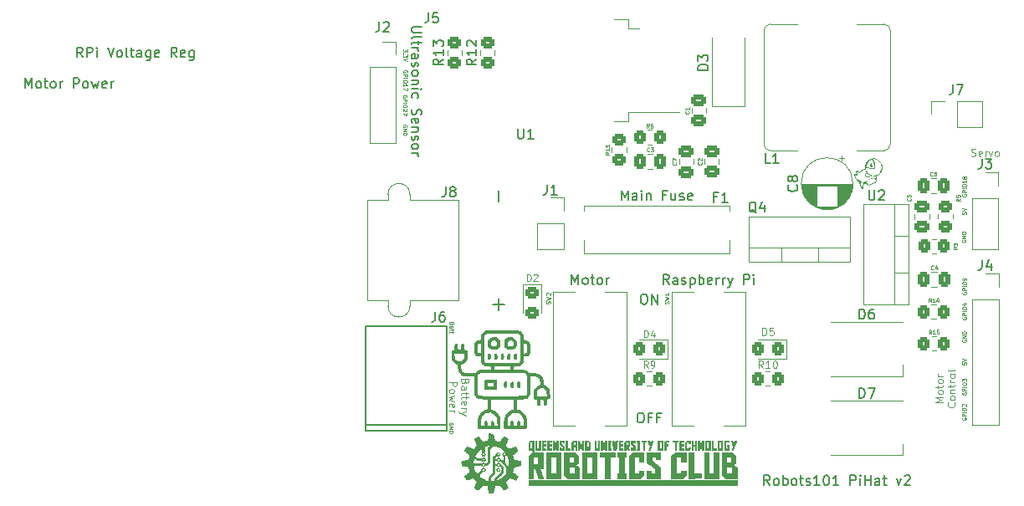
<source format=gto>
G04 #@! TF.GenerationSoftware,KiCad,Pcbnew,(6.0.7)*
G04 #@! TF.CreationDate,2023-08-05T14:38:37+10:00*
G04 #@! TF.ProjectId,RPI,5250492e-6b69-4636-9164-5f7063625858,rev?*
G04 #@! TF.SameCoordinates,Original*
G04 #@! TF.FileFunction,Legend,Top*
G04 #@! TF.FilePolarity,Positive*
%FSLAX46Y46*%
G04 Gerber Fmt 4.6, Leading zero omitted, Abs format (unit mm)*
G04 Created by KiCad (PCBNEW (6.0.7)) date 2023-08-05 14:38:37*
%MOMM*%
%LPD*%
G01*
G04 APERTURE LIST*
G04 Aperture macros list*
%AMRoundRect*
0 Rectangle with rounded corners*
0 $1 Rounding radius*
0 $2 $3 $4 $5 $6 $7 $8 $9 X,Y pos of 4 corners*
0 Add a 4 corners polygon primitive as box body*
4,1,4,$2,$3,$4,$5,$6,$7,$8,$9,$2,$3,0*
0 Add four circle primitives for the rounded corners*
1,1,$1+$1,$2,$3*
1,1,$1+$1,$4,$5*
1,1,$1+$1,$6,$7*
1,1,$1+$1,$8,$9*
0 Add four rect primitives between the rounded corners*
20,1,$1+$1,$2,$3,$4,$5,0*
20,1,$1+$1,$4,$5,$6,$7,0*
20,1,$1+$1,$6,$7,$8,$9,0*
20,1,$1+$1,$8,$9,$2,$3,0*%
G04 Aperture macros list end*
%ADD10C,0.120000*%
%ADD11C,0.080000*%
%ADD12C,0.150000*%
%ADD13C,0.100000*%
%ADD14C,0.127000*%
%ADD15RoundRect,0.250000X0.350000X0.450000X-0.350000X0.450000X-0.350000X-0.450000X0.350000X-0.450000X0*%
%ADD16R,4.600000X1.100000*%
%ADD17R,9.400000X10.800000*%
%ADD18RoundRect,0.250000X-0.450000X0.325000X-0.450000X-0.325000X0.450000X-0.325000X0.450000X0.325000X0*%
%ADD19C,2.700000*%
%ADD20C,1.400000*%
%ADD21R,3.500000X3.500000*%
%ADD22C,3.500000*%
%ADD23RoundRect,0.250000X0.337500X0.475000X-0.337500X0.475000X-0.337500X-0.475000X0.337500X-0.475000X0*%
%ADD24RoundRect,0.250000X-0.350000X-0.450000X0.350000X-0.450000X0.350000X0.450000X-0.350000X0.450000X0*%
%ADD25O,1.700000X1.700000*%
%ADD26R,1.700000X1.700000*%
%ADD27R,1.500000X0.900000*%
%ADD28R,5.400000X4.000000*%
%ADD29RoundRect,0.250000X-0.475000X0.337500X-0.475000X-0.337500X0.475000X-0.337500X0.475000X0.337500X0*%
%ADD30RoundRect,0.250000X0.325000X0.450000X-0.325000X0.450000X-0.325000X-0.450000X0.325000X-0.450000X0*%
%ADD31O,1.600000X1.600000*%
%ADD32R,1.600000X1.600000*%
%ADD33RoundRect,0.250000X0.450000X-0.350000X0.450000X0.350000X-0.450000X0.350000X-0.450000X-0.350000X0*%
%ADD34RoundRect,0.250000X-0.337500X-0.475000X0.337500X-0.475000X0.337500X0.475000X-0.337500X0.475000X0*%
%ADD35RoundRect,0.250000X-0.450000X0.350000X-0.450000X-0.350000X0.450000X-0.350000X0.450000X0.350000X0*%
%ADD36R,1.800000X3.500000*%
%ADD37RoundRect,0.250000X0.475000X-0.337500X0.475000X0.337500X-0.475000X0.337500X-0.475000X-0.337500X0*%
%ADD38R,1.800000X1.800000*%
%ADD39C,1.800000*%
%ADD40R,1.905000X2.000000*%
%ADD41O,1.905000X2.000000*%
%ADD42O,2.000000X1.905000*%
%ADD43C,1.700000*%
G04 APERTURE END LIST*
D10*
X161606627Y-65429577D02*
X161713770Y-65465291D01*
X161892342Y-65465291D01*
X161963770Y-65429577D01*
X161999485Y-65393863D01*
X162035199Y-65322434D01*
X162035199Y-65251006D01*
X161999485Y-65179577D01*
X161963770Y-65143863D01*
X161892342Y-65108148D01*
X161749485Y-65072434D01*
X161678056Y-65036720D01*
X161642342Y-65001006D01*
X161606627Y-64929577D01*
X161606627Y-64858148D01*
X161642342Y-64786720D01*
X161678056Y-64751006D01*
X161749485Y-64715291D01*
X161928056Y-64715291D01*
X162035199Y-64751006D01*
X162642342Y-65429577D02*
X162570913Y-65465291D01*
X162428056Y-65465291D01*
X162356627Y-65429577D01*
X162320913Y-65358148D01*
X162320913Y-65072434D01*
X162356627Y-65001006D01*
X162428056Y-64965291D01*
X162570913Y-64965291D01*
X162642342Y-65001006D01*
X162678056Y-65072434D01*
X162678056Y-65143863D01*
X162320913Y-65215291D01*
X162999485Y-65465291D02*
X162999485Y-64965291D01*
X162999485Y-65108148D02*
X163035199Y-65036720D01*
X163070913Y-65001006D01*
X163142342Y-64965291D01*
X163213770Y-64965291D01*
X163392342Y-64965291D02*
X163570913Y-65465291D01*
X163749485Y-64965291D01*
X164142342Y-65465291D02*
X164070913Y-65429577D01*
X164035199Y-65393863D01*
X163999485Y-65322434D01*
X163999485Y-65108148D01*
X164035199Y-65036720D01*
X164070913Y-65001006D01*
X164142342Y-64965291D01*
X164249485Y-64965291D01*
X164320913Y-65001006D01*
X164356627Y-65036720D01*
X164392342Y-65108148D01*
X164392342Y-65322434D01*
X164356627Y-65393863D01*
X164320913Y-65429577D01*
X164249485Y-65465291D01*
X164142342Y-65465291D01*
D11*
X109116509Y-92674381D02*
X109135556Y-92636285D01*
X109135556Y-92579143D01*
X109116509Y-92522000D01*
X109078413Y-92483904D01*
X109040318Y-92464857D01*
X108964128Y-92445809D01*
X108906985Y-92445809D01*
X108830794Y-92464857D01*
X108792699Y-92483904D01*
X108754604Y-92522000D01*
X108735556Y-92579143D01*
X108735556Y-92617238D01*
X108754604Y-92674381D01*
X108773651Y-92693428D01*
X108906985Y-92693428D01*
X108906985Y-92617238D01*
X108735556Y-92864857D02*
X109135556Y-92864857D01*
X108735556Y-93093428D01*
X109135556Y-93093428D01*
X108735556Y-93283904D02*
X109135556Y-93283904D01*
X109135556Y-93379143D01*
X109116509Y-93436285D01*
X109078413Y-93474381D01*
X109040318Y-93493428D01*
X108964128Y-93512476D01*
X108906985Y-93512476D01*
X108830794Y-93493428D01*
X108792699Y-93474381D01*
X108754604Y-93436285D01*
X108735556Y-93379143D01*
X108735556Y-93283904D01*
D12*
X131000000Y-78452380D02*
X130666666Y-77976190D01*
X130428571Y-78452380D02*
X130428571Y-77452380D01*
X130809523Y-77452380D01*
X130904761Y-77500000D01*
X130952380Y-77547619D01*
X131000000Y-77642857D01*
X131000000Y-77785714D01*
X130952380Y-77880952D01*
X130904761Y-77928571D01*
X130809523Y-77976190D01*
X130428571Y-77976190D01*
X131857142Y-78452380D02*
X131857142Y-77928571D01*
X131809523Y-77833333D01*
X131714285Y-77785714D01*
X131523809Y-77785714D01*
X131428571Y-77833333D01*
X131857142Y-78404761D02*
X131761904Y-78452380D01*
X131523809Y-78452380D01*
X131428571Y-78404761D01*
X131380952Y-78309523D01*
X131380952Y-78214285D01*
X131428571Y-78119047D01*
X131523809Y-78071428D01*
X131761904Y-78071428D01*
X131857142Y-78023809D01*
X132285714Y-78404761D02*
X132380952Y-78452380D01*
X132571428Y-78452380D01*
X132666666Y-78404761D01*
X132714285Y-78309523D01*
X132714285Y-78261904D01*
X132666666Y-78166666D01*
X132571428Y-78119047D01*
X132428571Y-78119047D01*
X132333333Y-78071428D01*
X132285714Y-77976190D01*
X132285714Y-77928571D01*
X132333333Y-77833333D01*
X132428571Y-77785714D01*
X132571428Y-77785714D01*
X132666666Y-77833333D01*
X133142857Y-77785714D02*
X133142857Y-78785714D01*
X133142857Y-77833333D02*
X133238095Y-77785714D01*
X133428571Y-77785714D01*
X133523809Y-77833333D01*
X133571428Y-77880952D01*
X133619047Y-77976190D01*
X133619047Y-78261904D01*
X133571428Y-78357142D01*
X133523809Y-78404761D01*
X133428571Y-78452380D01*
X133238095Y-78452380D01*
X133142857Y-78404761D01*
X134047619Y-78452380D02*
X134047619Y-77452380D01*
X134047619Y-77833333D02*
X134142857Y-77785714D01*
X134333333Y-77785714D01*
X134428571Y-77833333D01*
X134476190Y-77880952D01*
X134523809Y-77976190D01*
X134523809Y-78261904D01*
X134476190Y-78357142D01*
X134428571Y-78404761D01*
X134333333Y-78452380D01*
X134142857Y-78452380D01*
X134047619Y-78404761D01*
X135333333Y-78404761D02*
X135238095Y-78452380D01*
X135047619Y-78452380D01*
X134952380Y-78404761D01*
X134904761Y-78309523D01*
X134904761Y-77928571D01*
X134952380Y-77833333D01*
X135047619Y-77785714D01*
X135238095Y-77785714D01*
X135333333Y-77833333D01*
X135380952Y-77928571D01*
X135380952Y-78023809D01*
X134904761Y-78119047D01*
X135809523Y-78452380D02*
X135809523Y-77785714D01*
X135809523Y-77976190D02*
X135857142Y-77880952D01*
X135904761Y-77833333D01*
X136000000Y-77785714D01*
X136095238Y-77785714D01*
X136428571Y-78452380D02*
X136428571Y-77785714D01*
X136428571Y-77976190D02*
X136476190Y-77880952D01*
X136523809Y-77833333D01*
X136619047Y-77785714D01*
X136714285Y-77785714D01*
X136952380Y-77785714D02*
X137190476Y-78452380D01*
X137428571Y-77785714D02*
X137190476Y-78452380D01*
X137095238Y-78690476D01*
X137047619Y-78738095D01*
X136952380Y-78785714D01*
X138571428Y-78452380D02*
X138571428Y-77452380D01*
X138952380Y-77452380D01*
X139047619Y-77500000D01*
X139095238Y-77547619D01*
X139142857Y-77642857D01*
X139142857Y-77785714D01*
X139095238Y-77880952D01*
X139047619Y-77928571D01*
X138952380Y-77976190D01*
X138571428Y-77976190D01*
X139571428Y-78452380D02*
X139571428Y-77785714D01*
X139571428Y-77452380D02*
X139523809Y-77500000D01*
X139571428Y-77547619D01*
X139619047Y-77500000D01*
X139571428Y-77452380D01*
X139571428Y-77547619D01*
D11*
X104497739Y-54629701D02*
X104497739Y-54877320D01*
X104345358Y-54743987D01*
X104345358Y-54801130D01*
X104326311Y-54839225D01*
X104307263Y-54858273D01*
X104269168Y-54877320D01*
X104173930Y-54877320D01*
X104135834Y-54858273D01*
X104116787Y-54839225D01*
X104097739Y-54801130D01*
X104097739Y-54686844D01*
X104116787Y-54648749D01*
X104135834Y-54629701D01*
X104135834Y-55048749D02*
X104116787Y-55067797D01*
X104097739Y-55048749D01*
X104116787Y-55029701D01*
X104135834Y-55048749D01*
X104097739Y-55048749D01*
X104497739Y-55201130D02*
X104497739Y-55448749D01*
X104345358Y-55315416D01*
X104345358Y-55372558D01*
X104326311Y-55410654D01*
X104307263Y-55429701D01*
X104269168Y-55448749D01*
X104173930Y-55448749D01*
X104135834Y-55429701D01*
X104116787Y-55410654D01*
X104097739Y-55372558D01*
X104097739Y-55258273D01*
X104116787Y-55220178D01*
X104135834Y-55201130D01*
X104497739Y-55563035D02*
X104097739Y-55696368D01*
X104497739Y-55829701D01*
D12*
X71666666Y-55452380D02*
X71333333Y-54976190D01*
X71095238Y-55452380D02*
X71095238Y-54452380D01*
X71476190Y-54452380D01*
X71571428Y-54500000D01*
X71619047Y-54547619D01*
X71666666Y-54642857D01*
X71666666Y-54785714D01*
X71619047Y-54880952D01*
X71571428Y-54928571D01*
X71476190Y-54976190D01*
X71095238Y-54976190D01*
X72095238Y-55452380D02*
X72095238Y-54452380D01*
X72476190Y-54452380D01*
X72571428Y-54500000D01*
X72619047Y-54547619D01*
X72666666Y-54642857D01*
X72666666Y-54785714D01*
X72619047Y-54880952D01*
X72571428Y-54928571D01*
X72476190Y-54976190D01*
X72095238Y-54976190D01*
X73095238Y-55452380D02*
X73095238Y-54785714D01*
X73095238Y-54452380D02*
X73047619Y-54500000D01*
X73095238Y-54547619D01*
X73142857Y-54500000D01*
X73095238Y-54452380D01*
X73095238Y-54547619D01*
X74190476Y-54452380D02*
X74523809Y-55452380D01*
X74857142Y-54452380D01*
X75333333Y-55452380D02*
X75238095Y-55404761D01*
X75190476Y-55357142D01*
X75142857Y-55261904D01*
X75142857Y-54976190D01*
X75190476Y-54880952D01*
X75238095Y-54833333D01*
X75333333Y-54785714D01*
X75476190Y-54785714D01*
X75571428Y-54833333D01*
X75619047Y-54880952D01*
X75666666Y-54976190D01*
X75666666Y-55261904D01*
X75619047Y-55357142D01*
X75571428Y-55404761D01*
X75476190Y-55452380D01*
X75333333Y-55452380D01*
X76238095Y-55452380D02*
X76142857Y-55404761D01*
X76095238Y-55309523D01*
X76095238Y-54452380D01*
X76476190Y-54785714D02*
X76857142Y-54785714D01*
X76619047Y-54452380D02*
X76619047Y-55309523D01*
X76666666Y-55404761D01*
X76761904Y-55452380D01*
X76857142Y-55452380D01*
X77619047Y-55452380D02*
X77619047Y-54928571D01*
X77571428Y-54833333D01*
X77476190Y-54785714D01*
X77285714Y-54785714D01*
X77190476Y-54833333D01*
X77619047Y-55404761D02*
X77523809Y-55452380D01*
X77285714Y-55452380D01*
X77190476Y-55404761D01*
X77142857Y-55309523D01*
X77142857Y-55214285D01*
X77190476Y-55119047D01*
X77285714Y-55071428D01*
X77523809Y-55071428D01*
X77619047Y-55023809D01*
X78523809Y-54785714D02*
X78523809Y-55595238D01*
X78476190Y-55690476D01*
X78428571Y-55738095D01*
X78333333Y-55785714D01*
X78190476Y-55785714D01*
X78095238Y-55738095D01*
X78523809Y-55404761D02*
X78428571Y-55452380D01*
X78238095Y-55452380D01*
X78142857Y-55404761D01*
X78095238Y-55357142D01*
X78047619Y-55261904D01*
X78047619Y-54976190D01*
X78095238Y-54880952D01*
X78142857Y-54833333D01*
X78238095Y-54785714D01*
X78428571Y-54785714D01*
X78523809Y-54833333D01*
X79380952Y-55404761D02*
X79285714Y-55452380D01*
X79095238Y-55452380D01*
X79000000Y-55404761D01*
X78952380Y-55309523D01*
X78952380Y-54928571D01*
X79000000Y-54833333D01*
X79095238Y-54785714D01*
X79285714Y-54785714D01*
X79380952Y-54833333D01*
X79428571Y-54928571D01*
X79428571Y-55023809D01*
X78952380Y-55119047D01*
X81190476Y-55452380D02*
X80857142Y-54976190D01*
X80619047Y-55452380D02*
X80619047Y-54452380D01*
X81000000Y-54452380D01*
X81095238Y-54500000D01*
X81142857Y-54547619D01*
X81190476Y-54642857D01*
X81190476Y-54785714D01*
X81142857Y-54880952D01*
X81095238Y-54928571D01*
X81000000Y-54976190D01*
X80619047Y-54976190D01*
X82000000Y-55404761D02*
X81904761Y-55452380D01*
X81714285Y-55452380D01*
X81619047Y-55404761D01*
X81571428Y-55309523D01*
X81571428Y-54928571D01*
X81619047Y-54833333D01*
X81714285Y-54785714D01*
X81904761Y-54785714D01*
X82000000Y-54833333D01*
X82047619Y-54928571D01*
X82047619Y-55023809D01*
X81571428Y-55119047D01*
X82904761Y-54785714D02*
X82904761Y-55595238D01*
X82857142Y-55690476D01*
X82809523Y-55738095D01*
X82714285Y-55785714D01*
X82571428Y-55785714D01*
X82476190Y-55738095D01*
X82904761Y-55404761D02*
X82809523Y-55452380D01*
X82619047Y-55452380D01*
X82523809Y-55404761D01*
X82476190Y-55357142D01*
X82428571Y-55261904D01*
X82428571Y-54976190D01*
X82476190Y-54880952D01*
X82523809Y-54833333D01*
X82619047Y-54785714D01*
X82809523Y-54785714D01*
X82904761Y-54833333D01*
X105955586Y-52385072D02*
X105146062Y-52385072D01*
X105050824Y-52432691D01*
X105003205Y-52480310D01*
X104955586Y-52575548D01*
X104955586Y-52766024D01*
X105003205Y-52861263D01*
X105050824Y-52908882D01*
X105146062Y-52956501D01*
X105955586Y-52956501D01*
X104955586Y-53575548D02*
X105003205Y-53480310D01*
X105098443Y-53432691D01*
X105955586Y-53432691D01*
X105622252Y-53813643D02*
X105622252Y-54194596D01*
X105955586Y-53956501D02*
X105098443Y-53956501D01*
X105003205Y-54004120D01*
X104955586Y-54099358D01*
X104955586Y-54194596D01*
X104955586Y-54527929D02*
X105622252Y-54527929D01*
X105431776Y-54527929D02*
X105527014Y-54575548D01*
X105574633Y-54623167D01*
X105622252Y-54718405D01*
X105622252Y-54813643D01*
X104955586Y-55575548D02*
X105479395Y-55575548D01*
X105574633Y-55527929D01*
X105622252Y-55432691D01*
X105622252Y-55242215D01*
X105574633Y-55146977D01*
X105003205Y-55575548D02*
X104955586Y-55480310D01*
X104955586Y-55242215D01*
X105003205Y-55146977D01*
X105098443Y-55099358D01*
X105193681Y-55099358D01*
X105288919Y-55146977D01*
X105336538Y-55242215D01*
X105336538Y-55480310D01*
X105384157Y-55575548D01*
X105003205Y-56004120D02*
X104955586Y-56099358D01*
X104955586Y-56289834D01*
X105003205Y-56385072D01*
X105098443Y-56432691D01*
X105146062Y-56432691D01*
X105241300Y-56385072D01*
X105288919Y-56289834D01*
X105288919Y-56146977D01*
X105336538Y-56051739D01*
X105431776Y-56004120D01*
X105479395Y-56004120D01*
X105574633Y-56051739D01*
X105622252Y-56146977D01*
X105622252Y-56289834D01*
X105574633Y-56385072D01*
X104955586Y-57004120D02*
X105003205Y-56908882D01*
X105050824Y-56861263D01*
X105146062Y-56813643D01*
X105431776Y-56813643D01*
X105527014Y-56861263D01*
X105574633Y-56908882D01*
X105622252Y-57004120D01*
X105622252Y-57146977D01*
X105574633Y-57242215D01*
X105527014Y-57289834D01*
X105431776Y-57337453D01*
X105146062Y-57337453D01*
X105050824Y-57289834D01*
X105003205Y-57242215D01*
X104955586Y-57146977D01*
X104955586Y-57004120D01*
X105622252Y-57766024D02*
X104955586Y-57766024D01*
X105527014Y-57766024D02*
X105574633Y-57813643D01*
X105622252Y-57908882D01*
X105622252Y-58051739D01*
X105574633Y-58146977D01*
X105479395Y-58194596D01*
X104955586Y-58194596D01*
X104955586Y-58670786D02*
X105622252Y-58670786D01*
X105955586Y-58670786D02*
X105907967Y-58623167D01*
X105860347Y-58670786D01*
X105907967Y-58718405D01*
X105955586Y-58670786D01*
X105860347Y-58670786D01*
X105003205Y-59575548D02*
X104955586Y-59480310D01*
X104955586Y-59289834D01*
X105003205Y-59194596D01*
X105050824Y-59146977D01*
X105146062Y-59099358D01*
X105431776Y-59099358D01*
X105527014Y-59146977D01*
X105574633Y-59194596D01*
X105622252Y-59289834D01*
X105622252Y-59480310D01*
X105574633Y-59575548D01*
X105003205Y-60718405D02*
X104955586Y-60861263D01*
X104955586Y-61099358D01*
X105003205Y-61194596D01*
X105050824Y-61242215D01*
X105146062Y-61289834D01*
X105241300Y-61289834D01*
X105336538Y-61242215D01*
X105384157Y-61194596D01*
X105431776Y-61099358D01*
X105479395Y-60908882D01*
X105527014Y-60813643D01*
X105574633Y-60766024D01*
X105669871Y-60718405D01*
X105765109Y-60718405D01*
X105860347Y-60766024D01*
X105907967Y-60813643D01*
X105955586Y-60908882D01*
X105955586Y-61146977D01*
X105907967Y-61289834D01*
X105003205Y-62099358D02*
X104955586Y-62004120D01*
X104955586Y-61813643D01*
X105003205Y-61718405D01*
X105098443Y-61670786D01*
X105479395Y-61670786D01*
X105574633Y-61718405D01*
X105622252Y-61813643D01*
X105622252Y-62004120D01*
X105574633Y-62099358D01*
X105479395Y-62146977D01*
X105384157Y-62146977D01*
X105288919Y-61670786D01*
X105622252Y-62575548D02*
X104955586Y-62575548D01*
X105527014Y-62575548D02*
X105574633Y-62623167D01*
X105622252Y-62718405D01*
X105622252Y-62861263D01*
X105574633Y-62956501D01*
X105479395Y-63004120D01*
X104955586Y-63004120D01*
X105003205Y-63432691D02*
X104955586Y-63527929D01*
X104955586Y-63718405D01*
X105003205Y-63813643D01*
X105098443Y-63861263D01*
X105146062Y-63861263D01*
X105241300Y-63813643D01*
X105288919Y-63718405D01*
X105288919Y-63575548D01*
X105336538Y-63480310D01*
X105431776Y-63432691D01*
X105479395Y-63432691D01*
X105574633Y-63480310D01*
X105622252Y-63575548D01*
X105622252Y-63718405D01*
X105574633Y-63813643D01*
X104955586Y-64432691D02*
X105003205Y-64337453D01*
X105050824Y-64289834D01*
X105146062Y-64242215D01*
X105431776Y-64242215D01*
X105527014Y-64289834D01*
X105574633Y-64337453D01*
X105622252Y-64432691D01*
X105622252Y-64575548D01*
X105574633Y-64670786D01*
X105527014Y-64718405D01*
X105431776Y-64766024D01*
X105146062Y-64766024D01*
X105050824Y-64718405D01*
X105003205Y-64670786D01*
X104955586Y-64575548D01*
X104955586Y-64432691D01*
X104955586Y-65194596D02*
X105622252Y-65194596D01*
X105431776Y-65194596D02*
X105527014Y-65242215D01*
X105574633Y-65289834D01*
X105622252Y-65385072D01*
X105622252Y-65480310D01*
D11*
X160709615Y-86361534D02*
X160709615Y-86552010D01*
X160900091Y-86571058D01*
X160881043Y-86552010D01*
X160861996Y-86513915D01*
X160861996Y-86418677D01*
X160881043Y-86380582D01*
X160900091Y-86361534D01*
X160938186Y-86342486D01*
X161033424Y-86342486D01*
X161071520Y-86361534D01*
X161090567Y-86380582D01*
X161109615Y-86418677D01*
X161109615Y-86513915D01*
X161090567Y-86552010D01*
X161071520Y-86571058D01*
X160709615Y-86228201D02*
X161109615Y-86094867D01*
X160709615Y-85961534D01*
X160711012Y-89420247D02*
X160691964Y-89458342D01*
X160691964Y-89515485D01*
X160711012Y-89572628D01*
X160749107Y-89610723D01*
X160787202Y-89629771D01*
X160863392Y-89648818D01*
X160920535Y-89648818D01*
X160996726Y-89629771D01*
X161034821Y-89610723D01*
X161072916Y-89572628D01*
X161091964Y-89515485D01*
X161091964Y-89477390D01*
X161072916Y-89420247D01*
X161053869Y-89401199D01*
X160920535Y-89401199D01*
X160920535Y-89477390D01*
X161091964Y-89229771D02*
X160691964Y-89229771D01*
X160691964Y-89077390D01*
X160711012Y-89039294D01*
X160730059Y-89020247D01*
X160768154Y-89001199D01*
X160825297Y-89001199D01*
X160863392Y-89020247D01*
X160882440Y-89039294D01*
X160901488Y-89077390D01*
X160901488Y-89229771D01*
X161091964Y-88829771D02*
X160691964Y-88829771D01*
X160691964Y-88563104D02*
X160691964Y-88486913D01*
X160711012Y-88448818D01*
X160749107Y-88410723D01*
X160825297Y-88391675D01*
X160958631Y-88391675D01*
X161034821Y-88410723D01*
X161072916Y-88448818D01*
X161091964Y-88486913D01*
X161091964Y-88563104D01*
X161072916Y-88601199D01*
X161034821Y-88639294D01*
X160958631Y-88658342D01*
X160825297Y-88658342D01*
X160749107Y-88639294D01*
X160711012Y-88601199D01*
X160691964Y-88563104D01*
X160691964Y-88258342D02*
X160691964Y-88010723D01*
X160844345Y-88144056D01*
X160844345Y-88086913D01*
X160863392Y-88048818D01*
X160882440Y-88029771D01*
X160920535Y-88010723D01*
X161015773Y-88010723D01*
X161053869Y-88029771D01*
X161072916Y-88048818D01*
X161091964Y-88086913D01*
X161091964Y-88201199D01*
X161072916Y-88239294D01*
X161053869Y-88258342D01*
X160677531Y-71135492D02*
X160677531Y-71325968D01*
X160868007Y-71345016D01*
X160848959Y-71325968D01*
X160829912Y-71287873D01*
X160829912Y-71192635D01*
X160848959Y-71154540D01*
X160868007Y-71135492D01*
X160906102Y-71116444D01*
X161001340Y-71116444D01*
X161039436Y-71135492D01*
X161058483Y-71154540D01*
X161077531Y-71192635D01*
X161077531Y-71287873D01*
X161058483Y-71325968D01*
X161039436Y-71345016D01*
X160677531Y-71002159D02*
X161077531Y-70868825D01*
X160677531Y-70735492D01*
X160689753Y-84071296D02*
X160670705Y-84109392D01*
X160670705Y-84166535D01*
X160689753Y-84223677D01*
X160727848Y-84261773D01*
X160765943Y-84280820D01*
X160842133Y-84299868D01*
X160899276Y-84299868D01*
X160975467Y-84280820D01*
X161013562Y-84261773D01*
X161051657Y-84223677D01*
X161070705Y-84166535D01*
X161070705Y-84128439D01*
X161051657Y-84071296D01*
X161032610Y-84052249D01*
X160899276Y-84052249D01*
X160899276Y-84128439D01*
X161070705Y-83880820D02*
X160670705Y-83880820D01*
X161070705Y-83652249D01*
X160670705Y-83652249D01*
X161070705Y-83461773D02*
X160670705Y-83461773D01*
X160670705Y-83366535D01*
X160689753Y-83309392D01*
X160727848Y-83271296D01*
X160765943Y-83252249D01*
X160842133Y-83233201D01*
X160899276Y-83233201D01*
X160975467Y-83252249D01*
X161013562Y-83271296D01*
X161051657Y-83309392D01*
X161070705Y-83366535D01*
X161070705Y-83461773D01*
X160712450Y-81773351D02*
X160693402Y-81811446D01*
X160693402Y-81868589D01*
X160712450Y-81925732D01*
X160750545Y-81963827D01*
X160788640Y-81982875D01*
X160864830Y-82001922D01*
X160921973Y-82001922D01*
X160998164Y-81982875D01*
X161036259Y-81963827D01*
X161074354Y-81925732D01*
X161093402Y-81868589D01*
X161093402Y-81830494D01*
X161074354Y-81773351D01*
X161055307Y-81754303D01*
X160921973Y-81754303D01*
X160921973Y-81830494D01*
X161093402Y-81582875D02*
X160693402Y-81582875D01*
X160693402Y-81430494D01*
X160712450Y-81392398D01*
X160731497Y-81373351D01*
X160769592Y-81354303D01*
X160826735Y-81354303D01*
X160864830Y-81373351D01*
X160883878Y-81392398D01*
X160902926Y-81430494D01*
X160902926Y-81582875D01*
X161093402Y-81182875D02*
X160693402Y-81182875D01*
X160693402Y-80916208D02*
X160693402Y-80840017D01*
X160712450Y-80801922D01*
X160750545Y-80763827D01*
X160826735Y-80744779D01*
X160960069Y-80744779D01*
X161036259Y-80763827D01*
X161074354Y-80801922D01*
X161093402Y-80840017D01*
X161093402Y-80916208D01*
X161074354Y-80954303D01*
X161036259Y-80992398D01*
X160960069Y-81011446D01*
X160826735Y-81011446D01*
X160750545Y-80992398D01*
X160712450Y-80954303D01*
X160693402Y-80916208D01*
X160826735Y-80401922D02*
X161093402Y-80401922D01*
X160674354Y-80497160D02*
X160960069Y-80592398D01*
X160960069Y-80344779D01*
D10*
X110360496Y-88274582D02*
X110324782Y-88381725D01*
X110289067Y-88417439D01*
X110217639Y-88453154D01*
X110110496Y-88453154D01*
X110039067Y-88417439D01*
X110003353Y-88381725D01*
X109967639Y-88310296D01*
X109967639Y-88024582D01*
X110717639Y-88024582D01*
X110717639Y-88274582D01*
X110681925Y-88346011D01*
X110646210Y-88381725D01*
X110574782Y-88417439D01*
X110503353Y-88417439D01*
X110431925Y-88381725D01*
X110396210Y-88346011D01*
X110360496Y-88274582D01*
X110360496Y-88024582D01*
X109967639Y-89096011D02*
X110360496Y-89096011D01*
X110431925Y-89060296D01*
X110467639Y-88988868D01*
X110467639Y-88846011D01*
X110431925Y-88774582D01*
X110003353Y-89096011D02*
X109967639Y-89024582D01*
X109967639Y-88846011D01*
X110003353Y-88774582D01*
X110074782Y-88738868D01*
X110146210Y-88738868D01*
X110217639Y-88774582D01*
X110253353Y-88846011D01*
X110253353Y-89024582D01*
X110289067Y-89096011D01*
X110467639Y-89346011D02*
X110467639Y-89631725D01*
X110717639Y-89453154D02*
X110074782Y-89453154D01*
X110003353Y-89488868D01*
X109967639Y-89560296D01*
X109967639Y-89631725D01*
X110467639Y-89774582D02*
X110467639Y-90060296D01*
X110717639Y-89881725D02*
X110074782Y-89881725D01*
X110003353Y-89917439D01*
X109967639Y-89988868D01*
X109967639Y-90060296D01*
X110003353Y-90596011D02*
X109967639Y-90524582D01*
X109967639Y-90381725D01*
X110003353Y-90310296D01*
X110074782Y-90274582D01*
X110360496Y-90274582D01*
X110431925Y-90310296D01*
X110467639Y-90381725D01*
X110467639Y-90524582D01*
X110431925Y-90596011D01*
X110360496Y-90631725D01*
X110289067Y-90631725D01*
X110217639Y-90274582D01*
X109967639Y-90953154D02*
X110467639Y-90953154D01*
X110324782Y-90953154D02*
X110396210Y-90988868D01*
X110431925Y-91024582D01*
X110467639Y-91096011D01*
X110467639Y-91167439D01*
X110467639Y-91346011D02*
X109967639Y-91524582D01*
X110467639Y-91703154D02*
X109967639Y-91524582D01*
X109789067Y-91453154D01*
X109753353Y-91417439D01*
X109717639Y-91346011D01*
X108760139Y-88346011D02*
X109510139Y-88346011D01*
X109510139Y-88631725D01*
X109474425Y-88703154D01*
X109438710Y-88738868D01*
X109367282Y-88774582D01*
X109260139Y-88774582D01*
X109188710Y-88738868D01*
X109152996Y-88703154D01*
X109117282Y-88631725D01*
X109117282Y-88346011D01*
X108760139Y-89203154D02*
X108795853Y-89131725D01*
X108831567Y-89096011D01*
X108902996Y-89060296D01*
X109117282Y-89060296D01*
X109188710Y-89096011D01*
X109224425Y-89131725D01*
X109260139Y-89203154D01*
X109260139Y-89310296D01*
X109224425Y-89381725D01*
X109188710Y-89417439D01*
X109117282Y-89453154D01*
X108902996Y-89453154D01*
X108831567Y-89417439D01*
X108795853Y-89381725D01*
X108760139Y-89310296D01*
X108760139Y-89203154D01*
X109260139Y-89703154D02*
X108760139Y-89846011D01*
X109117282Y-89988868D01*
X108760139Y-90131725D01*
X109260139Y-90274582D01*
X108795853Y-90846011D02*
X108760139Y-90774582D01*
X108760139Y-90631725D01*
X108795853Y-90560296D01*
X108867282Y-90524582D01*
X109152996Y-90524582D01*
X109224425Y-90560296D01*
X109260139Y-90631725D01*
X109260139Y-90774582D01*
X109224425Y-90846011D01*
X109152996Y-90881725D01*
X109081567Y-90881725D01*
X109010139Y-90524582D01*
X108760139Y-91203154D02*
X109260139Y-91203154D01*
X109117282Y-91203154D02*
X109188710Y-91238868D01*
X109224425Y-91274582D01*
X109260139Y-91346011D01*
X109260139Y-91417439D01*
D11*
X160668326Y-73949158D02*
X160649278Y-73987254D01*
X160649278Y-74044397D01*
X160668326Y-74101539D01*
X160706421Y-74139635D01*
X160744516Y-74158682D01*
X160820706Y-74177730D01*
X160877849Y-74177730D01*
X160954040Y-74158682D01*
X160992135Y-74139635D01*
X161030230Y-74101539D01*
X161049278Y-74044397D01*
X161049278Y-74006301D01*
X161030230Y-73949158D01*
X161011183Y-73930111D01*
X160877849Y-73930111D01*
X160877849Y-74006301D01*
X161049278Y-73758682D02*
X160649278Y-73758682D01*
X161049278Y-73530111D01*
X160649278Y-73530111D01*
X161049278Y-73339635D02*
X160649278Y-73339635D01*
X160649278Y-73244397D01*
X160668326Y-73187254D01*
X160706421Y-73149158D01*
X160744516Y-73130111D01*
X160820706Y-73111063D01*
X160877849Y-73111063D01*
X160954040Y-73130111D01*
X160992135Y-73149158D01*
X161030230Y-73187254D01*
X161049278Y-73244397D01*
X161049278Y-73339635D01*
X160722178Y-79242995D02*
X160703130Y-79281090D01*
X160703130Y-79338233D01*
X160722178Y-79395376D01*
X160760273Y-79433471D01*
X160798368Y-79452519D01*
X160874558Y-79471566D01*
X160931701Y-79471566D01*
X161007892Y-79452519D01*
X161045987Y-79433471D01*
X161084082Y-79395376D01*
X161103130Y-79338233D01*
X161103130Y-79300138D01*
X161084082Y-79242995D01*
X161065035Y-79223947D01*
X160931701Y-79223947D01*
X160931701Y-79300138D01*
X161103130Y-79052519D02*
X160703130Y-79052519D01*
X160703130Y-78900138D01*
X160722178Y-78862042D01*
X160741225Y-78842995D01*
X160779320Y-78823947D01*
X160836463Y-78823947D01*
X160874558Y-78842995D01*
X160893606Y-78862042D01*
X160912654Y-78900138D01*
X160912654Y-79052519D01*
X161103130Y-78652519D02*
X160703130Y-78652519D01*
X160703130Y-78385852D02*
X160703130Y-78309661D01*
X160722178Y-78271566D01*
X160760273Y-78233471D01*
X160836463Y-78214423D01*
X160969797Y-78214423D01*
X161045987Y-78233471D01*
X161084082Y-78271566D01*
X161103130Y-78309661D01*
X161103130Y-78385852D01*
X161084082Y-78423947D01*
X161045987Y-78462042D01*
X160969797Y-78481090D01*
X160836463Y-78481090D01*
X160760273Y-78462042D01*
X160722178Y-78423947D01*
X160703130Y-78385852D01*
X161103130Y-78023947D02*
X161103130Y-77947757D01*
X161084082Y-77909661D01*
X161065035Y-77890614D01*
X161007892Y-77852519D01*
X160931701Y-77833471D01*
X160779320Y-77833471D01*
X160741225Y-77852519D01*
X160722178Y-77871566D01*
X160703130Y-77909661D01*
X160703130Y-77985852D01*
X160722178Y-78023947D01*
X160741225Y-78042995D01*
X160779320Y-78062042D01*
X160874558Y-78062042D01*
X160912654Y-78042995D01*
X160931701Y-78023947D01*
X160950749Y-77985852D01*
X160950749Y-77909661D01*
X160931701Y-77871566D01*
X160912654Y-77852519D01*
X160874558Y-77833471D01*
D12*
X65844416Y-58575500D02*
X65844416Y-57575500D01*
X66177749Y-58289786D01*
X66511083Y-57575500D01*
X66511083Y-58575500D01*
X67130130Y-58575500D02*
X67034892Y-58527881D01*
X66987273Y-58480262D01*
X66939654Y-58385024D01*
X66939654Y-58099310D01*
X66987273Y-58004072D01*
X67034892Y-57956453D01*
X67130130Y-57908834D01*
X67272988Y-57908834D01*
X67368226Y-57956453D01*
X67415845Y-58004072D01*
X67463464Y-58099310D01*
X67463464Y-58385024D01*
X67415845Y-58480262D01*
X67368226Y-58527881D01*
X67272988Y-58575500D01*
X67130130Y-58575500D01*
X67749178Y-57908834D02*
X68130130Y-57908834D01*
X67892035Y-57575500D02*
X67892035Y-58432643D01*
X67939654Y-58527881D01*
X68034892Y-58575500D01*
X68130130Y-58575500D01*
X68606321Y-58575500D02*
X68511083Y-58527881D01*
X68463464Y-58480262D01*
X68415845Y-58385024D01*
X68415845Y-58099310D01*
X68463464Y-58004072D01*
X68511083Y-57956453D01*
X68606321Y-57908834D01*
X68749178Y-57908834D01*
X68844416Y-57956453D01*
X68892035Y-58004072D01*
X68939654Y-58099310D01*
X68939654Y-58385024D01*
X68892035Y-58480262D01*
X68844416Y-58527881D01*
X68749178Y-58575500D01*
X68606321Y-58575500D01*
X69368226Y-58575500D02*
X69368226Y-57908834D01*
X69368226Y-58099310D02*
X69415845Y-58004072D01*
X69463464Y-57956453D01*
X69558702Y-57908834D01*
X69653940Y-57908834D01*
X70749178Y-58575500D02*
X70749178Y-57575500D01*
X71130130Y-57575500D01*
X71225368Y-57623120D01*
X71272988Y-57670739D01*
X71320607Y-57765977D01*
X71320607Y-57908834D01*
X71272988Y-58004072D01*
X71225368Y-58051691D01*
X71130130Y-58099310D01*
X70749178Y-58099310D01*
X71892035Y-58575500D02*
X71796797Y-58527881D01*
X71749178Y-58480262D01*
X71701559Y-58385024D01*
X71701559Y-58099310D01*
X71749178Y-58004072D01*
X71796797Y-57956453D01*
X71892035Y-57908834D01*
X72034892Y-57908834D01*
X72130130Y-57956453D01*
X72177749Y-58004072D01*
X72225368Y-58099310D01*
X72225368Y-58385024D01*
X72177749Y-58480262D01*
X72130130Y-58527881D01*
X72034892Y-58575500D01*
X71892035Y-58575500D01*
X72558702Y-57908834D02*
X72749178Y-58575500D01*
X72939654Y-58099310D01*
X73130130Y-58575500D01*
X73320607Y-57908834D01*
X74082511Y-58527881D02*
X73987273Y-58575500D01*
X73796797Y-58575500D01*
X73701559Y-58527881D01*
X73653940Y-58432643D01*
X73653940Y-58051691D01*
X73701559Y-57956453D01*
X73796797Y-57908834D01*
X73987273Y-57908834D01*
X74082511Y-57956453D01*
X74130130Y-58051691D01*
X74130130Y-58146929D01*
X73653940Y-58242167D01*
X74558702Y-58575500D02*
X74558702Y-57908834D01*
X74558702Y-58099310D02*
X74606321Y-58004072D01*
X74653940Y-57956453D01*
X74749178Y-57908834D01*
X74844416Y-57908834D01*
D11*
X104478692Y-56989564D02*
X104497739Y-56951469D01*
X104497739Y-56894326D01*
X104478692Y-56837183D01*
X104440596Y-56799088D01*
X104402501Y-56780040D01*
X104326311Y-56760993D01*
X104269168Y-56760993D01*
X104192977Y-56780040D01*
X104154882Y-56799088D01*
X104116787Y-56837183D01*
X104097739Y-56894326D01*
X104097739Y-56932421D01*
X104116787Y-56989564D01*
X104135834Y-57008612D01*
X104269168Y-57008612D01*
X104269168Y-56932421D01*
X104097739Y-57180040D02*
X104497739Y-57180040D01*
X104497739Y-57332421D01*
X104478692Y-57370517D01*
X104459644Y-57389564D01*
X104421549Y-57408612D01*
X104364406Y-57408612D01*
X104326311Y-57389564D01*
X104307263Y-57370517D01*
X104288215Y-57332421D01*
X104288215Y-57180040D01*
X104097739Y-57580040D02*
X104497739Y-57580040D01*
X104497739Y-57846707D02*
X104497739Y-57922897D01*
X104478692Y-57960993D01*
X104440596Y-57999088D01*
X104364406Y-58018136D01*
X104231072Y-58018136D01*
X104154882Y-57999088D01*
X104116787Y-57960993D01*
X104097739Y-57922897D01*
X104097739Y-57846707D01*
X104116787Y-57808612D01*
X104154882Y-57770517D01*
X104231072Y-57751469D01*
X104364406Y-57751469D01*
X104440596Y-57770517D01*
X104478692Y-57808612D01*
X104497739Y-57846707D01*
X104097739Y-58399088D02*
X104097739Y-58170517D01*
X104097739Y-58284802D02*
X104497739Y-58284802D01*
X104440596Y-58246707D01*
X104402501Y-58208612D01*
X104383453Y-58170517D01*
X104497739Y-58532421D02*
X104497739Y-58799088D01*
X104097739Y-58627659D01*
X104452931Y-62514911D02*
X104471978Y-62476815D01*
X104471978Y-62419673D01*
X104452931Y-62362530D01*
X104414835Y-62324434D01*
X104376740Y-62305387D01*
X104300550Y-62286339D01*
X104243407Y-62286339D01*
X104167216Y-62305387D01*
X104129121Y-62324434D01*
X104091026Y-62362530D01*
X104071978Y-62419673D01*
X104071978Y-62457768D01*
X104091026Y-62514911D01*
X104110073Y-62533958D01*
X104243407Y-62533958D01*
X104243407Y-62457768D01*
X104071978Y-62705387D02*
X104471978Y-62705387D01*
X104071978Y-62933958D01*
X104471978Y-62933958D01*
X104071978Y-63124434D02*
X104471978Y-63124434D01*
X104471978Y-63219673D01*
X104452931Y-63276815D01*
X104414835Y-63314911D01*
X104376740Y-63333958D01*
X104300550Y-63353006D01*
X104243407Y-63353006D01*
X104167216Y-63333958D01*
X104129121Y-63314911D01*
X104091026Y-63276815D01*
X104071978Y-63219673D01*
X104071978Y-63124434D01*
D12*
X128380952Y-79452380D02*
X128571428Y-79452380D01*
X128666666Y-79500000D01*
X128761904Y-79595238D01*
X128809523Y-79785714D01*
X128809523Y-80119047D01*
X128761904Y-80309523D01*
X128666666Y-80404761D01*
X128571428Y-80452380D01*
X128380952Y-80452380D01*
X128285714Y-80404761D01*
X128190476Y-80309523D01*
X128142857Y-80119047D01*
X128142857Y-79785714D01*
X128190476Y-79595238D01*
X128285714Y-79500000D01*
X128380952Y-79452380D01*
X129238095Y-80452380D02*
X129238095Y-79452380D01*
X129809523Y-80452380D01*
X129809523Y-79452380D01*
X128047619Y-91452380D02*
X128238095Y-91452380D01*
X128333333Y-91500000D01*
X128428571Y-91595238D01*
X128476190Y-91785714D01*
X128476190Y-92119047D01*
X128428571Y-92309523D01*
X128333333Y-92404761D01*
X128238095Y-92452380D01*
X128047619Y-92452380D01*
X127952380Y-92404761D01*
X127857142Y-92309523D01*
X127809523Y-92119047D01*
X127809523Y-91785714D01*
X127857142Y-91595238D01*
X127952380Y-91500000D01*
X128047619Y-91452380D01*
X129238095Y-91928571D02*
X128904761Y-91928571D01*
X128904761Y-92452380D02*
X128904761Y-91452380D01*
X129380952Y-91452380D01*
X130095238Y-91928571D02*
X129761904Y-91928571D01*
X129761904Y-92452380D02*
X129761904Y-91452380D01*
X130238095Y-91452380D01*
D10*
X158735535Y-90375000D02*
X157985535Y-90375000D01*
X158521250Y-90125000D01*
X157985535Y-89875000D01*
X158735535Y-89875000D01*
X158735535Y-89410714D02*
X158699821Y-89482142D01*
X158664107Y-89517857D01*
X158592678Y-89553571D01*
X158378392Y-89553571D01*
X158306964Y-89517857D01*
X158271250Y-89482142D01*
X158235535Y-89410714D01*
X158235535Y-89303571D01*
X158271250Y-89232142D01*
X158306964Y-89196428D01*
X158378392Y-89160714D01*
X158592678Y-89160714D01*
X158664107Y-89196428D01*
X158699821Y-89232142D01*
X158735535Y-89303571D01*
X158735535Y-89410714D01*
X158235535Y-88946428D02*
X158235535Y-88660714D01*
X157985535Y-88839285D02*
X158628392Y-88839285D01*
X158699821Y-88803571D01*
X158735535Y-88732142D01*
X158735535Y-88660714D01*
X158735535Y-88303571D02*
X158699821Y-88375000D01*
X158664107Y-88410714D01*
X158592678Y-88446428D01*
X158378392Y-88446428D01*
X158306964Y-88410714D01*
X158271250Y-88375000D01*
X158235535Y-88303571D01*
X158235535Y-88196428D01*
X158271250Y-88125000D01*
X158306964Y-88089285D01*
X158378392Y-88053571D01*
X158592678Y-88053571D01*
X158664107Y-88089285D01*
X158699821Y-88125000D01*
X158735535Y-88196428D01*
X158735535Y-88303571D01*
X158735535Y-87732142D02*
X158235535Y-87732142D01*
X158378392Y-87732142D02*
X158306964Y-87696428D01*
X158271250Y-87660714D01*
X158235535Y-87589285D01*
X158235535Y-87517857D01*
X159871607Y-90428571D02*
X159907321Y-90464285D01*
X159943035Y-90571428D01*
X159943035Y-90642857D01*
X159907321Y-90750000D01*
X159835892Y-90821428D01*
X159764464Y-90857142D01*
X159621607Y-90892857D01*
X159514464Y-90892857D01*
X159371607Y-90857142D01*
X159300178Y-90821428D01*
X159228750Y-90750000D01*
X159193035Y-90642857D01*
X159193035Y-90571428D01*
X159228750Y-90464285D01*
X159264464Y-90428571D01*
X159943035Y-90000000D02*
X159907321Y-90071428D01*
X159871607Y-90107142D01*
X159800178Y-90142857D01*
X159585892Y-90142857D01*
X159514464Y-90107142D01*
X159478750Y-90071428D01*
X159443035Y-90000000D01*
X159443035Y-89892857D01*
X159478750Y-89821428D01*
X159514464Y-89785714D01*
X159585892Y-89750000D01*
X159800178Y-89750000D01*
X159871607Y-89785714D01*
X159907321Y-89821428D01*
X159943035Y-89892857D01*
X159943035Y-90000000D01*
X159443035Y-89428571D02*
X159943035Y-89428571D01*
X159514464Y-89428571D02*
X159478750Y-89392857D01*
X159443035Y-89321428D01*
X159443035Y-89214285D01*
X159478750Y-89142857D01*
X159550178Y-89107142D01*
X159943035Y-89107142D01*
X159443035Y-88857142D02*
X159443035Y-88571428D01*
X159193035Y-88750000D02*
X159835892Y-88750000D01*
X159907321Y-88714285D01*
X159943035Y-88642857D01*
X159943035Y-88571428D01*
X159943035Y-88321428D02*
X159443035Y-88321428D01*
X159585892Y-88321428D02*
X159514464Y-88285714D01*
X159478750Y-88250000D01*
X159443035Y-88178571D01*
X159443035Y-88107142D01*
X159943035Y-87750000D02*
X159907321Y-87821428D01*
X159871607Y-87857142D01*
X159800178Y-87892857D01*
X159585892Y-87892857D01*
X159514464Y-87857142D01*
X159478750Y-87821428D01*
X159443035Y-87750000D01*
X159443035Y-87642857D01*
X159478750Y-87571428D01*
X159514464Y-87535714D01*
X159585892Y-87500000D01*
X159800178Y-87500000D01*
X159871607Y-87535714D01*
X159907321Y-87571428D01*
X159943035Y-87642857D01*
X159943035Y-87750000D01*
X159943035Y-87071428D02*
X159907321Y-87142857D01*
X159835892Y-87178571D01*
X159193035Y-87178571D01*
D12*
X121166666Y-78452380D02*
X121166666Y-77452380D01*
X121500000Y-78166666D01*
X121833333Y-77452380D01*
X121833333Y-78452380D01*
X122452380Y-78452380D02*
X122357142Y-78404761D01*
X122309523Y-78357142D01*
X122261904Y-78261904D01*
X122261904Y-77976190D01*
X122309523Y-77880952D01*
X122357142Y-77833333D01*
X122452380Y-77785714D01*
X122595238Y-77785714D01*
X122690476Y-77833333D01*
X122738095Y-77880952D01*
X122785714Y-77976190D01*
X122785714Y-78261904D01*
X122738095Y-78357142D01*
X122690476Y-78404761D01*
X122595238Y-78452380D01*
X122452380Y-78452380D01*
X123071428Y-77785714D02*
X123452380Y-77785714D01*
X123214285Y-77452380D02*
X123214285Y-78309523D01*
X123261904Y-78404761D01*
X123357142Y-78452380D01*
X123452380Y-78452380D01*
X123928571Y-78452380D02*
X123833333Y-78404761D01*
X123785714Y-78357142D01*
X123738095Y-78261904D01*
X123738095Y-77976190D01*
X123785714Y-77880952D01*
X123833333Y-77833333D01*
X123928571Y-77785714D01*
X124071428Y-77785714D01*
X124166666Y-77833333D01*
X124214285Y-77880952D01*
X124261904Y-77976190D01*
X124261904Y-78261904D01*
X124214285Y-78357142D01*
X124166666Y-78404761D01*
X124071428Y-78452380D01*
X123928571Y-78452380D01*
X124690476Y-78452380D02*
X124690476Y-77785714D01*
X124690476Y-77976190D02*
X124738095Y-77880952D01*
X124785714Y-77833333D01*
X124880952Y-77785714D01*
X124976190Y-77785714D01*
D11*
X160710705Y-69339917D02*
X160691657Y-69378012D01*
X160691657Y-69435155D01*
X160710705Y-69492298D01*
X160748800Y-69530393D01*
X160786895Y-69549441D01*
X160863085Y-69568488D01*
X160920228Y-69568488D01*
X160996419Y-69549441D01*
X161034514Y-69530393D01*
X161072609Y-69492298D01*
X161091657Y-69435155D01*
X161091657Y-69397060D01*
X161072609Y-69339917D01*
X161053562Y-69320869D01*
X160920228Y-69320869D01*
X160920228Y-69397060D01*
X161091657Y-69149441D02*
X160691657Y-69149441D01*
X160691657Y-68997060D01*
X160710705Y-68958965D01*
X160729752Y-68939917D01*
X160767847Y-68920869D01*
X160824990Y-68920869D01*
X160863085Y-68939917D01*
X160882133Y-68958965D01*
X160901181Y-68997060D01*
X160901181Y-69149441D01*
X161091657Y-68749441D02*
X160691657Y-68749441D01*
X160691657Y-68482774D02*
X160691657Y-68406584D01*
X160710705Y-68368488D01*
X160748800Y-68330393D01*
X160824990Y-68311345D01*
X160958324Y-68311345D01*
X161034514Y-68330393D01*
X161072609Y-68368488D01*
X161091657Y-68406584D01*
X161091657Y-68482774D01*
X161072609Y-68520869D01*
X161034514Y-68558965D01*
X160958324Y-68578012D01*
X160824990Y-68578012D01*
X160748800Y-68558965D01*
X160710705Y-68520869D01*
X160691657Y-68482774D01*
X161091657Y-67930393D02*
X161091657Y-68158965D01*
X161091657Y-68044679D02*
X160691657Y-68044679D01*
X160748800Y-68082774D01*
X160786895Y-68120869D01*
X160805943Y-68158965D01*
X160863085Y-67701822D02*
X160844038Y-67739917D01*
X160824990Y-67758965D01*
X160786895Y-67778012D01*
X160767847Y-67778012D01*
X160729752Y-67758965D01*
X160710705Y-67739917D01*
X160691657Y-67701822D01*
X160691657Y-67625631D01*
X160710705Y-67587536D01*
X160729752Y-67568488D01*
X160767847Y-67549441D01*
X160786895Y-67549441D01*
X160824990Y-67568488D01*
X160844038Y-67587536D01*
X160863085Y-67625631D01*
X160863085Y-67701822D01*
X160882133Y-67739917D01*
X160901181Y-67758965D01*
X160939276Y-67778012D01*
X161015466Y-67778012D01*
X161053562Y-67758965D01*
X161072609Y-67739917D01*
X161091657Y-67701822D01*
X161091657Y-67625631D01*
X161072609Y-67587536D01*
X161053562Y-67568488D01*
X161015466Y-67549441D01*
X160939276Y-67549441D01*
X160901181Y-67568488D01*
X160882133Y-67587536D01*
X160863085Y-67625631D01*
X160683267Y-91971804D02*
X160664219Y-92009899D01*
X160664219Y-92067042D01*
X160683267Y-92124185D01*
X160721362Y-92162280D01*
X160759457Y-92181328D01*
X160835647Y-92200375D01*
X160892790Y-92200375D01*
X160968981Y-92181328D01*
X161007076Y-92162280D01*
X161045171Y-92124185D01*
X161064219Y-92067042D01*
X161064219Y-92028947D01*
X161045171Y-91971804D01*
X161026124Y-91952756D01*
X160892790Y-91952756D01*
X160892790Y-92028947D01*
X161064219Y-91781328D02*
X160664219Y-91781328D01*
X160664219Y-91628947D01*
X160683267Y-91590851D01*
X160702314Y-91571804D01*
X160740409Y-91552756D01*
X160797552Y-91552756D01*
X160835647Y-91571804D01*
X160854695Y-91590851D01*
X160873743Y-91628947D01*
X160873743Y-91781328D01*
X161064219Y-91381328D02*
X160664219Y-91381328D01*
X160664219Y-91114661D02*
X160664219Y-91038470D01*
X160683267Y-91000375D01*
X160721362Y-90962280D01*
X160797552Y-90943232D01*
X160930886Y-90943232D01*
X161007076Y-90962280D01*
X161045171Y-91000375D01*
X161064219Y-91038470D01*
X161064219Y-91114661D01*
X161045171Y-91152756D01*
X161007076Y-91190851D01*
X160930886Y-91209899D01*
X160797552Y-91209899D01*
X160721362Y-91190851D01*
X160683267Y-91152756D01*
X160664219Y-91114661D01*
X160702314Y-90790851D02*
X160683267Y-90771804D01*
X160664219Y-90733708D01*
X160664219Y-90638470D01*
X160683267Y-90600375D01*
X160702314Y-90581328D01*
X160740409Y-90562280D01*
X160778505Y-90562280D01*
X160835647Y-90581328D01*
X161064219Y-90809899D01*
X161064219Y-90562280D01*
D12*
X126184587Y-69930471D02*
X126184587Y-68930471D01*
X126517920Y-69644757D01*
X126851254Y-68930471D01*
X126851254Y-69930471D01*
X127756016Y-69930471D02*
X127756016Y-69406662D01*
X127708396Y-69311424D01*
X127613158Y-69263805D01*
X127422682Y-69263805D01*
X127327444Y-69311424D01*
X127756016Y-69882852D02*
X127660777Y-69930471D01*
X127422682Y-69930471D01*
X127327444Y-69882852D01*
X127279825Y-69787614D01*
X127279825Y-69692376D01*
X127327444Y-69597138D01*
X127422682Y-69549519D01*
X127660777Y-69549519D01*
X127756016Y-69501900D01*
X128232206Y-69930471D02*
X128232206Y-69263805D01*
X128232206Y-68930471D02*
X128184587Y-68978091D01*
X128232206Y-69025710D01*
X128279825Y-68978091D01*
X128232206Y-68930471D01*
X128232206Y-69025710D01*
X128708396Y-69263805D02*
X128708396Y-69930471D01*
X128708396Y-69359043D02*
X128756016Y-69311424D01*
X128851254Y-69263805D01*
X128994111Y-69263805D01*
X129089349Y-69311424D01*
X129136968Y-69406662D01*
X129136968Y-69930471D01*
X130708396Y-69406662D02*
X130375063Y-69406662D01*
X130375063Y-69930471D02*
X130375063Y-68930471D01*
X130851254Y-68930471D01*
X131660777Y-69263805D02*
X131660777Y-69930471D01*
X131232206Y-69263805D02*
X131232206Y-69787614D01*
X131279825Y-69882852D01*
X131375063Y-69930471D01*
X131517920Y-69930471D01*
X131613158Y-69882852D01*
X131660777Y-69835233D01*
X132089349Y-69882852D02*
X132184587Y-69930471D01*
X132375063Y-69930471D01*
X132470301Y-69882852D01*
X132517920Y-69787614D01*
X132517920Y-69739995D01*
X132470301Y-69644757D01*
X132375063Y-69597138D01*
X132232206Y-69597138D01*
X132136968Y-69549519D01*
X132089349Y-69454281D01*
X132089349Y-69406662D01*
X132136968Y-69311424D01*
X132232206Y-69263805D01*
X132375063Y-69263805D01*
X132470301Y-69311424D01*
X133327444Y-69882852D02*
X133232206Y-69930471D01*
X133041730Y-69930471D01*
X132946492Y-69882852D01*
X132898873Y-69787614D01*
X132898873Y-69406662D01*
X132946492Y-69311424D01*
X133041730Y-69263805D01*
X133232206Y-69263805D01*
X133327444Y-69311424D01*
X133375063Y-69406662D01*
X133375063Y-69501900D01*
X132898873Y-69597138D01*
D11*
X109018156Y-82400505D02*
X108999108Y-82457648D01*
X108980061Y-82476696D01*
X108941965Y-82495743D01*
X108884823Y-82495743D01*
X108846727Y-82476696D01*
X108827680Y-82457648D01*
X108808632Y-82419553D01*
X108808632Y-82267172D01*
X109208632Y-82267172D01*
X109208632Y-82400505D01*
X109189585Y-82438600D01*
X109170537Y-82457648D01*
X109132442Y-82476696D01*
X109094346Y-82476696D01*
X109056251Y-82457648D01*
X109037204Y-82438600D01*
X109018156Y-82400505D01*
X109018156Y-82267172D01*
X108808632Y-82838600D02*
X109018156Y-82838600D01*
X109056251Y-82819553D01*
X109075299Y-82781458D01*
X109075299Y-82705267D01*
X109056251Y-82667172D01*
X108827680Y-82838600D02*
X108808632Y-82800505D01*
X108808632Y-82705267D01*
X108827680Y-82667172D01*
X108865775Y-82648124D01*
X108903870Y-82648124D01*
X108941965Y-82667172D01*
X108961013Y-82705267D01*
X108961013Y-82800505D01*
X108980061Y-82838600D01*
X109075299Y-82971934D02*
X109075299Y-83124315D01*
X109208632Y-83029077D02*
X108865775Y-83029077D01*
X108827680Y-83048124D01*
X108808632Y-83086219D01*
X108808632Y-83124315D01*
X109075299Y-83200505D02*
X109075299Y-83352886D01*
X109208632Y-83257648D02*
X108865775Y-83257648D01*
X108827680Y-83276696D01*
X108808632Y-83314791D01*
X108808632Y-83352886D01*
D12*
X141214285Y-98779988D02*
X140880952Y-98303798D01*
X140642857Y-98779988D02*
X140642857Y-97779988D01*
X141023809Y-97779988D01*
X141119047Y-97827608D01*
X141166666Y-97875227D01*
X141214285Y-97970465D01*
X141214285Y-98113322D01*
X141166666Y-98208560D01*
X141119047Y-98256179D01*
X141023809Y-98303798D01*
X140642857Y-98303798D01*
X141785714Y-98779988D02*
X141690476Y-98732369D01*
X141642857Y-98684750D01*
X141595238Y-98589512D01*
X141595238Y-98303798D01*
X141642857Y-98208560D01*
X141690476Y-98160941D01*
X141785714Y-98113322D01*
X141928571Y-98113322D01*
X142023809Y-98160941D01*
X142071428Y-98208560D01*
X142119047Y-98303798D01*
X142119047Y-98589512D01*
X142071428Y-98684750D01*
X142023809Y-98732369D01*
X141928571Y-98779988D01*
X141785714Y-98779988D01*
X142547619Y-98779988D02*
X142547619Y-97779988D01*
X142547619Y-98160941D02*
X142642857Y-98113322D01*
X142833333Y-98113322D01*
X142928571Y-98160941D01*
X142976190Y-98208560D01*
X143023809Y-98303798D01*
X143023809Y-98589512D01*
X142976190Y-98684750D01*
X142928571Y-98732369D01*
X142833333Y-98779988D01*
X142642857Y-98779988D01*
X142547619Y-98732369D01*
X143595238Y-98779988D02*
X143500000Y-98732369D01*
X143452380Y-98684750D01*
X143404761Y-98589512D01*
X143404761Y-98303798D01*
X143452380Y-98208560D01*
X143500000Y-98160941D01*
X143595238Y-98113322D01*
X143738095Y-98113322D01*
X143833333Y-98160941D01*
X143880952Y-98208560D01*
X143928571Y-98303798D01*
X143928571Y-98589512D01*
X143880952Y-98684750D01*
X143833333Y-98732369D01*
X143738095Y-98779988D01*
X143595238Y-98779988D01*
X144214285Y-98113322D02*
X144595238Y-98113322D01*
X144357142Y-97779988D02*
X144357142Y-98637131D01*
X144404761Y-98732369D01*
X144500000Y-98779988D01*
X144595238Y-98779988D01*
X144880952Y-98732369D02*
X144976190Y-98779988D01*
X145166666Y-98779988D01*
X145261904Y-98732369D01*
X145309523Y-98637131D01*
X145309523Y-98589512D01*
X145261904Y-98494274D01*
X145166666Y-98446655D01*
X145023809Y-98446655D01*
X144928571Y-98399036D01*
X144880952Y-98303798D01*
X144880952Y-98256179D01*
X144928571Y-98160941D01*
X145023809Y-98113322D01*
X145166666Y-98113322D01*
X145261904Y-98160941D01*
X146261904Y-98779988D02*
X145690476Y-98779988D01*
X145976190Y-98779988D02*
X145976190Y-97779988D01*
X145880952Y-97922846D01*
X145785714Y-98018084D01*
X145690476Y-98065703D01*
X146880952Y-97779988D02*
X146976190Y-97779988D01*
X147071428Y-97827608D01*
X147119047Y-97875227D01*
X147166666Y-97970465D01*
X147214285Y-98160941D01*
X147214285Y-98399036D01*
X147166666Y-98589512D01*
X147119047Y-98684750D01*
X147071428Y-98732369D01*
X146976190Y-98779988D01*
X146880952Y-98779988D01*
X146785714Y-98732369D01*
X146738095Y-98684750D01*
X146690476Y-98589512D01*
X146642857Y-98399036D01*
X146642857Y-98160941D01*
X146690476Y-97970465D01*
X146738095Y-97875227D01*
X146785714Y-97827608D01*
X146880952Y-97779988D01*
X148166666Y-98779988D02*
X147595238Y-98779988D01*
X147880952Y-98779988D02*
X147880952Y-97779988D01*
X147785714Y-97922846D01*
X147690476Y-98018084D01*
X147595238Y-98065703D01*
X149357142Y-98779988D02*
X149357142Y-97779988D01*
X149738095Y-97779988D01*
X149833333Y-97827608D01*
X149880952Y-97875227D01*
X149928571Y-97970465D01*
X149928571Y-98113322D01*
X149880952Y-98208560D01*
X149833333Y-98256179D01*
X149738095Y-98303798D01*
X149357142Y-98303798D01*
X150357142Y-98779988D02*
X150357142Y-98113322D01*
X150357142Y-97779988D02*
X150309523Y-97827608D01*
X150357142Y-97875227D01*
X150404761Y-97827608D01*
X150357142Y-97779988D01*
X150357142Y-97875227D01*
X150833333Y-98779988D02*
X150833333Y-97779988D01*
X150833333Y-98256179D02*
X151404761Y-98256179D01*
X151404761Y-98779988D02*
X151404761Y-97779988D01*
X152309523Y-98779988D02*
X152309523Y-98256179D01*
X152261904Y-98160941D01*
X152166666Y-98113322D01*
X151976190Y-98113322D01*
X151880952Y-98160941D01*
X152309523Y-98732369D02*
X152214285Y-98779988D01*
X151976190Y-98779988D01*
X151880952Y-98732369D01*
X151833333Y-98637131D01*
X151833333Y-98541893D01*
X151880952Y-98446655D01*
X151976190Y-98399036D01*
X152214285Y-98399036D01*
X152309523Y-98351417D01*
X152642857Y-98113322D02*
X153023809Y-98113322D01*
X152785714Y-97779988D02*
X152785714Y-98637131D01*
X152833333Y-98732369D01*
X152928571Y-98779988D01*
X153023809Y-98779988D01*
X154023809Y-98113322D02*
X154261904Y-98779988D01*
X154500000Y-98113322D01*
X154833333Y-97875227D02*
X154880952Y-97827608D01*
X154976190Y-97779988D01*
X155214285Y-97779988D01*
X155309523Y-97827608D01*
X155357142Y-97875227D01*
X155404761Y-97970465D01*
X155404761Y-98065703D01*
X155357142Y-98208560D01*
X154785714Y-98779988D01*
X155404761Y-98779988D01*
D11*
X104452931Y-59514142D02*
X104471978Y-59476047D01*
X104471978Y-59418904D01*
X104452931Y-59361761D01*
X104414835Y-59323666D01*
X104376740Y-59304618D01*
X104300550Y-59285571D01*
X104243407Y-59285571D01*
X104167216Y-59304618D01*
X104129121Y-59323666D01*
X104091026Y-59361761D01*
X104071978Y-59418904D01*
X104071978Y-59456999D01*
X104091026Y-59514142D01*
X104110073Y-59533190D01*
X104243407Y-59533190D01*
X104243407Y-59456999D01*
X104071978Y-59704618D02*
X104471978Y-59704618D01*
X104471978Y-59856999D01*
X104452931Y-59895095D01*
X104433883Y-59914142D01*
X104395788Y-59933190D01*
X104338645Y-59933190D01*
X104300550Y-59914142D01*
X104281502Y-59895095D01*
X104262454Y-59856999D01*
X104262454Y-59704618D01*
X104071978Y-60104618D02*
X104471978Y-60104618D01*
X104471978Y-60371285D02*
X104471978Y-60447475D01*
X104452931Y-60485571D01*
X104414835Y-60523666D01*
X104338645Y-60542714D01*
X104205311Y-60542714D01*
X104129121Y-60523666D01*
X104091026Y-60485571D01*
X104071978Y-60447475D01*
X104071978Y-60371285D01*
X104091026Y-60333190D01*
X104129121Y-60295095D01*
X104205311Y-60276047D01*
X104338645Y-60276047D01*
X104414835Y-60295095D01*
X104452931Y-60333190D01*
X104471978Y-60371285D01*
X104433883Y-60695095D02*
X104452931Y-60714142D01*
X104471978Y-60752237D01*
X104471978Y-60847475D01*
X104452931Y-60885571D01*
X104433883Y-60904618D01*
X104395788Y-60923666D01*
X104357692Y-60923666D01*
X104300550Y-60904618D01*
X104071978Y-60676047D01*
X104071978Y-60923666D01*
X104471978Y-61056999D02*
X104471978Y-61323666D01*
X104071978Y-61152237D01*
D10*
X140517942Y-86917910D02*
X140267942Y-86560767D01*
X140089370Y-86917910D02*
X140089370Y-86167910D01*
X140375085Y-86167910D01*
X140446513Y-86203625D01*
X140482227Y-86239339D01*
X140517942Y-86310767D01*
X140517942Y-86417910D01*
X140482227Y-86489339D01*
X140446513Y-86525053D01*
X140375085Y-86560767D01*
X140089370Y-86560767D01*
X141232227Y-86917910D02*
X140803656Y-86917910D01*
X141017942Y-86917910D02*
X141017942Y-86167910D01*
X140946513Y-86275053D01*
X140875085Y-86346482D01*
X140803656Y-86382196D01*
X141696513Y-86167910D02*
X141767942Y-86167910D01*
X141839370Y-86203625D01*
X141875085Y-86239339D01*
X141910799Y-86310767D01*
X141946513Y-86453625D01*
X141946513Y-86632196D01*
X141910799Y-86775053D01*
X141875085Y-86846482D01*
X141839370Y-86882196D01*
X141767942Y-86917910D01*
X141696513Y-86917910D01*
X141625085Y-86882196D01*
X141589370Y-86846482D01*
X141553656Y-86775053D01*
X141517942Y-86632196D01*
X141517942Y-86453625D01*
X141553656Y-86310767D01*
X141589370Y-86239339D01*
X141625085Y-86203625D01*
X141696513Y-86167910D01*
D12*
X115708305Y-62702337D02*
X115708305Y-63511861D01*
X115755924Y-63607099D01*
X115803543Y-63654718D01*
X115898781Y-63702337D01*
X116089257Y-63702337D01*
X116184495Y-63654718D01*
X116232114Y-63607099D01*
X116279733Y-63511861D01*
X116279733Y-62702337D01*
X117279733Y-63702337D02*
X116708305Y-63702337D01*
X116994019Y-63702337D02*
X116994019Y-62702337D01*
X116898781Y-62845195D01*
X116803543Y-62940433D01*
X116708305Y-62988052D01*
D10*
X116639470Y-78113661D02*
X116639470Y-77413661D01*
X116806137Y-77413661D01*
X116906137Y-77446995D01*
X116972803Y-77513661D01*
X117006137Y-77580328D01*
X117039470Y-77713661D01*
X117039470Y-77813661D01*
X117006137Y-77946995D01*
X116972803Y-78013661D01*
X116906137Y-78080328D01*
X116806137Y-78113661D01*
X116639470Y-78113661D01*
X117306137Y-77480328D02*
X117339470Y-77446995D01*
X117406137Y-77413661D01*
X117572803Y-77413661D01*
X117639470Y-77446995D01*
X117672803Y-77480328D01*
X117706137Y-77546995D01*
X117706137Y-77613661D01*
X117672803Y-77713661D01*
X117272803Y-78113661D01*
X117706137Y-78113661D01*
D12*
X108411176Y-68573612D02*
X108411176Y-69287898D01*
X108363557Y-69430755D01*
X108268319Y-69525993D01*
X108125462Y-69573612D01*
X108030224Y-69573612D01*
X109030224Y-69002184D02*
X108934986Y-68954565D01*
X108887367Y-68906946D01*
X108839748Y-68811708D01*
X108839748Y-68764089D01*
X108887367Y-68668851D01*
X108934986Y-68621232D01*
X109030224Y-68573612D01*
X109220700Y-68573612D01*
X109315938Y-68621232D01*
X109363557Y-68668851D01*
X109411176Y-68764089D01*
X109411176Y-68811708D01*
X109363557Y-68906946D01*
X109315938Y-68954565D01*
X109220700Y-69002184D01*
X109030224Y-69002184D01*
X108934986Y-69049803D01*
X108887367Y-69097422D01*
X108839748Y-69192660D01*
X108839748Y-69383136D01*
X108887367Y-69478374D01*
X108934986Y-69525993D01*
X109030224Y-69573612D01*
X109220700Y-69573612D01*
X109315938Y-69525993D01*
X109363557Y-69478374D01*
X109411176Y-69383136D01*
X109411176Y-69192660D01*
X109363557Y-69097422D01*
X109315938Y-69049803D01*
X109220700Y-69002184D01*
X113782142Y-70071428D02*
X113782142Y-68928571D01*
X113782142Y-81071428D02*
X113782142Y-79928571D01*
X114353571Y-80500000D02*
X113210714Y-80500000D01*
D11*
X157701891Y-67439273D02*
X157682843Y-67458320D01*
X157625700Y-67477368D01*
X157587605Y-67477368D01*
X157530462Y-67458320D01*
X157492367Y-67420225D01*
X157473319Y-67382130D01*
X157454272Y-67305939D01*
X157454272Y-67248796D01*
X157473319Y-67172606D01*
X157492367Y-67134511D01*
X157530462Y-67096416D01*
X157587605Y-67077368D01*
X157625700Y-67077368D01*
X157682843Y-67096416D01*
X157701891Y-67115463D01*
X158044748Y-67077368D02*
X157968558Y-67077368D01*
X157930462Y-67096416D01*
X157911415Y-67115463D01*
X157873319Y-67172606D01*
X157854272Y-67248796D01*
X157854272Y-67401177D01*
X157873319Y-67439273D01*
X157892367Y-67458320D01*
X157930462Y-67477368D01*
X158006653Y-67477368D01*
X158044748Y-67458320D01*
X158063796Y-67439273D01*
X158082843Y-67401177D01*
X158082843Y-67305939D01*
X158063796Y-67267844D01*
X158044748Y-67248796D01*
X158006653Y-67229749D01*
X157930462Y-67229749D01*
X157892367Y-67248796D01*
X157873319Y-67267844D01*
X157854272Y-67305939D01*
X157548445Y-80250384D02*
X157415111Y-80059908D01*
X157319873Y-80250384D02*
X157319873Y-79850384D01*
X157472254Y-79850384D01*
X157510349Y-79869432D01*
X157529397Y-79888479D01*
X157548445Y-79926574D01*
X157548445Y-79983717D01*
X157529397Y-80021812D01*
X157510349Y-80040860D01*
X157472254Y-80059908D01*
X157319873Y-80059908D01*
X157929397Y-80250384D02*
X157700826Y-80250384D01*
X157815111Y-80250384D02*
X157815111Y-79850384D01*
X157777016Y-79907527D01*
X157738921Y-79945622D01*
X157700826Y-79964670D01*
X158272254Y-79983717D02*
X158272254Y-80250384D01*
X158177016Y-79831336D02*
X158081778Y-80117051D01*
X158329397Y-80117051D01*
X160196403Y-74657275D02*
X160005927Y-74790609D01*
X160196403Y-74885847D02*
X159796403Y-74885847D01*
X159796403Y-74733466D01*
X159815451Y-74695370D01*
X159834498Y-74676323D01*
X159872593Y-74657275D01*
X159929736Y-74657275D01*
X159967831Y-74676323D01*
X159986879Y-74695370D01*
X160005927Y-74733466D01*
X160005927Y-74885847D01*
X159796403Y-74523942D02*
X159796403Y-74276323D01*
X159948784Y-74409656D01*
X159948784Y-74352513D01*
X159967831Y-74314418D01*
X159986879Y-74295370D01*
X160024974Y-74276323D01*
X160120212Y-74276323D01*
X160158308Y-74295370D01*
X160177355Y-74314418D01*
X160196403Y-74352513D01*
X160196403Y-74466799D01*
X160177355Y-74504894D01*
X160158308Y-74523942D01*
D12*
X162697996Y-75999246D02*
X162697996Y-76713532D01*
X162650377Y-76856389D01*
X162555139Y-76951627D01*
X162412282Y-76999246D01*
X162317044Y-76999246D01*
X163602758Y-76332580D02*
X163602758Y-76999246D01*
X163364663Y-75951627D02*
X163126568Y-76665913D01*
X163745615Y-76665913D01*
X150261904Y-81952380D02*
X150261904Y-80952380D01*
X150500000Y-80952380D01*
X150642857Y-81000000D01*
X150738095Y-81095238D01*
X150785714Y-81190476D01*
X150833333Y-81380952D01*
X150833333Y-81523809D01*
X150785714Y-81714285D01*
X150738095Y-81809523D01*
X150642857Y-81904761D01*
X150500000Y-81952380D01*
X150261904Y-81952380D01*
X151690476Y-80952380D02*
X151500000Y-80952380D01*
X151404761Y-81000000D01*
X151357142Y-81047619D01*
X151261904Y-81190476D01*
X151214285Y-81380952D01*
X151214285Y-81761904D01*
X151261904Y-81857142D01*
X151309523Y-81904761D01*
X151404761Y-81952380D01*
X151595238Y-81952380D01*
X151690476Y-81904761D01*
X151738095Y-81857142D01*
X151785714Y-81761904D01*
X151785714Y-81523809D01*
X151738095Y-81428571D01*
X151690476Y-81380952D01*
X151595238Y-81333333D01*
X151404761Y-81333333D01*
X151309523Y-81380952D01*
X151261904Y-81428571D01*
X151214285Y-81523809D01*
X141239342Y-66201224D02*
X140763151Y-66201224D01*
X140763151Y-65201224D01*
X142096485Y-66201224D02*
X141525056Y-66201224D01*
X141810770Y-66201224D02*
X141810770Y-65201224D01*
X141715532Y-65344082D01*
X141620294Y-65439320D01*
X141525056Y-65486939D01*
X101691666Y-51882380D02*
X101691666Y-52596666D01*
X101644047Y-52739523D01*
X101548809Y-52834761D01*
X101405952Y-52882380D01*
X101310714Y-52882380D01*
X102120238Y-51977619D02*
X102167857Y-51930000D01*
X102263095Y-51882380D01*
X102501190Y-51882380D01*
X102596428Y-51930000D01*
X102644047Y-51977619D01*
X102691666Y-52072857D01*
X102691666Y-52168095D01*
X102644047Y-52310952D01*
X102072619Y-52882380D01*
X102691666Y-52882380D01*
D11*
X131708603Y-66105753D02*
X131727650Y-66124801D01*
X131746698Y-66181944D01*
X131746698Y-66220039D01*
X131727650Y-66277182D01*
X131689555Y-66315277D01*
X131651460Y-66334325D01*
X131575269Y-66353372D01*
X131518126Y-66353372D01*
X131441936Y-66334325D01*
X131403841Y-66315277D01*
X131365746Y-66277182D01*
X131346698Y-66220039D01*
X131346698Y-66181944D01*
X131365746Y-66124801D01*
X131384793Y-66105753D01*
X131346698Y-65972420D02*
X131346698Y-65705753D01*
X131746698Y-65877182D01*
D12*
X118666751Y-68358646D02*
X118666751Y-69072932D01*
X118619132Y-69215789D01*
X118523894Y-69311027D01*
X118381037Y-69358646D01*
X118285799Y-69358646D01*
X119666751Y-69358646D02*
X119095323Y-69358646D01*
X119381037Y-69358646D02*
X119381037Y-68358646D01*
X119285799Y-68501504D01*
X119190561Y-68596742D01*
X119095323Y-68644361D01*
D10*
X128483333Y-83816666D02*
X128483333Y-83116666D01*
X128650000Y-83116666D01*
X128750000Y-83150000D01*
X128816666Y-83216666D01*
X128850000Y-83283333D01*
X128883333Y-83416666D01*
X128883333Y-83516666D01*
X128850000Y-83650000D01*
X128816666Y-83716666D01*
X128750000Y-83783333D01*
X128650000Y-83816666D01*
X128483333Y-83816666D01*
X129483333Y-83350000D02*
X129483333Y-83816666D01*
X129316666Y-83083333D02*
X129150000Y-83583333D01*
X129583333Y-83583333D01*
X128883418Y-86894777D02*
X128650085Y-86561444D01*
X128483418Y-86894777D02*
X128483418Y-86194777D01*
X128750085Y-86194777D01*
X128816751Y-86228111D01*
X128850085Y-86261444D01*
X128883418Y-86328111D01*
X128883418Y-86428111D01*
X128850085Y-86494777D01*
X128816751Y-86528111D01*
X128750085Y-86561444D01*
X128483418Y-86561444D01*
X129216751Y-86894777D02*
X129350085Y-86894777D01*
X129416751Y-86861444D01*
X129450085Y-86828111D01*
X129516751Y-86728111D01*
X129550085Y-86594777D01*
X129550085Y-86328111D01*
X129516751Y-86261444D01*
X129483418Y-86228111D01*
X129416751Y-86194777D01*
X129283418Y-86194777D01*
X129216751Y-86228111D01*
X129183418Y-86261444D01*
X129150085Y-86328111D01*
X129150085Y-86494777D01*
X129183418Y-86561444D01*
X129216751Y-86594777D01*
X129283418Y-86628111D01*
X129416751Y-86628111D01*
X129483418Y-86594777D01*
X129516751Y-86561444D01*
X129550085Y-86494777D01*
D12*
X143920230Y-68416666D02*
X143967849Y-68464285D01*
X144015468Y-68607142D01*
X144015468Y-68702380D01*
X143967849Y-68845238D01*
X143872611Y-68940476D01*
X143777373Y-68988095D01*
X143586897Y-69035714D01*
X143444040Y-69035714D01*
X143253564Y-68988095D01*
X143158326Y-68940476D01*
X143063088Y-68845238D01*
X143015468Y-68702380D01*
X143015468Y-68607142D01*
X143063088Y-68464285D01*
X143110707Y-68416666D01*
X143444040Y-67845238D02*
X143396421Y-67940476D01*
X143348802Y-67988095D01*
X143253564Y-68035714D01*
X143205945Y-68035714D01*
X143110707Y-67988095D01*
X143063088Y-67940476D01*
X143015468Y-67845238D01*
X143015468Y-67654761D01*
X143063088Y-67559523D01*
X143110707Y-67511904D01*
X143205945Y-67464285D01*
X143253564Y-67464285D01*
X143348802Y-67511904D01*
X143396421Y-67559523D01*
X143444040Y-67654761D01*
X143444040Y-67845238D01*
X143491659Y-67940476D01*
X143539278Y-67988095D01*
X143634516Y-68035714D01*
X143824992Y-68035714D01*
X143920230Y-67988095D01*
X143967849Y-67940476D01*
X144015468Y-67845238D01*
X144015468Y-67654761D01*
X143967849Y-67559523D01*
X143920230Y-67511904D01*
X143824992Y-67464285D01*
X143634516Y-67464285D01*
X143539278Y-67511904D01*
X143491659Y-67559523D01*
X143444040Y-67654761D01*
D11*
X160461982Y-69785977D02*
X160271506Y-69919311D01*
X160461982Y-70014549D02*
X160061982Y-70014549D01*
X160061982Y-69862168D01*
X160081030Y-69824072D01*
X160100077Y-69805025D01*
X160138172Y-69785977D01*
X160195315Y-69785977D01*
X160233410Y-69805025D01*
X160252458Y-69824072D01*
X160271506Y-69862168D01*
X160271506Y-70014549D01*
X160061982Y-69424072D02*
X160061982Y-69614549D01*
X160252458Y-69633596D01*
X160233410Y-69614549D01*
X160214363Y-69576453D01*
X160214363Y-69481215D01*
X160233410Y-69443120D01*
X160252458Y-69424072D01*
X160290553Y-69405025D01*
X160385791Y-69405025D01*
X160423887Y-69424072D01*
X160442934Y-69443120D01*
X160461982Y-69481215D01*
X160461982Y-69576453D01*
X160442934Y-69614549D01*
X160423887Y-69633596D01*
D12*
X162666922Y-65733667D02*
X162666922Y-66447953D01*
X162619303Y-66590810D01*
X162524065Y-66686048D01*
X162381208Y-66733667D01*
X162285970Y-66733667D01*
X163047875Y-65733667D02*
X163666922Y-65733667D01*
X163333589Y-66114620D01*
X163476446Y-66114620D01*
X163571684Y-66162239D01*
X163619303Y-66209858D01*
X163666922Y-66305096D01*
X163666922Y-66543191D01*
X163619303Y-66638429D01*
X163571684Y-66686048D01*
X163476446Y-66733667D01*
X163190732Y-66733667D01*
X163095494Y-66686048D01*
X163047875Y-66638429D01*
D11*
X129029338Y-64970047D02*
X129010290Y-64989094D01*
X128953147Y-65008142D01*
X128915052Y-65008142D01*
X128857909Y-64989094D01*
X128819814Y-64950999D01*
X128800766Y-64912904D01*
X128781719Y-64836713D01*
X128781719Y-64779570D01*
X128800766Y-64703380D01*
X128819814Y-64665285D01*
X128857909Y-64627190D01*
X128915052Y-64608142D01*
X128953147Y-64608142D01*
X129010290Y-64627190D01*
X129029338Y-64646237D01*
X129162671Y-64608142D02*
X129410290Y-64608142D01*
X129276957Y-64760523D01*
X129334100Y-64760523D01*
X129372195Y-64779570D01*
X129391243Y-64798618D01*
X129410290Y-64836713D01*
X129410290Y-64931951D01*
X129391243Y-64970047D01*
X129372195Y-64989094D01*
X129334100Y-65008142D01*
X129219814Y-65008142D01*
X129181719Y-64989094D01*
X129162671Y-64970047D01*
D12*
X111504283Y-55642857D02*
X111028093Y-55976190D01*
X111504283Y-56214285D02*
X110504283Y-56214285D01*
X110504283Y-55833333D01*
X110551903Y-55738095D01*
X110599522Y-55690476D01*
X110694760Y-55642857D01*
X110837617Y-55642857D01*
X110932855Y-55690476D01*
X110980474Y-55738095D01*
X111028093Y-55833333D01*
X111028093Y-56214285D01*
X111504283Y-54690476D02*
X111504283Y-55261904D01*
X111504283Y-54976190D02*
X110504283Y-54976190D01*
X110647141Y-55071428D01*
X110742379Y-55166666D01*
X110789998Y-55261904D01*
X110599522Y-54309523D02*
X110551903Y-54261904D01*
X110504283Y-54166666D01*
X110504283Y-53928571D01*
X110551903Y-53833333D01*
X110599522Y-53785714D01*
X110694760Y-53738095D01*
X110789998Y-53738095D01*
X110932855Y-53785714D01*
X111504283Y-54357142D01*
X111504283Y-53738095D01*
D11*
X124973087Y-65071941D02*
X124782611Y-65205275D01*
X124973087Y-65300513D02*
X124573087Y-65300513D01*
X124573087Y-65148132D01*
X124592135Y-65110037D01*
X124611182Y-65090989D01*
X124649277Y-65071941D01*
X124706420Y-65071941D01*
X124744515Y-65090989D01*
X124763563Y-65110037D01*
X124782611Y-65148132D01*
X124782611Y-65300513D01*
X124973087Y-64690989D02*
X124973087Y-64919560D01*
X124973087Y-64805275D02*
X124573087Y-64805275D01*
X124630230Y-64843370D01*
X124668325Y-64881465D01*
X124687373Y-64919560D01*
X124973087Y-64310037D02*
X124973087Y-64538608D01*
X124973087Y-64424322D02*
X124573087Y-64424322D01*
X124630230Y-64462418D01*
X124668325Y-64500513D01*
X124687373Y-64538608D01*
D10*
X140446428Y-83604864D02*
X140446428Y-82854864D01*
X140625000Y-82854864D01*
X140732142Y-82890579D01*
X140803571Y-82962007D01*
X140839285Y-83033436D01*
X140875000Y-83176293D01*
X140875000Y-83283436D01*
X140839285Y-83426293D01*
X140803571Y-83497721D01*
X140732142Y-83569150D01*
X140625000Y-83604864D01*
X140446428Y-83604864D01*
X141553571Y-82854864D02*
X141196428Y-82854864D01*
X141160714Y-83212007D01*
X141196428Y-83176293D01*
X141267857Y-83140579D01*
X141446428Y-83140579D01*
X141517857Y-83176293D01*
X141553571Y-83212007D01*
X141589285Y-83283436D01*
X141589285Y-83462007D01*
X141553571Y-83533436D01*
X141517857Y-83569150D01*
X141446428Y-83604864D01*
X141267857Y-83604864D01*
X141196428Y-83569150D01*
X141160714Y-83533436D01*
D12*
X134952380Y-56738095D02*
X133952380Y-56738095D01*
X133952380Y-56500000D01*
X134000000Y-56357142D01*
X134095238Y-56261904D01*
X134190476Y-56214285D01*
X134380952Y-56166666D01*
X134523809Y-56166666D01*
X134714285Y-56214285D01*
X134809523Y-56261904D01*
X134904761Y-56357142D01*
X134952380Y-56500000D01*
X134952380Y-56738095D01*
X133952380Y-55833333D02*
X133952380Y-55214285D01*
X134333333Y-55547619D01*
X134333333Y-55404761D01*
X134380952Y-55309523D01*
X134428571Y-55261904D01*
X134523809Y-55214285D01*
X134761904Y-55214285D01*
X134857142Y-55261904D01*
X134904761Y-55309523D01*
X134952380Y-55404761D01*
X134952380Y-55690476D01*
X134904761Y-55785714D01*
X134857142Y-55833333D01*
D11*
X118967823Y-80385605D02*
X118986871Y-80328462D01*
X118986871Y-80233224D01*
X118967823Y-80195129D01*
X118948776Y-80176081D01*
X118910680Y-80157033D01*
X118872585Y-80157033D01*
X118834490Y-80176081D01*
X118815442Y-80195129D01*
X118796395Y-80233224D01*
X118777347Y-80309414D01*
X118758299Y-80347510D01*
X118739252Y-80366557D01*
X118701157Y-80385605D01*
X118663061Y-80385605D01*
X118624966Y-80366557D01*
X118605919Y-80347510D01*
X118586871Y-80309414D01*
X118586871Y-80214176D01*
X118605919Y-80157033D01*
X118586871Y-80023700D02*
X118986871Y-79928462D01*
X118701157Y-79852272D01*
X118986871Y-79776081D01*
X118586871Y-79680843D01*
X118624966Y-79547510D02*
X118605919Y-79528462D01*
X118586871Y-79490367D01*
X118586871Y-79395129D01*
X118605919Y-79357033D01*
X118624966Y-79337986D01*
X118663061Y-79318938D01*
X118701157Y-79318938D01*
X118758299Y-79337986D01*
X118986871Y-79566557D01*
X118986871Y-79318938D01*
X132999191Y-60918543D02*
X133018238Y-60937591D01*
X133037286Y-60994734D01*
X133037286Y-61032829D01*
X133018238Y-61089972D01*
X132980143Y-61128067D01*
X132942048Y-61147115D01*
X132865857Y-61166162D01*
X132808714Y-61166162D01*
X132732524Y-61147115D01*
X132694429Y-61128067D01*
X132656334Y-61089972D01*
X132637286Y-61032829D01*
X132637286Y-60994734D01*
X132656334Y-60937591D01*
X132675381Y-60918543D01*
X133037286Y-60537591D02*
X133037286Y-60766162D01*
X133037286Y-60651877D02*
X132637286Y-60651877D01*
X132694429Y-60689972D01*
X132732524Y-60728067D01*
X132751572Y-60766162D01*
D12*
X150261904Y-89952380D02*
X150261904Y-88952380D01*
X150500000Y-88952380D01*
X150642857Y-89000000D01*
X150738095Y-89095238D01*
X150785714Y-89190476D01*
X150833333Y-89380952D01*
X150833333Y-89523809D01*
X150785714Y-89714285D01*
X150738095Y-89809523D01*
X150642857Y-89904761D01*
X150500000Y-89952380D01*
X150261904Y-89952380D01*
X151166666Y-88952380D02*
X151833333Y-88952380D01*
X151404761Y-89952380D01*
X108140276Y-55642771D02*
X107664086Y-55976104D01*
X108140276Y-56214199D02*
X107140276Y-56214199D01*
X107140276Y-55833247D01*
X107187896Y-55738009D01*
X107235515Y-55690390D01*
X107330753Y-55642771D01*
X107473610Y-55642771D01*
X107568848Y-55690390D01*
X107616467Y-55738009D01*
X107664086Y-55833247D01*
X107664086Y-56214199D01*
X108140276Y-54690390D02*
X108140276Y-55261818D01*
X108140276Y-54976104D02*
X107140276Y-54976104D01*
X107283134Y-55071342D01*
X107378372Y-55166580D01*
X107425991Y-55261818D01*
X107140276Y-54357056D02*
X107140276Y-53738009D01*
X107521229Y-54071342D01*
X107521229Y-53928485D01*
X107568848Y-53833247D01*
X107616467Y-53785628D01*
X107711705Y-53738009D01*
X107949800Y-53738009D01*
X108045038Y-53785628D01*
X108092657Y-53833247D01*
X108140276Y-53928485D01*
X108140276Y-54214199D01*
X108092657Y-54309437D01*
X108045038Y-54357056D01*
X135885635Y-69600502D02*
X135552302Y-69600502D01*
X135552302Y-70124311D02*
X135552302Y-69124311D01*
X136028492Y-69124311D01*
X136933254Y-70124311D02*
X136361826Y-70124311D01*
X136647540Y-70124311D02*
X136647540Y-69124311D01*
X136552302Y-69267169D01*
X136457064Y-69362407D01*
X136361826Y-69410026D01*
X107339094Y-81227226D02*
X107339094Y-81941512D01*
X107291475Y-82084369D01*
X107196237Y-82179607D01*
X107053380Y-82227226D01*
X106958142Y-82227226D01*
X108243856Y-81227226D02*
X108053380Y-81227226D01*
X107958142Y-81274846D01*
X107910523Y-81322465D01*
X107815285Y-81465322D01*
X107767666Y-81655798D01*
X107767666Y-82036750D01*
X107815285Y-82131988D01*
X107862904Y-82179607D01*
X107958142Y-82227226D01*
X108148618Y-82227226D01*
X108243856Y-82179607D01*
X108291475Y-82131988D01*
X108339094Y-82036750D01*
X108339094Y-81798655D01*
X108291475Y-81703417D01*
X108243856Y-81655798D01*
X108148618Y-81608179D01*
X107958142Y-81608179D01*
X107862904Y-81655798D01*
X107815285Y-81703417D01*
X107767666Y-81798655D01*
D11*
X157773980Y-76906443D02*
X157754932Y-76925490D01*
X157697789Y-76944538D01*
X157659694Y-76944538D01*
X157602551Y-76925490D01*
X157564456Y-76887395D01*
X157545408Y-76849300D01*
X157526361Y-76773109D01*
X157526361Y-76715966D01*
X157545408Y-76639776D01*
X157564456Y-76601681D01*
X157602551Y-76563586D01*
X157659694Y-76544538D01*
X157697789Y-76544538D01*
X157754932Y-76563586D01*
X157773980Y-76582633D01*
X158116837Y-76677871D02*
X158116837Y-76944538D01*
X158021599Y-76525490D02*
X157926361Y-76811205D01*
X158173980Y-76811205D01*
X130965768Y-80385605D02*
X130984816Y-80328462D01*
X130984816Y-80233224D01*
X130965768Y-80195129D01*
X130946721Y-80176081D01*
X130908625Y-80157033D01*
X130870530Y-80157033D01*
X130832435Y-80176081D01*
X130813387Y-80195129D01*
X130794340Y-80233224D01*
X130775292Y-80309414D01*
X130756244Y-80347510D01*
X130737197Y-80366557D01*
X130699102Y-80385605D01*
X130661006Y-80385605D01*
X130622911Y-80366557D01*
X130603864Y-80347510D01*
X130584816Y-80309414D01*
X130584816Y-80214176D01*
X130603864Y-80157033D01*
X130584816Y-80023700D02*
X130984816Y-79928462D01*
X130699102Y-79852272D01*
X130984816Y-79776081D01*
X130584816Y-79680843D01*
X130984816Y-79318938D02*
X130984816Y-79547510D01*
X130984816Y-79433224D02*
X130584816Y-79433224D01*
X130641959Y-79471319D01*
X130680054Y-79509414D01*
X130699102Y-79547510D01*
D12*
X139843641Y-71211910D02*
X139748403Y-71164291D01*
X139653165Y-71069052D01*
X139510308Y-70926195D01*
X139415070Y-70878576D01*
X139319832Y-70878576D01*
X139367451Y-71116671D02*
X139272213Y-71069052D01*
X139176975Y-70973814D01*
X139129356Y-70783338D01*
X139129356Y-70450005D01*
X139176975Y-70259529D01*
X139272213Y-70164291D01*
X139367451Y-70116671D01*
X139557927Y-70116671D01*
X139653165Y-70164291D01*
X139748403Y-70259529D01*
X139796022Y-70450005D01*
X139796022Y-70783338D01*
X139748403Y-70973814D01*
X139653165Y-71069052D01*
X139557927Y-71116671D01*
X139367451Y-71116671D01*
X140653165Y-70450005D02*
X140653165Y-71116671D01*
X140415070Y-70069052D02*
X140176975Y-70783338D01*
X140796022Y-70783338D01*
D11*
X134295608Y-66085960D02*
X134314655Y-66105008D01*
X134333703Y-66162151D01*
X134333703Y-66200246D01*
X134314655Y-66257389D01*
X134276560Y-66295484D01*
X134238465Y-66314532D01*
X134162274Y-66333579D01*
X134105131Y-66333579D01*
X134028941Y-66314532D01*
X133990846Y-66295484D01*
X133952751Y-66257389D01*
X133933703Y-66200246D01*
X133933703Y-66162151D01*
X133952751Y-66105008D01*
X133971798Y-66085960D01*
X133971798Y-65933579D02*
X133952751Y-65914532D01*
X133933703Y-65876436D01*
X133933703Y-65781198D01*
X133952751Y-65743103D01*
X133971798Y-65724055D01*
X134009893Y-65705008D01*
X134047989Y-65705008D01*
X134105131Y-65724055D01*
X134333703Y-65952627D01*
X134333703Y-65705008D01*
X155433304Y-69754733D02*
X155452351Y-69773781D01*
X155471399Y-69830924D01*
X155471399Y-69869019D01*
X155452351Y-69926162D01*
X155414256Y-69964257D01*
X155376161Y-69983305D01*
X155299970Y-70002352D01*
X155242827Y-70002352D01*
X155166637Y-69983305D01*
X155128542Y-69964257D01*
X155090447Y-69926162D01*
X155071399Y-69869019D01*
X155071399Y-69830924D01*
X155090447Y-69773781D01*
X155109494Y-69754733D01*
X155071399Y-69392828D02*
X155071399Y-69583305D01*
X155261875Y-69602352D01*
X155242827Y-69583305D01*
X155223780Y-69545209D01*
X155223780Y-69449971D01*
X155242827Y-69411876D01*
X155261875Y-69392828D01*
X155299970Y-69373781D01*
X155395208Y-69373781D01*
X155433304Y-69392828D01*
X155452351Y-69411876D01*
X155471399Y-69449971D01*
X155471399Y-69545209D01*
X155452351Y-69583305D01*
X155433304Y-69602352D01*
D12*
X159743016Y-58226805D02*
X159743016Y-58941091D01*
X159695397Y-59083948D01*
X159600159Y-59179186D01*
X159457302Y-59226805D01*
X159362064Y-59226805D01*
X160123969Y-58226805D02*
X160790635Y-58226805D01*
X160362064Y-59226805D01*
D11*
X157555560Y-83465796D02*
X157422226Y-83275320D01*
X157326988Y-83465796D02*
X157326988Y-83065796D01*
X157479369Y-83065796D01*
X157517464Y-83084844D01*
X157536512Y-83103891D01*
X157555560Y-83141986D01*
X157555560Y-83199129D01*
X157536512Y-83237224D01*
X157517464Y-83256272D01*
X157479369Y-83275320D01*
X157326988Y-83275320D01*
X157936512Y-83465796D02*
X157707941Y-83465796D01*
X157822226Y-83465796D02*
X157822226Y-83065796D01*
X157784131Y-83122939D01*
X157746036Y-83161034D01*
X157707941Y-83180082D01*
X158298417Y-83065796D02*
X158107941Y-83065796D01*
X158088893Y-83256272D01*
X158107941Y-83237224D01*
X158146036Y-83218177D01*
X158241274Y-83218177D01*
X158279369Y-83237224D01*
X158298417Y-83256272D01*
X158317464Y-83294367D01*
X158317464Y-83389605D01*
X158298417Y-83427701D01*
X158279369Y-83446748D01*
X158241274Y-83465796D01*
X158146036Y-83465796D01*
X158107941Y-83446748D01*
X158088893Y-83427701D01*
D12*
X151238095Y-68918000D02*
X151238095Y-69727524D01*
X151285714Y-69822762D01*
X151333333Y-69870381D01*
X151428571Y-69918000D01*
X151619047Y-69918000D01*
X151714285Y-69870381D01*
X151761904Y-69822762D01*
X151809523Y-69727524D01*
X151809523Y-68918000D01*
X152238095Y-69013239D02*
X152285714Y-68965620D01*
X152380952Y-68918000D01*
X152619047Y-68918000D01*
X152714285Y-68965620D01*
X152761904Y-69013239D01*
X152809523Y-69108477D01*
X152809523Y-69203715D01*
X152761904Y-69346572D01*
X152190476Y-69918000D01*
X152809523Y-69918000D01*
D11*
X129002765Y-62597718D02*
X128869432Y-62407242D01*
X128774193Y-62597718D02*
X128774193Y-62197718D01*
X128926574Y-62197718D01*
X128964670Y-62216766D01*
X128983717Y-62235813D01*
X129002765Y-62273908D01*
X129002765Y-62331051D01*
X128983717Y-62369146D01*
X128964670Y-62388194D01*
X128926574Y-62407242D01*
X128774193Y-62407242D01*
X129345622Y-62197718D02*
X129269432Y-62197718D01*
X129231336Y-62216766D01*
X129212289Y-62235813D01*
X129174193Y-62292956D01*
X129155146Y-62369146D01*
X129155146Y-62521527D01*
X129174193Y-62559623D01*
X129193241Y-62578670D01*
X129231336Y-62597718D01*
X129307527Y-62597718D01*
X129345622Y-62578670D01*
X129364670Y-62559623D01*
X129383717Y-62521527D01*
X129383717Y-62426289D01*
X129364670Y-62388194D01*
X129345622Y-62369146D01*
X129307527Y-62350099D01*
X129231336Y-62350099D01*
X129193241Y-62369146D01*
X129174193Y-62388194D01*
X129155146Y-62426289D01*
D12*
X106666666Y-50952380D02*
X106666666Y-51666666D01*
X106619047Y-51809523D01*
X106523809Y-51904761D01*
X106380952Y-51952380D01*
X106285714Y-51952380D01*
X107619047Y-50952380D02*
X107142857Y-50952380D01*
X107095238Y-51428571D01*
X107142857Y-51380952D01*
X107238095Y-51333333D01*
X107476190Y-51333333D01*
X107571428Y-51380952D01*
X107619047Y-51428571D01*
X107666666Y-51523809D01*
X107666666Y-51761904D01*
X107619047Y-51857142D01*
X107571428Y-51904761D01*
X107476190Y-51952380D01*
X107238095Y-51952380D01*
X107142857Y-51904761D01*
X107095238Y-51857142D01*
D10*
X141227064Y-88735000D02*
X140772936Y-88735000D01*
X141227064Y-87265000D02*
X140772936Y-87265000D01*
X126918498Y-61031287D02*
X132043498Y-61031287D01*
X125418498Y-61981287D02*
X126918498Y-61981287D01*
X126918498Y-61981287D02*
X126918498Y-61031287D01*
X126918498Y-52531287D02*
X128018498Y-52531287D01*
X126918498Y-51581287D02*
X126918498Y-52531287D01*
X125418498Y-51581287D02*
X126918498Y-51581287D01*
X116196137Y-78436995D02*
X116196137Y-81296995D01*
X118116137Y-78436995D02*
X116196137Y-78436995D01*
X118116137Y-81296995D02*
X118116137Y-78436995D01*
G36*
X120468960Y-94270947D02*
G01*
X120473144Y-94421439D01*
X120477328Y-94571930D01*
X120285434Y-94571930D01*
X120285434Y-94520543D01*
X120284024Y-94488968D01*
X120274465Y-94474016D01*
X120248766Y-94469472D01*
X120219365Y-94469155D01*
X120153295Y-94469155D01*
X120153319Y-94531554D01*
X120153976Y-94556845D01*
X120158349Y-94577334D01*
X120170070Y-94597187D01*
X120192774Y-94620573D01*
X120230092Y-94651661D01*
X120285659Y-94694618D01*
X120314822Y-94716828D01*
X120476301Y-94839703D01*
X120476301Y-95276670D01*
X119933064Y-95276670D01*
X119933064Y-94952378D01*
X120039509Y-94956691D01*
X120145954Y-94961005D01*
X120150469Y-95023404D01*
X120154630Y-95062487D01*
X120165001Y-95080469D01*
X120189775Y-95085544D01*
X120212868Y-95085803D01*
X120270752Y-95085803D01*
X120270752Y-94928854D01*
X119948644Y-94682046D01*
X119948195Y-94472487D01*
X119947746Y-94262929D01*
X120468960Y-94270947D01*
G37*
G36*
X122905334Y-94263606D02*
G01*
X122990182Y-94347569D01*
X123075029Y-94431531D01*
X123075029Y-95138294D01*
X122934541Y-95276670D01*
X122487746Y-95276670D01*
X122487746Y-95087337D01*
X122707977Y-95087337D01*
X122785058Y-95082900D01*
X122862139Y-95078462D01*
X122864990Y-94773809D01*
X122867841Y-94469155D01*
X122707977Y-94469155D01*
X122707977Y-95087337D01*
X122487746Y-95087337D01*
X122487746Y-94263606D01*
X122905334Y-94263606D01*
G37*
G36*
X113551343Y-97167428D02*
G01*
X113581976Y-97104955D01*
X113634215Y-97055510D01*
X113638835Y-97052607D01*
X113702096Y-97028105D01*
X113772245Y-97022964D01*
X113838697Y-97036764D01*
X113883448Y-97062292D01*
X113937343Y-97123733D01*
X113966213Y-97192599D01*
X113970320Y-97263561D01*
X113949927Y-97331288D01*
X113905296Y-97390450D01*
X113865828Y-97420333D01*
X113804670Y-97443606D01*
X113735587Y-97448623D01*
X113670842Y-97435327D01*
X113643334Y-97421404D01*
X113588312Y-97369917D01*
X113554588Y-97306219D01*
X113544523Y-97249494D01*
X113667072Y-97249494D01*
X113683691Y-97292102D01*
X113692290Y-97301908D01*
X113735426Y-97328172D01*
X113781060Y-97326005D01*
X113825174Y-97295608D01*
X113825518Y-97295243D01*
X113848543Y-97264615D01*
X113851336Y-97236510D01*
X113846236Y-97218616D01*
X113823029Y-97182080D01*
X113792763Y-97156732D01*
X113763502Y-97143412D01*
X113740590Y-97146423D01*
X113712205Y-97165071D01*
X113676890Y-97205000D01*
X113667072Y-97249494D01*
X113544523Y-97249494D01*
X113542239Y-97236619D01*
X113551343Y-97167428D01*
G37*
G36*
X133202421Y-94458144D02*
G01*
X133198324Y-94652681D01*
X132992775Y-94652681D01*
X132984033Y-94469155D01*
X132838613Y-94469155D01*
X132838613Y-95085803D01*
X132983746Y-95085803D01*
X132988260Y-95023404D01*
X132992775Y-94961005D01*
X133099220Y-94956691D01*
X133205665Y-94952378D01*
X133205665Y-95045336D01*
X133204713Y-95095790D01*
X133198702Y-95129518D01*
X133182901Y-95157441D01*
X133152579Y-95190481D01*
X133135421Y-95207482D01*
X133065177Y-95276670D01*
X132618382Y-95276670D01*
X132618382Y-94416765D01*
X132695925Y-94340186D01*
X132773467Y-94263606D01*
X133206517Y-94263606D01*
X133202421Y-94458144D01*
G37*
G36*
X132544972Y-94469155D02*
G01*
X132280694Y-94469155D01*
X132280694Y-94645340D01*
X132530289Y-94645340D01*
X132530289Y-94850889D01*
X132280694Y-94850889D01*
X132280694Y-95085803D01*
X132559654Y-95085803D01*
X132559654Y-95276670D01*
X132060077Y-95276670D01*
X132063941Y-94773809D01*
X132067804Y-94270947D01*
X132544972Y-94262879D01*
X132544972Y-94469155D01*
G37*
G36*
X117939972Y-94266634D02*
G01*
X118046417Y-94270947D01*
X118046417Y-95269329D01*
X117756446Y-95273310D01*
X117466474Y-95277291D01*
X117466474Y-94263606D01*
X117672024Y-94263606D01*
X117672024Y-95085803D01*
X117833526Y-95085803D01*
X117833526Y-94262320D01*
X117939972Y-94266634D01*
G37*
G36*
X120153295Y-95438173D02*
G01*
X120153295Y-98139676D01*
X118567630Y-98139676D01*
X118567630Y-97625803D01*
X119125550Y-97625803D01*
X119595376Y-97625803D01*
X119595376Y-95966728D01*
X119125550Y-95966728D01*
X119125550Y-97625803D01*
X118567630Y-97625803D01*
X118567630Y-95438173D01*
X120153295Y-95438173D01*
G37*
G36*
X121507594Y-95438173D02*
G01*
X121696687Y-95616026D01*
X121885781Y-95793879D01*
X121885781Y-96548884D01*
X121788881Y-96628528D01*
X121740321Y-96668327D01*
X121697195Y-96703471D01*
X121667060Y-96727806D01*
X121661993Y-96731836D01*
X121651502Y-96741582D01*
X121648574Y-96751859D01*
X121656082Y-96765732D01*
X121676900Y-96786272D01*
X121713904Y-96816547D01*
X121769968Y-96859624D01*
X121810280Y-96890120D01*
X121988555Y-97024742D01*
X121988555Y-98139676D01*
X120744102Y-98139676D01*
X120566155Y-97955582D01*
X120388209Y-97771489D01*
X120388209Y-97625803D01*
X120946128Y-97625803D01*
X121430636Y-97625803D01*
X121430636Y-97023837D01*
X120946128Y-97023837D01*
X120946128Y-97625803D01*
X120388209Y-97625803D01*
X120388209Y-96509965D01*
X120946128Y-96509965D01*
X121342544Y-96509965D01*
X121342544Y-95966728D01*
X120946128Y-95966728D01*
X120946128Y-96509965D01*
X120388209Y-96509965D01*
X120388209Y-95438173D01*
X121507594Y-95438173D01*
G37*
G36*
X124291267Y-94265048D02*
G01*
X124325587Y-94270371D01*
X124344075Y-94281072D01*
X124349682Y-94289300D01*
X124358510Y-94311382D01*
X124374647Y-94356130D01*
X124396261Y-94418304D01*
X124421525Y-94492661D01*
X124440652Y-94549907D01*
X124467025Y-94628390D01*
X124490744Y-94697099D01*
X124510085Y-94751186D01*
X124523323Y-94785801D01*
X124528180Y-94796033D01*
X124533816Y-94790149D01*
X124536938Y-94762288D01*
X124537180Y-94744646D01*
X124537199Y-94706844D01*
X124537661Y-94647181D01*
X124538491Y-94573157D01*
X124539613Y-94492269D01*
X124539915Y-94472826D01*
X124543237Y-94263606D01*
X124734104Y-94263606D01*
X124734104Y-95277956D01*
X124629319Y-95273643D01*
X124524534Y-95269329D01*
X124431941Y-95005051D01*
X124339347Y-94740774D01*
X124338518Y-95008722D01*
X124337688Y-95276670D01*
X124132139Y-95276670D01*
X124132139Y-94263606D01*
X124234397Y-94263606D01*
X124291267Y-94265048D01*
G37*
G36*
X119844972Y-95277956D02*
G01*
X119738762Y-95273643D01*
X119632553Y-95269329D01*
X119544225Y-95012520D01*
X119455896Y-94755710D01*
X119447878Y-95276670D01*
X119243006Y-95276670D01*
X119243006Y-94262320D01*
X119348091Y-94266634D01*
X119453176Y-94270947D01*
X119545331Y-94535225D01*
X119637487Y-94799502D01*
X119642125Y-94535225D01*
X119646763Y-94270947D01*
X119745867Y-94266606D01*
X119844972Y-94262265D01*
X119844972Y-95277956D01*
G37*
G36*
X124810846Y-95441714D02*
G01*
X125593006Y-95445514D01*
X125593006Y-95959387D01*
X125347081Y-95963412D01*
X125101156Y-95967438D01*
X125101156Y-98139676D01*
X124543237Y-98139676D01*
X124543237Y-95967421D01*
X124289972Y-95963404D01*
X124036706Y-95959387D01*
X124028686Y-95437915D01*
X124810846Y-95441714D01*
G37*
G36*
X129454907Y-94305317D02*
G01*
X129448086Y-94329373D01*
X129433129Y-94377620D01*
X129411216Y-94446397D01*
X129383526Y-94532048D01*
X129351239Y-94630915D01*
X129315536Y-94739339D01*
X129292503Y-94808848D01*
X129139556Y-95269329D01*
X129027834Y-95273638D01*
X128971437Y-95275216D01*
X128938837Y-95273758D01*
X128924525Y-95268089D01*
X128922993Y-95257035D01*
X128924477Y-95251615D01*
X128932257Y-95227855D01*
X128947210Y-95182777D01*
X128967167Y-95122903D01*
X128989395Y-95056439D01*
X129045949Y-94887595D01*
X128945518Y-94587005D01*
X128915965Y-94498019D01*
X128889854Y-94418370D01*
X128868542Y-94352284D01*
X128853385Y-94303984D01*
X128845740Y-94277695D01*
X128845087Y-94274368D01*
X128858522Y-94269063D01*
X128893967Y-94266221D01*
X128944131Y-94266375D01*
X128951118Y-94266634D01*
X129057148Y-94270947D01*
X129103724Y-94417768D01*
X129124566Y-94479115D01*
X129142027Y-94522101D01*
X129154471Y-94543053D01*
X129159353Y-94542566D01*
X129167771Y-94519204D01*
X129182493Y-94475701D01*
X129200884Y-94419887D01*
X129208718Y-94395745D01*
X129249032Y-94270947D01*
X129464362Y-94262267D01*
X129454907Y-94305317D01*
G37*
G36*
X121904133Y-94266634D02*
G01*
X122010578Y-94270947D01*
X122100494Y-94532154D01*
X122129246Y-94614743D01*
X122155229Y-94687626D01*
X122176787Y-94746294D01*
X122192263Y-94786237D01*
X122199998Y-94802946D01*
X122200047Y-94802997D01*
X122205844Y-94797535D01*
X122206668Y-94771099D01*
X122206550Y-94769363D01*
X122205630Y-94739912D01*
X122205169Y-94687365D01*
X122205176Y-94617989D01*
X122205662Y-94538048D01*
X122206101Y-94494849D01*
X122208787Y-94263606D01*
X122399654Y-94263606D01*
X122399654Y-95277956D01*
X122294868Y-95273643D01*
X122190083Y-95269329D01*
X122097490Y-95005051D01*
X122004897Y-94740774D01*
X122003237Y-95276670D01*
X121797688Y-95276670D01*
X121797688Y-94262320D01*
X121904133Y-94266634D01*
G37*
G36*
X133484625Y-94674705D02*
G01*
X133660810Y-94674705D01*
X133660810Y-94263606D01*
X133866359Y-94263606D01*
X133866359Y-95276670D01*
X133660810Y-95276670D01*
X133660810Y-94880254D01*
X133572717Y-94880254D01*
X133526604Y-94881914D01*
X133495373Y-94886232D01*
X133486363Y-94891265D01*
X133486891Y-94909364D01*
X133487080Y-94950880D01*
X133486932Y-95009870D01*
X133486446Y-95080389D01*
X133486363Y-95089473D01*
X133484625Y-95276670D01*
X133279076Y-95276670D01*
X133279076Y-94263606D01*
X133484625Y-94263606D01*
X133484625Y-94674705D01*
G37*
G36*
X128779018Y-94461814D02*
G01*
X128687255Y-94466185D01*
X128595492Y-94470557D01*
X128595492Y-95276670D01*
X128389943Y-95276670D01*
X128389943Y-94469155D01*
X128199076Y-94469155D01*
X128199076Y-94263606D01*
X128787700Y-94263606D01*
X128779018Y-94461814D01*
G37*
G36*
X116994869Y-95630720D02*
G01*
X117065625Y-95564025D01*
X117118859Y-95514831D01*
X117158383Y-95480466D01*
X117188009Y-95458254D01*
X117211550Y-95445522D01*
X117232817Y-95439594D01*
X117255624Y-95437797D01*
X117270158Y-95437600D01*
X117341677Y-95437028D01*
X117253584Y-95357205D01*
X117165492Y-95277382D01*
X116970954Y-95277026D01*
X116776417Y-95276670D01*
X116776417Y-95085803D01*
X116996648Y-95085803D01*
X117172833Y-95085803D01*
X117172833Y-94469155D01*
X116996648Y-94469155D01*
X116996648Y-95085803D01*
X116776417Y-95085803D01*
X116776417Y-94416765D01*
X116853959Y-94340186D01*
X116931502Y-94263606D01*
X117378382Y-94263606D01*
X117378382Y-95438173D01*
X118318035Y-95438173D01*
X118318035Y-97155976D01*
X118171214Y-97155976D01*
X118109581Y-97156583D01*
X118060688Y-97158219D01*
X118030752Y-97160607D01*
X118024393Y-97162504D01*
X118029123Y-97177385D01*
X118042561Y-97216721D01*
X118063585Y-97277299D01*
X118091073Y-97355905D01*
X118123901Y-97449327D01*
X118160945Y-97554349D01*
X118193237Y-97645619D01*
X118232890Y-97757788D01*
X118269230Y-97861060D01*
X118301134Y-97952203D01*
X118327478Y-98027984D01*
X118347135Y-98085170D01*
X118358982Y-98120529D01*
X118362081Y-98130941D01*
X118348156Y-98133677D01*
X118309404Y-98136062D01*
X118250364Y-98137953D01*
X118175571Y-98139205D01*
X118089564Y-98139675D01*
X118086542Y-98139676D01*
X117811003Y-98139676D01*
X117650000Y-97655167D01*
X117488998Y-97170658D01*
X117349018Y-97170658D01*
X117349018Y-98139676D01*
X116791099Y-98139676D01*
X116791099Y-96656785D01*
X117349018Y-96656785D01*
X117760116Y-96656785D01*
X117760116Y-95966728D01*
X117349018Y-95966728D01*
X117349018Y-96656785D01*
X116791099Y-96656785D01*
X116791099Y-95823268D01*
X116994869Y-95630720D01*
G37*
G36*
X131987052Y-94469155D02*
G01*
X131810867Y-94469155D01*
X131810867Y-95276670D01*
X131590636Y-95276670D01*
X131590636Y-94470557D01*
X131498873Y-94466185D01*
X131407110Y-94461814D01*
X131398428Y-94263606D01*
X131987052Y-94263606D01*
X131987052Y-94469155D01*
G37*
G36*
X136494451Y-94263606D02*
G01*
X136494451Y-95276670D01*
X135907168Y-95276670D01*
X135907168Y-95085803D01*
X136112717Y-95085803D01*
X136288902Y-95085803D01*
X136288902Y-94469155D01*
X136112717Y-94469155D01*
X136112717Y-95085803D01*
X135907168Y-95085803D01*
X135907168Y-94263606D01*
X136494451Y-94263606D01*
G37*
G36*
X119169596Y-94469155D02*
G01*
X118890636Y-94469155D01*
X118890636Y-94645340D01*
X119154914Y-94645340D01*
X119154914Y-94850889D01*
X118905318Y-94850889D01*
X118905318Y-95085803D01*
X119169596Y-95085803D01*
X119169596Y-95276670D01*
X118685087Y-95276670D01*
X118685087Y-94263606D01*
X119169596Y-94263606D01*
X119169596Y-94469155D01*
G37*
G36*
X137133122Y-94461814D02*
G01*
X136960607Y-94465951D01*
X136788093Y-94470087D01*
X136788093Y-95085803D01*
X136964278Y-95085803D01*
X136964278Y-95013368D01*
X136963012Y-94969985D01*
X136956382Y-94947833D01*
X136940137Y-94938798D01*
X136923902Y-94936287D01*
X136901765Y-94931951D01*
X136889204Y-94920645D01*
X136882910Y-94895245D01*
X136879579Y-94848628D01*
X136879155Y-94839878D01*
X136874784Y-94748115D01*
X137169827Y-94748115D01*
X137169827Y-95276670D01*
X136582544Y-95276670D01*
X136582544Y-94263606D01*
X137141804Y-94263606D01*
X137133122Y-94461814D01*
G37*
G36*
X135114336Y-97625803D02*
G01*
X135554798Y-97625803D01*
X135554798Y-95438173D01*
X136112717Y-95438173D01*
X136112717Y-98139676D01*
X134556417Y-98139676D01*
X134556417Y-95438173D01*
X135114336Y-95438173D01*
X135114336Y-97625803D01*
G37*
G36*
X121221842Y-94347569D02*
G01*
X121306690Y-94263606D01*
X121724278Y-94263606D01*
X121724278Y-95276670D01*
X121518729Y-95276670D01*
X121518729Y-94953664D01*
X121357226Y-94953664D01*
X121357226Y-95276670D01*
X121136995Y-95276670D01*
X121136995Y-94748115D01*
X121357226Y-94748115D01*
X121518729Y-94748115D01*
X121518729Y-94469155D01*
X121357226Y-94469155D01*
X121357226Y-94748115D01*
X121136995Y-94748115D01*
X121136995Y-94431531D01*
X121221842Y-94347569D01*
G37*
G36*
X133558035Y-97625803D02*
G01*
X134318998Y-97625803D01*
X134328568Y-97732248D01*
X134332406Y-97796738D01*
X134334360Y-97876625D01*
X134334161Y-97957983D01*
X134333492Y-97985514D01*
X134328844Y-98132335D01*
X132999962Y-98139975D01*
X133003710Y-96792744D01*
X133007457Y-95445514D01*
X133282746Y-95441519D01*
X133558035Y-95437525D01*
X133558035Y-97625803D01*
G37*
G36*
X130445434Y-94263606D02*
G01*
X130445434Y-95276670D01*
X129858151Y-95276670D01*
X129858151Y-95085803D01*
X130063700Y-95085803D01*
X130239885Y-95085803D01*
X130239885Y-94469155D01*
X130063700Y-94469155D01*
X130063700Y-95085803D01*
X129858151Y-95085803D01*
X129858151Y-94263606D01*
X130445434Y-94263606D01*
G37*
G36*
X126635434Y-94264240D02*
G01*
X126844654Y-94263923D01*
X127053873Y-94263606D01*
X127053873Y-94909618D01*
X127002486Y-94909618D01*
X126968497Y-94911054D01*
X126951534Y-94914585D01*
X126951099Y-94915327D01*
X126955609Y-94930595D01*
X126967908Y-94968063D01*
X126986148Y-95022194D01*
X127008481Y-95087449D01*
X127009827Y-95091354D01*
X127032366Y-95157347D01*
X127050902Y-95212813D01*
X127063580Y-95252114D01*
X127068543Y-95269611D01*
X127068555Y-95269815D01*
X127055120Y-95273236D01*
X127019705Y-95274679D01*
X126969643Y-95273877D01*
X126963616Y-95273643D01*
X126858677Y-95269329D01*
X126798443Y-95093144D01*
X126767414Y-95006451D01*
X126742838Y-94948249D01*
X126723959Y-94918565D01*
X126710022Y-94917423D01*
X126700273Y-94944850D01*
X126693955Y-95000870D01*
X126690315Y-95085510D01*
X126690040Y-95096814D01*
X126685917Y-95276670D01*
X126481272Y-95276670D01*
X126481272Y-94718751D01*
X126686821Y-94718751D01*
X126848324Y-94718751D01*
X126848324Y-94469155D01*
X126686821Y-94469155D01*
X126686821Y-94718751D01*
X126481272Y-94718751D01*
X126481272Y-94412510D01*
X126635434Y-94264240D01*
G37*
G36*
X137529918Y-94403086D02*
G01*
X137548178Y-94461997D01*
X137564263Y-94508601D01*
X137576000Y-94536873D01*
X137580266Y-94542566D01*
X137588417Y-94529554D01*
X137602930Y-94494537D01*
X137621430Y-94443543D01*
X137633791Y-94406757D01*
X137678159Y-94270947D01*
X137783704Y-94266634D01*
X137838677Y-94265174D01*
X137870422Y-94267253D01*
X137884986Y-94274142D01*
X137888417Y-94287114D01*
X137888385Y-94288657D01*
X137883707Y-94308443D01*
X137870813Y-94352659D01*
X137850779Y-94417883D01*
X137824682Y-94500688D01*
X137793598Y-94597652D01*
X137758605Y-94705349D01*
X137730093Y-94792161D01*
X137572664Y-95269329D01*
X137347660Y-95277875D01*
X137476002Y-94895223D01*
X137374594Y-94583085D01*
X137345310Y-94492832D01*
X137319315Y-94412487D01*
X137297901Y-94346064D01*
X137282361Y-94297578D01*
X137273988Y-94271044D01*
X137272893Y-94267277D01*
X137286219Y-94265508D01*
X137321689Y-94264206D01*
X137372085Y-94263618D01*
X137380665Y-94263606D01*
X137488729Y-94263606D01*
X137529918Y-94403086D01*
G37*
G36*
X125794062Y-94264708D02*
G01*
X125832348Y-94267619D01*
X125849614Y-94271746D01*
X125849943Y-94272436D01*
X125848110Y-94290894D01*
X125842980Y-94334208D01*
X125835102Y-94398123D01*
X125825024Y-94478384D01*
X125813297Y-94570738D01*
X125800471Y-94670928D01*
X125787094Y-94774700D01*
X125773717Y-94877800D01*
X125760888Y-94975971D01*
X125749159Y-95064961D01*
X125739077Y-95140513D01*
X125731193Y-95198373D01*
X125726057Y-95234286D01*
X125724499Y-95243635D01*
X125719892Y-95258074D01*
X125710097Y-95267547D01*
X125689775Y-95273098D01*
X125653584Y-95275771D01*
X125596186Y-95276611D01*
X125555560Y-95276670D01*
X125477264Y-95275540D01*
X125425239Y-95271932D01*
X125396471Y-95265513D01*
X125388228Y-95258317D01*
X125384884Y-95239201D01*
X125378462Y-95195229D01*
X125369514Y-95130688D01*
X125358597Y-95049859D01*
X125346264Y-94957027D01*
X125333070Y-94856475D01*
X125319570Y-94752489D01*
X125306319Y-94649350D01*
X125293871Y-94551344D01*
X125282780Y-94462754D01*
X125273602Y-94387864D01*
X125266890Y-94330957D01*
X125263200Y-94296318D01*
X125262659Y-94288413D01*
X125266976Y-94275222D01*
X125283891Y-94267648D01*
X125319351Y-94264261D01*
X125365895Y-94263606D01*
X125430780Y-94266256D01*
X125467238Y-94274256D01*
X125475776Y-94281959D01*
X125479174Y-94301343D01*
X125485026Y-94345517D01*
X125492807Y-94410060D01*
X125501991Y-94490550D01*
X125512054Y-94582565D01*
X125517162Y-94630658D01*
X125527398Y-94723813D01*
X125537156Y-94804892D01*
X125545914Y-94870140D01*
X125553147Y-94915800D01*
X125558331Y-94938116D01*
X125560158Y-94938982D01*
X125563975Y-94918456D01*
X125570075Y-94873219D01*
X125577925Y-94807790D01*
X125586994Y-94726688D01*
X125596748Y-94634432D01*
X125601240Y-94590283D01*
X125634066Y-94263606D01*
X125742004Y-94263606D01*
X125794062Y-94264708D01*
G37*
G36*
X126730867Y-95952046D02*
G01*
X126554683Y-95952046D01*
X126554683Y-97625803D01*
X126730867Y-97625803D01*
X126730867Y-98139676D01*
X125820578Y-98139676D01*
X125820578Y-97625803D01*
X125997006Y-97625803D01*
X125989422Y-95959387D01*
X125905000Y-95954983D01*
X125820578Y-95950580D01*
X125820578Y-95438173D01*
X126730867Y-95438173D01*
X126730867Y-95952046D01*
G37*
G36*
X134195445Y-94370051D02*
G01*
X134216384Y-94428943D01*
X134242880Y-94504729D01*
X134271127Y-94586475D01*
X134291248Y-94645340D01*
X134348628Y-94814184D01*
X134349748Y-94538895D01*
X134350867Y-94263606D01*
X134556417Y-94263606D01*
X134556417Y-95276670D01*
X134343094Y-95276670D01*
X134247877Y-95001381D01*
X134152659Y-94726092D01*
X134148665Y-95001381D01*
X134144670Y-95276670D01*
X133954451Y-95276670D01*
X133954451Y-94263606D01*
X134157021Y-94263606D01*
X134195445Y-94370051D01*
G37*
G36*
X135531349Y-94311323D02*
G01*
X135533976Y-94339116D01*
X135536208Y-94391568D01*
X135537953Y-94463974D01*
X135539116Y-94551631D01*
X135539602Y-94649834D01*
X135539505Y-94718751D01*
X135538074Y-95078462D01*
X135819076Y-95086866D01*
X135819076Y-95276670D01*
X135319885Y-95276670D01*
X135319885Y-94263606D01*
X135521763Y-94263606D01*
X135531349Y-94311323D01*
G37*
G36*
X132794567Y-96465918D02*
G01*
X132236648Y-96465918D01*
X132236648Y-95966728D01*
X131796185Y-95966728D01*
X131796185Y-97625803D01*
X132236648Y-97625803D01*
X132236648Y-97302797D01*
X132794567Y-97302797D01*
X132794567Y-97765655D01*
X132617110Y-97952665D01*
X132439653Y-98139676D01*
X131238266Y-98139676D01*
X131238266Y-95822348D01*
X131439650Y-95630260D01*
X131641034Y-95438173D01*
X132794567Y-95438173D01*
X132794567Y-96465918D01*
G37*
G36*
X120769943Y-95085803D02*
G01*
X121063584Y-95085803D01*
X121063584Y-95276670D01*
X120564393Y-95276670D01*
X120564393Y-94263606D01*
X120769943Y-94263606D01*
X120769943Y-95085803D01*
G37*
G36*
X131003353Y-94469155D02*
G01*
X130739076Y-94469155D01*
X130739076Y-94644153D01*
X130981330Y-94652681D01*
X130981330Y-94843548D01*
X130860203Y-94847813D01*
X130739076Y-94852077D01*
X130739076Y-95276670D01*
X130533526Y-95276670D01*
X130533526Y-94401982D01*
X130603771Y-94332794D01*
X130674015Y-94263606D01*
X131003353Y-94263606D01*
X131003353Y-94469155D01*
G37*
G36*
X125171567Y-94362710D02*
G01*
X125168341Y-94415738D01*
X125162870Y-94446171D01*
X125152718Y-94460776D01*
X125135448Y-94466322D01*
X125134191Y-94466506D01*
X125101156Y-94471198D01*
X125101156Y-95085803D01*
X125137862Y-95085803D01*
X125157593Y-95087476D01*
X125168583Y-95096919D01*
X125173383Y-95120766D01*
X125174546Y-95165650D01*
X125174567Y-95181236D01*
X125174567Y-95276670D01*
X124822197Y-95276670D01*
X124822197Y-95181236D01*
X124822841Y-95129935D01*
X124826472Y-95101361D01*
X124835644Y-95088880D01*
X124852907Y-95085858D01*
X124858902Y-95085803D01*
X124895607Y-95085803D01*
X124895607Y-94471198D01*
X124862573Y-94466506D01*
X124844820Y-94461274D01*
X124834326Y-94447372D01*
X124828653Y-94418029D01*
X124825364Y-94366480D01*
X124825197Y-94362710D01*
X124820855Y-94263606D01*
X125175909Y-94263606D01*
X125171567Y-94362710D01*
G37*
G36*
X130151792Y-96245687D02*
G01*
X129652602Y-96245687D01*
X129652602Y-95966728D01*
X129300232Y-95966728D01*
X129300232Y-96315690D01*
X129733353Y-96650560D01*
X130166474Y-96985431D01*
X130166474Y-98139676D01*
X128727630Y-98139676D01*
X128727630Y-97302797D01*
X129270867Y-97302797D01*
X129270867Y-97625803D01*
X129608555Y-97625803D01*
X129608555Y-97202285D01*
X129175984Y-96867137D01*
X128743412Y-96531988D01*
X128742862Y-95985080D01*
X128742313Y-95438173D01*
X130151792Y-95438173D01*
X130151792Y-96245687D01*
G37*
G36*
X118611677Y-94469155D02*
G01*
X118347399Y-94469155D01*
X118347399Y-94645340D01*
X118596995Y-94645340D01*
X118596995Y-94850889D01*
X118347399Y-94850889D01*
X118347399Y-95084701D01*
X118483209Y-95088922D01*
X118619018Y-95093144D01*
X118619018Y-95269329D01*
X118373093Y-95273354D01*
X118127168Y-95277380D01*
X118127168Y-94263606D01*
X118611677Y-94263606D01*
X118611677Y-94469155D01*
G37*
G36*
X136354972Y-95445514D02*
G01*
X136914183Y-95441671D01*
X137473395Y-95437828D01*
X137659299Y-95615531D01*
X137845203Y-95793233D01*
X137845203Y-96551962D01*
X137720439Y-96654252D01*
X137595676Y-96756542D01*
X137771288Y-96886519D01*
X137946899Y-97016496D01*
X137947977Y-98139676D01*
X136704716Y-98139676D01*
X136347452Y-97760384D01*
X136347889Y-97625803D01*
X136905550Y-97625803D01*
X137390058Y-97625803D01*
X137390058Y-97023837D01*
X136905550Y-97023837D01*
X136905550Y-97625803D01*
X136347889Y-97625803D01*
X136351514Y-96509965D01*
X136905550Y-96509965D01*
X137301966Y-96509965D01*
X137301966Y-95966728D01*
X136905550Y-95966728D01*
X136905550Y-96509965D01*
X136351514Y-96509965D01*
X136354972Y-95445514D01*
G37*
G36*
X123676995Y-95085803D02*
G01*
X123838498Y-95085803D01*
X123838498Y-94263606D01*
X124044047Y-94263606D01*
X124044047Y-95276670D01*
X123471446Y-95276670D01*
X123471446Y-94263606D01*
X123676995Y-94263606D01*
X123676995Y-95085803D01*
G37*
G36*
X128110983Y-94366381D02*
G01*
X128110191Y-94420392D01*
X128106618Y-94451334D01*
X128098471Y-94465486D01*
X128083956Y-94469127D01*
X128081619Y-94469155D01*
X128071854Y-94470269D01*
X128064534Y-94476071D01*
X128059307Y-94490254D01*
X128055821Y-94516513D01*
X128053725Y-94558541D01*
X128052667Y-94620030D01*
X128052295Y-94704674D01*
X128052255Y-94777479D01*
X128052361Y-94880010D01*
X128052913Y-94956871D01*
X128054264Y-95011754D01*
X128056765Y-95048353D01*
X128060768Y-95070361D01*
X128066624Y-95081471D01*
X128074685Y-95085377D01*
X128081619Y-95085803D01*
X128097510Y-95088777D01*
X128106370Y-95102026D01*
X128110195Y-95132038D01*
X128110983Y-95181236D01*
X128110983Y-95276670D01*
X127773295Y-95276670D01*
X127773295Y-95181236D01*
X127774210Y-95129589D01*
X127778287Y-95100795D01*
X127787521Y-95088364D01*
X127802659Y-95085803D01*
X127812424Y-95084690D01*
X127819744Y-95078888D01*
X127824971Y-95064704D01*
X127828457Y-95038445D01*
X127830553Y-94996417D01*
X127831611Y-94934928D01*
X127831983Y-94850284D01*
X127832024Y-94777479D01*
X127831918Y-94674948D01*
X127831365Y-94598087D01*
X127830014Y-94543204D01*
X127827513Y-94506605D01*
X127823511Y-94484597D01*
X127817655Y-94473487D01*
X127809593Y-94469581D01*
X127802659Y-94469155D01*
X127787228Y-94466383D01*
X127778387Y-94453879D01*
X127774344Y-94425364D01*
X127773303Y-94374562D01*
X127773295Y-94366381D01*
X127773295Y-94263606D01*
X128110983Y-94263606D01*
X128110983Y-94366381D01*
G37*
G36*
X126400521Y-94461814D02*
G01*
X126264711Y-94466036D01*
X126128902Y-94470257D01*
X126128902Y-94645340D01*
X126394521Y-94645340D01*
X126385839Y-94843548D01*
X126261041Y-94847731D01*
X126136243Y-94851913D01*
X126138521Y-94965187D01*
X126140800Y-95078462D01*
X126274331Y-95082683D01*
X126407862Y-95086905D01*
X126407862Y-95276670D01*
X125923353Y-95276670D01*
X125923353Y-94263606D01*
X126409203Y-94263606D01*
X126400521Y-94461814D01*
G37*
G36*
X109997144Y-96586327D02*
G01*
X109996646Y-96568002D01*
X111241929Y-96568002D01*
X111494866Y-96573344D01*
X111592569Y-96574988D01*
X111693612Y-96575969D01*
X111788633Y-96576241D01*
X111868269Y-96575762D01*
X111898942Y-96575237D01*
X111969898Y-96572881D01*
X112019048Y-96568663D01*
X112053948Y-96561089D01*
X112082155Y-96548663D01*
X112104491Y-96534558D01*
X112180656Y-96496571D01*
X112255473Y-96486281D01*
X112325803Y-96503606D01*
X112381590Y-96541726D01*
X112424035Y-96565307D01*
X112467566Y-96573066D01*
X112498092Y-96571260D01*
X112524879Y-96560882D01*
X112555309Y-96537455D01*
X112596762Y-96496502D01*
X112600918Y-96492187D01*
X112680116Y-96409772D01*
X112680116Y-95006291D01*
X112786561Y-94906780D01*
X112834233Y-94861610D01*
X112862453Y-94832562D01*
X112873603Y-94816128D01*
X112870065Y-94808796D01*
X112854252Y-94807056D01*
X112810712Y-94810562D01*
X112747208Y-94820308D01*
X112672054Y-94834631D01*
X112593566Y-94851868D01*
X112520061Y-94870355D01*
X112479856Y-94881955D01*
X112383848Y-94911609D01*
X112389153Y-95200584D01*
X112391222Y-95301018D01*
X112393572Y-95376758D01*
X112396714Y-95432476D01*
X112401160Y-95472841D01*
X112407419Y-95502524D01*
X112416004Y-95526194D01*
X112427171Y-95548071D01*
X112455547Y-95624094D01*
X112454922Y-95697246D01*
X112425639Y-95765820D01*
X112371887Y-95824915D01*
X112305856Y-95863250D01*
X112234973Y-95874564D01*
X112164609Y-95859366D01*
X112100133Y-95818162D01*
X112079609Y-95797301D01*
X112039716Y-95737742D01*
X112024450Y-95674573D01*
X112026009Y-95661211D01*
X112140308Y-95661211D01*
X112161228Y-95699864D01*
X112167309Y-95707811D01*
X112207243Y-95739508D01*
X112251841Y-95743825D01*
X112295058Y-95720333D01*
X112298382Y-95717132D01*
X112324192Y-95674301D01*
X112322159Y-95629588D01*
X112292710Y-95589038D01*
X112289061Y-95586059D01*
X112248469Y-95560923D01*
X112215216Y-95560374D01*
X112179914Y-95584865D01*
X112172917Y-95591667D01*
X112144053Y-95628275D01*
X112140308Y-95661211D01*
X112026009Y-95661211D01*
X112032954Y-95601699D01*
X112046100Y-95559022D01*
X112060997Y-95502389D01*
X112073386Y-95427590D01*
X112082539Y-95343645D01*
X112087727Y-95259577D01*
X112088222Y-95184405D01*
X112083294Y-95127151D01*
X112081654Y-95118911D01*
X112070810Y-95071267D01*
X111928825Y-95180800D01*
X111787586Y-95303885D01*
X111656494Y-95445605D01*
X111541856Y-95598398D01*
X111449976Y-95754706D01*
X111449757Y-95755140D01*
X111404743Y-95844536D01*
X111528840Y-95968031D01*
X111652938Y-96091525D01*
X111841716Y-96096327D01*
X112030494Y-96101128D01*
X112062821Y-96055729D01*
X112115701Y-96003394D01*
X112179092Y-95973927D01*
X112247219Y-95966108D01*
X112314305Y-95978714D01*
X112374574Y-96010524D01*
X112422250Y-96060316D01*
X112451555Y-96126869D01*
X112454058Y-96138477D01*
X112454904Y-96213236D01*
X112431691Y-96280799D01*
X112389064Y-96336781D01*
X112331672Y-96376798D01*
X112264162Y-96396464D01*
X112191181Y-96391396D01*
X112187142Y-96390324D01*
X112142726Y-96371081D01*
X112096570Y-96341030D01*
X112086823Y-96332979D01*
X112037569Y-96289733D01*
X111546224Y-96289733D01*
X111435790Y-96182265D01*
X112136879Y-96182265D01*
X112148554Y-96210664D01*
X112176734Y-96241794D01*
X112211153Y-96266326D01*
X112238986Y-96275051D01*
X112271491Y-96265064D01*
X112298382Y-96245687D01*
X112322157Y-96204597D01*
X112322943Y-96159655D01*
X112304091Y-96119187D01*
X112268954Y-96091523D01*
X112233378Y-96084184D01*
X112199400Y-96096204D01*
X112165461Y-96125300D01*
X112141838Y-96161026D01*
X112136879Y-96182265D01*
X111435790Y-96182265D01*
X111431891Y-96178471D01*
X111317558Y-96067208D01*
X111294550Y-96168365D01*
X111280885Y-96236454D01*
X111269153Y-96308764D01*
X111263263Y-96356709D01*
X111257376Y-96417506D01*
X111251384Y-96477544D01*
X111248456Y-96505949D01*
X111241929Y-96568002D01*
X109996646Y-96568002D01*
X109995067Y-96509962D01*
X109994669Y-96445284D01*
X109995742Y-96407479D01*
X110000636Y-96327017D01*
X110264282Y-96279825D01*
X110356909Y-96263302D01*
X110447115Y-96247312D01*
X110527849Y-96233099D01*
X110592058Y-96221905D01*
X110625297Y-96216210D01*
X110722665Y-96199786D01*
X110740337Y-96103879D01*
X110754278Y-96039663D01*
X110773691Y-95964285D01*
X110793904Y-95895586D01*
X110810792Y-95840822D01*
X110823462Y-95796139D01*
X110829695Y-95769471D01*
X110829986Y-95766599D01*
X110819207Y-95752905D01*
X110788844Y-95723399D01*
X110742024Y-95680883D01*
X110681874Y-95628157D01*
X110611520Y-95568025D01*
X110562226Y-95526650D01*
X110486779Y-95463453D01*
X110419202Y-95406256D01*
X110362672Y-95357798D01*
X110320367Y-95320816D01*
X110295462Y-95298047D01*
X110290116Y-95292183D01*
X110295651Y-95276524D01*
X110313208Y-95240874D01*
X110339827Y-95190499D01*
X110372549Y-95130661D01*
X110408414Y-95066625D01*
X110444461Y-95003655D01*
X110477732Y-94947015D01*
X110505266Y-94901969D01*
X110524104Y-94873782D01*
X110528178Y-94868784D01*
X110538794Y-94864482D01*
X110559799Y-94865849D01*
X110594200Y-94873767D01*
X110645007Y-94889116D01*
X110715228Y-94912778D01*
X110807871Y-94945635D01*
X110880783Y-94972064D01*
X111215727Y-95094155D01*
X111375320Y-94933122D01*
X111430285Y-94877064D01*
X111477068Y-94828209D01*
X111512112Y-94790364D01*
X111531861Y-94767335D01*
X111534914Y-94762361D01*
X111530122Y-94746377D01*
X111516671Y-94706743D01*
X111495945Y-94647402D01*
X111469328Y-94572297D01*
X111438206Y-94485371D01*
X111416499Y-94425180D01*
X111378261Y-94318472D01*
X111349655Y-94236033D01*
X111329781Y-94174722D01*
X111317737Y-94131396D01*
X111312623Y-94102915D01*
X111313538Y-94086137D01*
X111317395Y-94079566D01*
X111336302Y-94066263D01*
X111374446Y-94042523D01*
X111426527Y-94011385D01*
X111487239Y-93975888D01*
X111551280Y-93939072D01*
X111613347Y-93903976D01*
X111668136Y-93873640D01*
X111710344Y-93851103D01*
X111734668Y-93839404D01*
X111738133Y-93838433D01*
X111749829Y-93849422D01*
X111777508Y-93879961D01*
X111818475Y-93926941D01*
X111870041Y-93987248D01*
X111929511Y-94057773D01*
X111973153Y-94110052D01*
X112037141Y-94185908D01*
X112095965Y-94253573D01*
X112146765Y-94309920D01*
X112186678Y-94351822D01*
X112212840Y-94376151D01*
X112221230Y-94381063D01*
X112244544Y-94376776D01*
X112288258Y-94365275D01*
X112344907Y-94348599D01*
X112377615Y-94338362D01*
X112445143Y-94318030D01*
X112510677Y-94300410D01*
X112563451Y-94288325D01*
X112578452Y-94285691D01*
X112645632Y-94275722D01*
X112709170Y-93916965D01*
X112772708Y-93558207D01*
X113289062Y-93566207D01*
X113343471Y-93874531D01*
X113360172Y-93969066D01*
X113375632Y-94056386D01*
X113388952Y-94131415D01*
X113399228Y-94189074D01*
X113405558Y-94224287D01*
X113406487Y-94229355D01*
X113415551Y-94259657D01*
X113434226Y-94275792D01*
X113471896Y-94285320D01*
X113477056Y-94286198D01*
X113517720Y-94294695D01*
X113577181Y-94309221D01*
X113646091Y-94327430D01*
X113690276Y-94339770D01*
X113753323Y-94357066D01*
X113805963Y-94370155D01*
X113841804Y-94377531D01*
X113853959Y-94378360D01*
X113866616Y-94366205D01*
X113895146Y-94334748D01*
X113936677Y-94287288D01*
X113988335Y-94227125D01*
X114047249Y-94157559D01*
X114075312Y-94124126D01*
X114137159Y-94050341D01*
X114193466Y-93983357D01*
X114241227Y-93926734D01*
X114277434Y-93884034D01*
X114299082Y-93858818D01*
X114303103Y-93854303D01*
X114314070Y-93848488D01*
X114332492Y-93850416D01*
X114362229Y-93861725D01*
X114407141Y-93884055D01*
X114471086Y-93919042D01*
X114517776Y-93945416D01*
X114587828Y-93985533D01*
X114650289Y-94021833D01*
X114699987Y-94051271D01*
X114731753Y-94070801D01*
X114739108Y-94075759D01*
X114746446Y-94083394D01*
X114749904Y-94095191D01*
X114748550Y-94114524D01*
X114741454Y-94144763D01*
X114727685Y-94189281D01*
X114706311Y-94251449D01*
X114676401Y-94334638D01*
X114640614Y-94432450D01*
X114516596Y-94770138D01*
X114673568Y-94927970D01*
X114729308Y-94982933D01*
X114778658Y-95029567D01*
X114817596Y-95064230D01*
X114842102Y-95083275D01*
X114847669Y-95085803D01*
X114865797Y-95080958D01*
X114907415Y-95067362D01*
X114968463Y-95046420D01*
X115044880Y-95019537D01*
X115132604Y-94988121D01*
X115190861Y-94966993D01*
X115283089Y-94934067D01*
X115366217Y-94905684D01*
X115436279Y-94883093D01*
X115489309Y-94867543D01*
X115521342Y-94860282D01*
X115528978Y-94860548D01*
X115544294Y-94881507D01*
X115569147Y-94921251D01*
X115600659Y-94974587D01*
X115635952Y-95036322D01*
X115672150Y-95101264D01*
X115706376Y-95164219D01*
X115735751Y-95219996D01*
X115757399Y-95263400D01*
X115768442Y-95289240D01*
X115769108Y-95293918D01*
X115755888Y-95306802D01*
X115723609Y-95335320D01*
X115675844Y-95376404D01*
X115616170Y-95426980D01*
X115548159Y-95483979D01*
X115538441Y-95492077D01*
X115466384Y-95552304D01*
X115399133Y-95608950D01*
X115341099Y-95658265D01*
X115296692Y-95696499D01*
X115270323Y-95719905D01*
X115269725Y-95720462D01*
X115223899Y-95763272D01*
X115259660Y-95875881D01*
X115280925Y-95947699D01*
X115301719Y-96025873D01*
X115316892Y-96090568D01*
X115327988Y-96141318D01*
X115337051Y-96179154D01*
X115342249Y-96196455D01*
X115342445Y-96196726D01*
X115357096Y-96200005D01*
X115395873Y-96207332D01*
X115453952Y-96217868D01*
X115526503Y-96230778D01*
X115608699Y-96245224D01*
X115695713Y-96260369D01*
X115782718Y-96275376D01*
X115864886Y-96289409D01*
X115937390Y-96301630D01*
X115995402Y-96311202D01*
X116034095Y-96317289D01*
X116048274Y-96319098D01*
X116051078Y-96333002D01*
X116053507Y-96371605D01*
X116055406Y-96430242D01*
X116056619Y-96504249D01*
X116056995Y-96579798D01*
X116056995Y-96840498D01*
X115698267Y-96905009D01*
X115339539Y-96969521D01*
X115315881Y-97075860D01*
X115298702Y-97146844D01*
X115277185Y-97227294D01*
X115257800Y-97293765D01*
X115223378Y-97405333D01*
X115393098Y-97548602D01*
X115463487Y-97607875D01*
X115536258Y-97668905D01*
X115603674Y-97725217D01*
X115657997Y-97770339D01*
X115666756Y-97777571D01*
X115712851Y-97815658D01*
X115749586Y-97846162D01*
X115771634Y-97864653D01*
X115775486Y-97868009D01*
X115769633Y-97880911D01*
X115751845Y-97914169D01*
X115724978Y-97962769D01*
X115691889Y-98021701D01*
X115655434Y-98085952D01*
X115618468Y-98150511D01*
X115583849Y-98210365D01*
X115554432Y-98260503D01*
X115533073Y-98295912D01*
X115522821Y-98311375D01*
X115508932Y-98307372D01*
X115471236Y-98294607D01*
X115413504Y-98274409D01*
X115339504Y-98248106D01*
X115253009Y-98217025D01*
X115183003Y-98191668D01*
X114845723Y-98069106D01*
X114518133Y-98393384D01*
X114566726Y-98527137D01*
X114590524Y-98592575D01*
X114620744Y-98675571D01*
X114653735Y-98766102D01*
X114685845Y-98854145D01*
X114690039Y-98865637D01*
X114720183Y-98950411D01*
X114739813Y-99011336D01*
X114749772Y-99051644D01*
X114750901Y-99074566D01*
X114746513Y-99082257D01*
X114728079Y-99093435D01*
X114689040Y-99116581D01*
X114634165Y-99148886D01*
X114568223Y-99187538D01*
X114525187Y-99212691D01*
X114447598Y-99257473D01*
X114391246Y-99288466D01*
X114352391Y-99307317D01*
X114327292Y-99315673D01*
X114312207Y-99315183D01*
X114304956Y-99309680D01*
X114290833Y-99292586D01*
X114260700Y-99256558D01*
X114217496Y-99205096D01*
X114164159Y-99141698D01*
X114103628Y-99069862D01*
X114071029Y-99031216D01*
X113854255Y-98774325D01*
X113742782Y-98808718D01*
X113669424Y-98830001D01*
X113588199Y-98851538D01*
X113523170Y-98867170D01*
X113467925Y-98880183D01*
X113434928Y-98891356D01*
X113417641Y-98904646D01*
X113409525Y-98924006D01*
X113406799Y-98937562D01*
X113401777Y-98965656D01*
X113392468Y-99017581D01*
X113379781Y-99088267D01*
X113364627Y-99172646D01*
X113347915Y-99265648D01*
X113343139Y-99292219D01*
X113287712Y-99600543D01*
X112773700Y-99608539D01*
X112726629Y-99340263D01*
X112710388Y-99247662D01*
X112694721Y-99158255D01*
X112680808Y-99078787D01*
X112669830Y-99016003D01*
X112663878Y-98981884D01*
X112648199Y-98891780D01*
X112562965Y-98875011D01*
X112508763Y-98862598D01*
X112439203Y-98844257D01*
X112366787Y-98823338D01*
X112345024Y-98816637D01*
X112212318Y-98775031D01*
X112162225Y-98828076D01*
X112136779Y-98856457D01*
X112096763Y-98902819D01*
X112046204Y-98962420D01*
X111989126Y-99030515D01*
X111934645Y-99096193D01*
X111878442Y-99163922D01*
X111828233Y-99223721D01*
X111787143Y-99271924D01*
X111758295Y-99304867D01*
X111744816Y-99318885D01*
X111744660Y-99318989D01*
X111729321Y-99314241D01*
X111693823Y-99297541D01*
X111643364Y-99271748D01*
X111583139Y-99239719D01*
X111518347Y-99204313D01*
X111454185Y-99168386D01*
X111395850Y-99134797D01*
X111348539Y-99106404D01*
X111317449Y-99086063D01*
X111309538Y-99079734D01*
X111310906Y-99063136D01*
X111321389Y-99022964D01*
X111339752Y-98963122D01*
X111364757Y-98887515D01*
X111395168Y-98800048D01*
X111419654Y-98732092D01*
X111542255Y-98396612D01*
X111378636Y-98234299D01*
X111215018Y-98071985D01*
X110879494Y-98193237D01*
X110786034Y-98226476D01*
X110701850Y-98255393D01*
X110630814Y-98278740D01*
X110576793Y-98295274D01*
X110543659Y-98303748D01*
X110534910Y-98304164D01*
X110522530Y-98285917D01*
X110499400Y-98248329D01*
X110468530Y-98196605D01*
X110432928Y-98135951D01*
X110395602Y-98071572D01*
X110359561Y-98008675D01*
X110327812Y-97952465D01*
X110303366Y-97908147D01*
X110289229Y-97880928D01*
X110286937Y-97875083D01*
X110297399Y-97858493D01*
X110321741Y-97836247D01*
X110349899Y-97813631D01*
X110395406Y-97776147D01*
X110453275Y-97727989D01*
X110518519Y-97673353D01*
X110586151Y-97616432D01*
X110651184Y-97561421D01*
X110708632Y-97512516D01*
X110753508Y-97473910D01*
X110776216Y-97453969D01*
X110832373Y-97403661D01*
X110779840Y-97210079D01*
X110760514Y-97137150D01*
X110744395Y-97073066D01*
X110732932Y-97023828D01*
X110727571Y-96995437D01*
X110727353Y-96992402D01*
X110726551Y-96985060D01*
X110722179Y-96978538D01*
X110711338Y-96972172D01*
X110691130Y-96965300D01*
X110658654Y-96957257D01*
X110611011Y-96947380D01*
X110545301Y-96935007D01*
X110458625Y-96919473D01*
X110348084Y-96900116D01*
X110247863Y-96882705D01*
X110010581Y-96841535D01*
X110009130Y-96815536D01*
X111263320Y-96815536D01*
X111268411Y-96864629D01*
X111281626Y-96942655D01*
X111305636Y-97037848D01*
X111337672Y-97141333D01*
X111374964Y-97244234D01*
X111414745Y-97337674D01*
X111418388Y-97345390D01*
X111448253Y-97404016D01*
X111484406Y-97468899D01*
X111523662Y-97535023D01*
X111562833Y-97597375D01*
X111598732Y-97650939D01*
X111628175Y-97690699D01*
X111647973Y-97711642D01*
X111652370Y-97713626D01*
X111658046Y-97700805D01*
X111662833Y-97668803D01*
X111663602Y-97659565D01*
X111667355Y-97629148D01*
X111675855Y-97601332D01*
X111692075Y-97572119D01*
X111718985Y-97537514D01*
X111759558Y-97493521D01*
X111816766Y-97436142D01*
X111864071Y-97389978D01*
X111929063Y-97325481D01*
X111974809Y-97276330D01*
X112004368Y-97238773D01*
X112008011Y-97232185D01*
X112139105Y-97232185D01*
X112143871Y-97260898D01*
X112170342Y-97293531D01*
X112172917Y-97296123D01*
X112209525Y-97324987D01*
X112242461Y-97328732D01*
X112281113Y-97307812D01*
X112289061Y-97301731D01*
X112320757Y-97261797D01*
X112325075Y-97217199D01*
X112301583Y-97173983D01*
X112298382Y-97170658D01*
X112254732Y-97143654D01*
X112210044Y-97144031D01*
X112170558Y-97170721D01*
X112153759Y-97195387D01*
X112139105Y-97232185D01*
X112008011Y-97232185D01*
X112020798Y-97209058D01*
X112026051Y-97191316D01*
X112049298Y-97133516D01*
X112092104Y-97078660D01*
X112145539Y-97036805D01*
X112175275Y-97023279D01*
X112247032Y-97013603D01*
X112315770Y-97028936D01*
X112376253Y-97065006D01*
X112423250Y-97117543D01*
X112451525Y-97182274D01*
X112456134Y-97252502D01*
X112434494Y-97329402D01*
X112390251Y-97388871D01*
X112325669Y-97429087D01*
X112243015Y-97448232D01*
X112210734Y-97449618D01*
X112175760Y-97450429D01*
X112148827Y-97455378D01*
X112123468Y-97468234D01*
X112093215Y-97492768D01*
X112051601Y-97532752D01*
X112028174Y-97556063D01*
X111981214Y-97604345D01*
X111941063Y-97648255D01*
X111913174Y-97681691D01*
X111904383Y-97694577D01*
X111896199Y-97724413D01*
X111890321Y-97773696D01*
X111887862Y-97832535D01*
X111887856Y-97841398D01*
X111888429Y-97956150D01*
X111955475Y-98005500D01*
X112116309Y-98110748D01*
X112291964Y-98202346D01*
X112472493Y-98275534D01*
X112601811Y-98314646D01*
X112671323Y-98332702D01*
X112720408Y-98343282D01*
X112752602Y-98342904D01*
X112771437Y-98328086D01*
X112780449Y-98295347D01*
X112783172Y-98241203D01*
X112783138Y-98162172D01*
X112783115Y-98136005D01*
X112784051Y-98059332D01*
X112786466Y-97992347D01*
X112790029Y-97940941D01*
X112794408Y-97911007D01*
X112796020Y-97906772D01*
X112810026Y-97890310D01*
X112841228Y-97856743D01*
X112886100Y-97809767D01*
X112941111Y-97753078D01*
X112999266Y-97693881D01*
X113069932Y-97621505D01*
X113121939Y-97565908D01*
X113158009Y-97523742D01*
X113180861Y-97491658D01*
X113193217Y-97466306D01*
X113197149Y-97450285D01*
X113198489Y-97425495D01*
X113199439Y-97374514D01*
X113199999Y-97300511D01*
X113200168Y-97206657D01*
X113199948Y-97096122D01*
X113199337Y-96972076D01*
X113198337Y-96837690D01*
X113197153Y-96715227D01*
X113195878Y-96573604D01*
X113195118Y-96438879D01*
X113194862Y-96314335D01*
X113195095Y-96203255D01*
X113195804Y-96108921D01*
X113196974Y-96034617D01*
X113198593Y-95983625D01*
X113200295Y-95961171D01*
X113204874Y-95936844D01*
X113212532Y-95914419D01*
X113226038Y-95890435D01*
X113248163Y-95861435D01*
X113281677Y-95823958D01*
X113329349Y-95774544D01*
X113393950Y-95709736D01*
X113431518Y-95672409D01*
X113446479Y-95657737D01*
X113663815Y-95657737D01*
X113676696Y-95696132D01*
X113708558Y-95728614D01*
X113749236Y-95745727D01*
X113759249Y-95746496D01*
X113797227Y-95736285D01*
X113825318Y-95717132D01*
X113847335Y-95684901D01*
X113854683Y-95657737D01*
X113843693Y-95625447D01*
X113817112Y-95590885D01*
X113784516Y-95564300D01*
X113759249Y-95555629D01*
X113729070Y-95567387D01*
X113696767Y-95595828D01*
X113671920Y-95630702D01*
X113663815Y-95657737D01*
X113446479Y-95657737D01*
X113514886Y-95590652D01*
X113581584Y-95528213D01*
X113635028Y-95482992D01*
X113678635Y-95452888D01*
X113715820Y-95435800D01*
X113750000Y-95429628D01*
X113784592Y-95432270D01*
X113811878Y-95438507D01*
X113880507Y-95470117D01*
X113930425Y-95519318D01*
X113960863Y-95580458D01*
X113971054Y-95647883D01*
X113960230Y-95715942D01*
X113927624Y-95778980D01*
X113872467Y-95831346D01*
X113865828Y-95835686D01*
X113833213Y-95852560D01*
X113798215Y-95860062D01*
X113749914Y-95859882D01*
X113722544Y-95857882D01*
X113627110Y-95849886D01*
X113531677Y-95955311D01*
X113436243Y-96060737D01*
X113421561Y-97608331D01*
X113233735Y-97787858D01*
X113170962Y-97849020D01*
X113114563Y-97906147D01*
X113068523Y-97955032D01*
X113036829Y-97991468D01*
X113024515Y-98008755D01*
X113012811Y-98046450D01*
X113005802Y-98106782D01*
X113003161Y-98192766D01*
X113003122Y-98207064D01*
X113003122Y-98364003D01*
X113170099Y-98356634D01*
X113238232Y-98352831D01*
X113296051Y-98348118D01*
X113336937Y-98343131D01*
X113353625Y-98339037D01*
X113362338Y-98319009D01*
X113368055Y-98274472D01*
X113370172Y-98210180D01*
X113370174Y-98208145D01*
X113373384Y-98127453D01*
X113382990Y-98075019D01*
X113390844Y-98058520D01*
X113406319Y-98041003D01*
X113439867Y-98005765D01*
X113488649Y-97955697D01*
X113549824Y-97893690D01*
X113620553Y-97822635D01*
X113697995Y-97745424D01*
X113714966Y-97728577D01*
X113793626Y-97649920D01*
X113866158Y-97576180D01*
X113929701Y-97510360D01*
X113981397Y-97455463D01*
X114018385Y-97414492D01*
X114037806Y-97390449D01*
X114039325Y-97387948D01*
X114050924Y-97349795D01*
X114057812Y-97287095D01*
X114060224Y-97197656D01*
X114060232Y-97191473D01*
X114057623Y-97101231D01*
X114048293Y-97033804D01*
X114029984Y-96982985D01*
X114000437Y-96942566D01*
X113957396Y-96906340D01*
X113956226Y-96905504D01*
X113928509Y-96887554D01*
X113906035Y-96882273D01*
X113876613Y-96889028D01*
X113847265Y-96899850D01*
X113768316Y-96916615D01*
X113693306Y-96908106D01*
X113627561Y-96876786D01*
X113576406Y-96825120D01*
X113546513Y-96760674D01*
X113541728Y-96707107D01*
X113663815Y-96707107D01*
X113675835Y-96741085D01*
X113704931Y-96775025D01*
X113740658Y-96798647D01*
X113761896Y-96803606D01*
X113785690Y-96793910D01*
X113815861Y-96770293D01*
X113818645Y-96767568D01*
X113848964Y-96723148D01*
X113850057Y-96680059D01*
X113825318Y-96642103D01*
X113784229Y-96618328D01*
X113739286Y-96617542D01*
X113698818Y-96636394D01*
X113671154Y-96671532D01*
X113663815Y-96707107D01*
X113541728Y-96707107D01*
X113540191Y-96689894D01*
X113557630Y-96623394D01*
X113594219Y-96565467D01*
X113645349Y-96520405D01*
X113706407Y-96492500D01*
X113772785Y-96486046D01*
X113827125Y-96499422D01*
X113851337Y-96515679D01*
X113891504Y-96549296D01*
X113943497Y-96596212D01*
X114003182Y-96652370D01*
X114066428Y-96713710D01*
X114129105Y-96776172D01*
X114187079Y-96835699D01*
X114236221Y-96888231D01*
X114272397Y-96929709D01*
X114290954Y-96955108D01*
X114297957Y-96982687D01*
X114303359Y-97033123D01*
X114307129Y-97099950D01*
X114309236Y-97176704D01*
X114309649Y-97256917D01*
X114308338Y-97334126D01*
X114305271Y-97401863D01*
X114300418Y-97453665D01*
X114293747Y-97483066D01*
X114293476Y-97483618D01*
X114279364Y-97501664D01*
X114247097Y-97537657D01*
X114199318Y-97588814D01*
X114138671Y-97652353D01*
X114067799Y-97725492D01*
X113989346Y-97805448D01*
X113948447Y-97846765D01*
X113853715Y-97942624D01*
X113778152Y-98020198D01*
X113719846Y-98081641D01*
X113676888Y-98129109D01*
X113647365Y-98164759D01*
X113629367Y-98190745D01*
X113620982Y-98209225D01*
X113619769Y-98217488D01*
X113625078Y-98246445D01*
X113636423Y-98257132D01*
X113661520Y-98250296D01*
X113706214Y-98231751D01*
X113764658Y-98204447D01*
X113831005Y-98171331D01*
X113899406Y-98135352D01*
X113964016Y-98099458D01*
X114018985Y-98066597D01*
X114035565Y-98055893D01*
X114118653Y-97994722D01*
X114209242Y-97918092D01*
X114298610Y-97834101D01*
X114378034Y-97750845D01*
X114426209Y-97693265D01*
X114486012Y-97615749D01*
X114486012Y-97259660D01*
X114485793Y-97145943D01*
X114484976Y-97057813D01*
X114483320Y-96991498D01*
X114480588Y-96943223D01*
X114476537Y-96909214D01*
X114470930Y-96885698D01*
X114463526Y-96868899D01*
X114460915Y-96864600D01*
X114443534Y-96843533D01*
X114408309Y-96805458D01*
X114358524Y-96753756D01*
X114297464Y-96691810D01*
X114228414Y-96623004D01*
X114182768Y-96578126D01*
X113929718Y-96330623D01*
X113881845Y-96364712D01*
X113816330Y-96394718D01*
X113744950Y-96400225D01*
X113674879Y-96383044D01*
X113613290Y-96344986D01*
X113567356Y-96287863D01*
X113565789Y-96284905D01*
X113542645Y-96213090D01*
X113543486Y-96187626D01*
X113663815Y-96187626D01*
X113674805Y-96219916D01*
X113701386Y-96254477D01*
X113733982Y-96281063D01*
X113759249Y-96289733D01*
X113784968Y-96279964D01*
X113816090Y-96256195D01*
X113818645Y-96253696D01*
X113843449Y-96220595D01*
X113854631Y-96189284D01*
X113854683Y-96187626D01*
X113841802Y-96149231D01*
X113809940Y-96116748D01*
X113769262Y-96099636D01*
X113759249Y-96098866D01*
X113717966Y-96110846D01*
X113683042Y-96140480D01*
X113664643Y-96178314D01*
X113663815Y-96187626D01*
X113543486Y-96187626D01*
X113544943Y-96143513D01*
X113568822Y-96080304D01*
X113610420Y-96027592D01*
X113665877Y-95989507D01*
X113731330Y-95970179D01*
X113802919Y-95973737D01*
X113844143Y-95987218D01*
X113870835Y-96004683D01*
X113912912Y-96039150D01*
X113965518Y-96086348D01*
X114023799Y-96142002D01*
X114052640Y-96170744D01*
X114108590Y-96226620D01*
X114157585Y-96274243D01*
X114195837Y-96310037D01*
X114219564Y-96330424D01*
X114225155Y-96333780D01*
X114228922Y-96319909D01*
X114232154Y-96281542D01*
X114234072Y-96236469D01*
X114459331Y-96236469D01*
X114459574Y-96340130D01*
X114462168Y-96428498D01*
X114467001Y-96495457D01*
X114468799Y-96509965D01*
X114484411Y-96620080D01*
X114691561Y-96814918D01*
X114691561Y-97010407D01*
X114692524Y-97092403D01*
X114695306Y-97151360D01*
X114699744Y-97185148D01*
X114705397Y-97191947D01*
X114714818Y-97172600D01*
X114729230Y-97131497D01*
X114746407Y-97075344D01*
X114758750Y-97031179D01*
X114775272Y-96964848D01*
X114787146Y-96902900D01*
X114795373Y-96837113D01*
X114800955Y-96759264D01*
X114804893Y-96661132D01*
X114805248Y-96649444D01*
X114805712Y-96483042D01*
X114795324Y-96334994D01*
X114772336Y-96196306D01*
X114735002Y-96057981D01*
X114681573Y-95911025D01*
X114644832Y-95823577D01*
X114611165Y-95750657D01*
X114585962Y-95705720D01*
X114569139Y-95688661D01*
X114560610Y-95699371D01*
X114559422Y-95716621D01*
X114550137Y-95744741D01*
X114526760Y-95781599D01*
X114514673Y-95796441D01*
X114469924Y-95847407D01*
X114461556Y-96123628D01*
X114459331Y-96236469D01*
X114234072Y-96236469D01*
X114234622Y-96223542D01*
X114236097Y-96150776D01*
X114236417Y-96094170D01*
X114236417Y-95854560D01*
X114192585Y-95805465D01*
X114151156Y-95740149D01*
X114134915Y-95670415D01*
X114135800Y-95661242D01*
X114266006Y-95661242D01*
X114277573Y-95703645D01*
X114307527Y-95731129D01*
X114347900Y-95741736D01*
X114390730Y-95733506D01*
X114428049Y-95704479D01*
X114430229Y-95701646D01*
X114447612Y-95657286D01*
X114439391Y-95613600D01*
X114408222Y-95579250D01*
X114389880Y-95570046D01*
X114340288Y-95564245D01*
X114299150Y-95583190D01*
X114272618Y-95622353D01*
X114266006Y-95661242D01*
X114135800Y-95661242D01*
X114141567Y-95601483D01*
X114168816Y-95538574D01*
X114214369Y-95486908D01*
X114275930Y-95451706D01*
X114351205Y-95438189D01*
X114354028Y-95438173D01*
X114399171Y-95438173D01*
X114358170Y-95386304D01*
X114312766Y-95336779D01*
X114248378Y-95277222D01*
X114171203Y-95212710D01*
X114087438Y-95148318D01*
X114003280Y-95089122D01*
X113965400Y-95064569D01*
X113827260Y-94988397D01*
X113672209Y-94920855D01*
X113512456Y-94866816D01*
X113399217Y-94838558D01*
X113260058Y-94809790D01*
X113087544Y-94980602D01*
X112915029Y-95151413D01*
X112915029Y-96501155D01*
X112756463Y-96659722D01*
X112597896Y-96818288D01*
X112516484Y-96818288D01*
X112463220Y-96821076D01*
X112429285Y-96831256D01*
X112407137Y-96849156D01*
X112347453Y-96895491D01*
X112277867Y-96918629D01*
X112205427Y-96918424D01*
X112137176Y-96894730D01*
X112087521Y-96855796D01*
X112053971Y-96819594D01*
X111658645Y-96817565D01*
X111263320Y-96815536D01*
X110009130Y-96815536D01*
X110003077Y-96707070D01*
X112147013Y-96707070D01*
X112155726Y-96749769D01*
X112165594Y-96766119D01*
X112197311Y-96784281D01*
X112241107Y-96787536D01*
X112283848Y-96776030D01*
X112300896Y-96764626D01*
X112324551Y-96725600D01*
X112321964Y-96678874D01*
X112304890Y-96645370D01*
X112270554Y-96619349D01*
X112225046Y-96613501D01*
X112179504Y-96628905D01*
X112173943Y-96632684D01*
X112153366Y-96663548D01*
X112147013Y-96707070D01*
X110003077Y-96707070D01*
X110000714Y-96664738D01*
X109997144Y-96586327D01*
G37*
G36*
X127677862Y-94270947D02*
G01*
X127682046Y-94421439D01*
X127686230Y-94571930D01*
X127494336Y-94571930D01*
X127494336Y-94520543D01*
X127492925Y-94488968D01*
X127483366Y-94474016D01*
X127457667Y-94469472D01*
X127428266Y-94469155D01*
X127362197Y-94469155D01*
X127362197Y-94531870D01*
X127362826Y-94557269D01*
X127367136Y-94577799D01*
X127378757Y-94597631D01*
X127401322Y-94620939D01*
X127438463Y-94651894D01*
X127493810Y-94694671D01*
X127523700Y-94717425D01*
X127685203Y-94840266D01*
X127685203Y-95276670D01*
X127141966Y-95276670D01*
X127141966Y-94952378D01*
X127248411Y-94956691D01*
X127354856Y-94961005D01*
X127356060Y-95019733D01*
X127358317Y-95057324D01*
X127368649Y-95074029D01*
X127395533Y-95078321D01*
X127414789Y-95078462D01*
X127472313Y-95078462D01*
X127476653Y-95004175D01*
X127480994Y-94929889D01*
X127319270Y-94805967D01*
X127157546Y-94682046D01*
X127157097Y-94472487D01*
X127156648Y-94262929D01*
X127677862Y-94270947D01*
G37*
G36*
X137947977Y-98888462D02*
G01*
X116791099Y-98888462D01*
X116791099Y-98301179D01*
X137947977Y-98301179D01*
X137947977Y-98888462D01*
G37*
G36*
X135229679Y-94263606D02*
G01*
X135238805Y-94340687D01*
X135241023Y-94375350D01*
X135242737Y-94434790D01*
X135243902Y-94514423D01*
X135244477Y-94609664D01*
X135244417Y-94715930D01*
X135243680Y-94828637D01*
X135243532Y-94843548D01*
X135239133Y-95269329D01*
X134941821Y-95273303D01*
X134644509Y-95277278D01*
X134644509Y-95085803D01*
X134850058Y-95085803D01*
X135026243Y-95085803D01*
X135026243Y-94469155D01*
X134850058Y-94469155D01*
X134850058Y-95085803D01*
X134644509Y-95085803D01*
X134644509Y-94263606D01*
X135229679Y-94263606D01*
G37*
G36*
X123794451Y-95438173D02*
G01*
X123794451Y-98139676D01*
X122208787Y-98139676D01*
X122208787Y-97625803D01*
X122766706Y-97625803D01*
X123236532Y-97625803D01*
X123236532Y-95966728D01*
X122766706Y-95966728D01*
X122766706Y-97625803D01*
X122208787Y-97625803D01*
X122208787Y-95438173D01*
X123794451Y-95438173D01*
G37*
G36*
X128507399Y-96465918D02*
G01*
X127949480Y-96465918D01*
X127949480Y-95966728D01*
X127523700Y-95966728D01*
X127523700Y-97625803D01*
X127949480Y-97625803D01*
X127949480Y-97302797D01*
X128507399Y-97302797D01*
X128507399Y-97775270D01*
X128328754Y-97957473D01*
X128150108Y-98139676D01*
X126965781Y-98139676D01*
X126965781Y-95808320D01*
X127162062Y-95623246D01*
X127358343Y-95438173D01*
X128507399Y-95438173D01*
X128507399Y-96465918D01*
G37*
X104785000Y-69940000D02*
X109685000Y-69940000D01*
X102565000Y-80650000D02*
X102565000Y-80060000D01*
X104785000Y-80650000D02*
X104785000Y-80060000D01*
X100465000Y-80060000D02*
X100465000Y-69940000D01*
X102565000Y-69940000D02*
X102565000Y-69350000D01*
X100465000Y-80060000D02*
X102565000Y-80060000D01*
X104785000Y-69940000D02*
X104785000Y-69350000D01*
X104785000Y-80060000D02*
X109685000Y-80060000D01*
X109685000Y-80060000D02*
X109685000Y-69940000D01*
X100465000Y-69940000D02*
X102565000Y-69940000D01*
X102565000Y-80650000D02*
G75*
G03*
X104785000Y-80650000I1110000J0D01*
G01*
X104785000Y-69350000D02*
G75*
G03*
X102565000Y-69350000I-1110000J0D01*
G01*
X158033066Y-69201446D02*
X157510562Y-69201446D01*
X158033066Y-67731446D02*
X157510562Y-67731446D01*
X157576635Y-80486472D02*
X158030763Y-80486472D01*
X157576635Y-81956472D02*
X158030763Y-81956472D01*
X158052571Y-75325609D02*
X157598443Y-75325609D01*
X158052571Y-73855609D02*
X157598443Y-73855609D01*
X164355000Y-77345000D02*
X164355000Y-78675000D01*
X164355000Y-79945000D02*
X164355000Y-92705000D01*
X161695000Y-92705000D02*
X164355000Y-92705000D01*
X163025000Y-77345000D02*
X164355000Y-77345000D01*
X161695000Y-79945000D02*
X161695000Y-92705000D01*
X161695000Y-79945000D02*
X164355000Y-79945000D01*
X154650000Y-87750000D02*
X154650000Y-86600000D01*
X147350000Y-87750000D02*
X154650000Y-87750000D01*
X147350000Y-82250000D02*
X154650000Y-82250000D01*
X153411263Y-52757857D02*
X153411263Y-64257857D01*
X140611263Y-64257857D02*
X140611263Y-52757857D01*
X144011263Y-52107857D02*
X141261263Y-52107857D01*
X152761263Y-52107857D02*
X150011263Y-52107857D01*
X152761263Y-64907857D02*
X150011263Y-64907857D01*
X144011263Y-64907857D02*
X141261263Y-64907857D01*
X140611263Y-64257857D02*
G75*
G03*
X141261263Y-64907857I650000J0D01*
G01*
X141261263Y-52107857D02*
G75*
G03*
X140611263Y-52757857I1J-650001D01*
G01*
X152761263Y-64907857D02*
G75*
G03*
X153411263Y-64257857I0J650000D01*
G01*
X153411263Y-52757857D02*
G75*
G03*
X152761263Y-52107857I-650001J-1D01*
G01*
X100695000Y-56470000D02*
X103355000Y-56470000D01*
X103355000Y-56470000D02*
X103355000Y-64150000D01*
X100695000Y-56470000D02*
X100695000Y-64150000D01*
X102025000Y-53870000D02*
X103355000Y-53870000D01*
X100695000Y-64150000D02*
X103355000Y-64150000D01*
X103355000Y-53870000D02*
X103355000Y-55200000D01*
X133485000Y-65776248D02*
X133485000Y-66298752D01*
X132015000Y-65776248D02*
X132015000Y-66298752D01*
X120330000Y-72270000D02*
X120330000Y-74870000D01*
X120330000Y-69670000D02*
X120330000Y-71000000D01*
X117670000Y-72270000D02*
X117670000Y-74870000D01*
X117670000Y-74870000D02*
X120330000Y-74870000D01*
X117670000Y-72270000D02*
X120330000Y-72270000D01*
X119000000Y-69670000D02*
X120330000Y-69670000D01*
X128000000Y-85960000D02*
X130860000Y-85960000D01*
X130860000Y-84040000D02*
X128000000Y-84040000D01*
X130860000Y-85960000D02*
X130860000Y-84040000D01*
X128772936Y-87265000D02*
X129227064Y-87265000D01*
X128772936Y-88735000D02*
X129227064Y-88735000D01*
X149149000Y-69691000D02*
X148040000Y-69691000D01*
X145960000Y-69251000D02*
X144618000Y-69251000D01*
X145960000Y-69451000D02*
X144710000Y-69451000D01*
X145960000Y-69051000D02*
X144545000Y-69051000D01*
X145960000Y-69371000D02*
X144671000Y-69371000D01*
X149561000Y-68570000D02*
X148040000Y-68570000D01*
X148383000Y-70451000D02*
X148040000Y-70451000D01*
X149579000Y-68330000D02*
X144421000Y-68330000D01*
X148901000Y-70011000D02*
X148040000Y-70011000D01*
X148725000Y-65695225D02*
X148225000Y-65695225D01*
X149065000Y-69811000D02*
X148040000Y-69811000D01*
X149200000Y-69611000D02*
X148040000Y-69611000D01*
X149576000Y-68410000D02*
X144424000Y-68410000D01*
X147284000Y-70851000D02*
X146716000Y-70851000D01*
X149511000Y-68850000D02*
X148040000Y-68850000D01*
X149414000Y-69171000D02*
X148040000Y-69171000D01*
X149365000Y-69291000D02*
X148040000Y-69291000D01*
X148011000Y-70651000D02*
X145989000Y-70651000D01*
X147915000Y-70691000D02*
X146085000Y-70691000D01*
X145960000Y-68971000D02*
X144520000Y-68971000D01*
X148785000Y-70131000D02*
X148040000Y-70131000D01*
X148971000Y-69931000D02*
X148040000Y-69931000D01*
X145960000Y-69571000D02*
X144776000Y-69571000D01*
X149536000Y-68730000D02*
X148040000Y-68730000D01*
X145960000Y-68850000D02*
X144489000Y-68850000D01*
X148319000Y-70491000D02*
X148040000Y-70491000D01*
X148443000Y-70411000D02*
X148040000Y-70411000D01*
X145960000Y-70291000D02*
X145395000Y-70291000D01*
X149310000Y-69411000D02*
X148040000Y-69411000D01*
X145960000Y-69731000D02*
X144878000Y-69731000D01*
X145960000Y-68610000D02*
X144444000Y-68610000D01*
X145960000Y-69091000D02*
X144558000Y-69091000D01*
X149224000Y-69571000D02*
X148040000Y-69571000D01*
X149573000Y-68450000D02*
X144427000Y-68450000D01*
X145960000Y-68890000D02*
X144499000Y-68890000D01*
X149580000Y-68290000D02*
X144420000Y-68290000D01*
X145960000Y-69811000D02*
X144935000Y-69811000D01*
X145960000Y-70411000D02*
X145557000Y-70411000D01*
X148826000Y-70091000D02*
X148040000Y-70091000D01*
X147518000Y-70811000D02*
X146482000Y-70811000D01*
X148937000Y-69971000D02*
X148040000Y-69971000D01*
X148743000Y-70171000D02*
X148040000Y-70171000D01*
X145960000Y-69291000D02*
X144635000Y-69291000D01*
X145960000Y-69851000D02*
X144965000Y-69851000D01*
X148475000Y-65445225D02*
X148475000Y-65945225D01*
X145960000Y-70051000D02*
X145136000Y-70051000D01*
X145960000Y-69211000D02*
X144602000Y-69211000D01*
X149569000Y-68490000D02*
X148040000Y-68490000D01*
X149528000Y-68770000D02*
X148040000Y-68770000D01*
X149578000Y-68370000D02*
X144422000Y-68370000D01*
X148500000Y-70371000D02*
X148040000Y-70371000D01*
X149455000Y-69051000D02*
X148040000Y-69051000D01*
X149095000Y-69771000D02*
X148040000Y-69771000D01*
X149348000Y-69331000D02*
X148040000Y-69331000D01*
X145960000Y-70331000D02*
X145446000Y-70331000D01*
X149428000Y-69131000D02*
X148040000Y-69131000D01*
X148605000Y-70291000D02*
X148040000Y-70291000D01*
X148251000Y-70531000D02*
X148040000Y-70531000D01*
X149122000Y-69731000D02*
X148040000Y-69731000D01*
X149480000Y-68971000D02*
X148040000Y-68971000D01*
X145960000Y-68730000D02*
X144464000Y-68730000D01*
X145960000Y-68930000D02*
X144509000Y-68930000D01*
X149468000Y-69011000D02*
X148040000Y-69011000D01*
X145960000Y-70091000D02*
X145174000Y-70091000D01*
X145960000Y-70011000D02*
X145099000Y-70011000D01*
X149550000Y-68650000D02*
X148040000Y-68650000D01*
X145960000Y-68650000D02*
X144450000Y-68650000D01*
X145960000Y-70531000D02*
X145749000Y-70531000D01*
X145960000Y-68490000D02*
X144431000Y-68490000D01*
X149175000Y-69651000D02*
X148040000Y-69651000D01*
X145960000Y-68770000D02*
X144472000Y-68770000D01*
X145960000Y-70131000D02*
X145215000Y-70131000D01*
X149442000Y-69091000D02*
X148040000Y-69091000D01*
X149382000Y-69251000D02*
X148040000Y-69251000D01*
X148098000Y-70611000D02*
X145902000Y-70611000D01*
X148178000Y-70571000D02*
X145822000Y-70571000D01*
X145960000Y-70251000D02*
X145347000Y-70251000D01*
X145960000Y-68530000D02*
X144435000Y-68530000D01*
X145960000Y-70211000D02*
X145301000Y-70211000D01*
X145960000Y-69531000D02*
X144753000Y-69531000D01*
X149268000Y-69491000D02*
X148040000Y-69491000D01*
X149004000Y-69891000D02*
X148040000Y-69891000D01*
X145960000Y-69011000D02*
X144532000Y-69011000D01*
X145960000Y-70371000D02*
X145500000Y-70371000D01*
X149329000Y-69371000D02*
X148040000Y-69371000D01*
X145960000Y-69891000D02*
X144996000Y-69891000D01*
X148554000Y-70331000D02*
X148040000Y-70331000D01*
X149543000Y-68690000D02*
X148040000Y-68690000D01*
X149556000Y-68610000D02*
X148040000Y-68610000D01*
X145960000Y-69611000D02*
X144800000Y-69611000D01*
X145960000Y-69131000D02*
X144572000Y-69131000D01*
X148699000Y-70211000D02*
X148040000Y-70211000D01*
X149501000Y-68890000D02*
X148040000Y-68890000D01*
X149565000Y-68530000D02*
X148040000Y-68530000D01*
X145960000Y-68570000D02*
X144439000Y-68570000D01*
X145960000Y-69331000D02*
X144652000Y-69331000D01*
X145960000Y-70451000D02*
X145617000Y-70451000D01*
X149035000Y-69851000D02*
X148040000Y-69851000D01*
X145960000Y-69771000D02*
X144905000Y-69771000D01*
X145960000Y-70491000D02*
X145681000Y-70491000D01*
X145960000Y-69491000D02*
X144732000Y-69491000D01*
X149580000Y-68250000D02*
X144420000Y-68250000D01*
X149491000Y-68930000D02*
X148040000Y-68930000D01*
X145960000Y-69691000D02*
X144851000Y-69691000D01*
X145960000Y-68810000D02*
X144480000Y-68810000D01*
X147805000Y-70731000D02*
X146195000Y-70731000D01*
X145960000Y-69171000D02*
X144586000Y-69171000D01*
X145960000Y-69411000D02*
X144690000Y-69411000D01*
X145960000Y-70171000D02*
X145257000Y-70171000D01*
X147677000Y-70771000D02*
X146323000Y-70771000D01*
X145960000Y-69971000D02*
X145063000Y-69971000D01*
X145960000Y-69931000D02*
X145029000Y-69931000D01*
X145960000Y-68690000D02*
X144457000Y-68690000D01*
X145960000Y-69651000D02*
X144825000Y-69651000D01*
X149398000Y-69211000D02*
X148040000Y-69211000D01*
X149290000Y-69451000D02*
X148040000Y-69451000D01*
X148653000Y-70251000D02*
X148040000Y-70251000D01*
X149520000Y-68810000D02*
X148040000Y-68810000D01*
X149247000Y-69531000D02*
X148040000Y-69531000D01*
X148864000Y-70051000D02*
X148040000Y-70051000D01*
X149620000Y-68250000D02*
G75*
G03*
X149620000Y-68250000I-2620000J0D01*
G01*
X158241510Y-71805363D02*
X158241510Y-71351235D01*
X159711510Y-71805363D02*
X159711510Y-71351235D01*
X161670000Y-69745000D02*
X164330000Y-69745000D01*
X163000000Y-67145000D02*
X164330000Y-67145000D01*
X161670000Y-74885000D02*
X164330000Y-74885000D01*
X164330000Y-69745000D02*
X164330000Y-74885000D01*
X164330000Y-67145000D02*
X164330000Y-68475000D01*
X161670000Y-69745000D02*
X161670000Y-74885000D01*
X128836910Y-66735000D02*
X129359414Y-66735000D01*
X128836910Y-65265000D02*
X129359414Y-65265000D01*
X113360000Y-54772936D02*
X113360000Y-55227064D01*
X111890000Y-54772936D02*
X111890000Y-55227064D01*
X126678737Y-65044735D02*
X126678737Y-64590607D01*
X125208737Y-65044735D02*
X125208737Y-64590607D01*
X142860000Y-85960000D02*
X142860000Y-84040000D01*
X140000000Y-85960000D02*
X142860000Y-85960000D01*
X142860000Y-84040000D02*
X140000000Y-84040000D01*
X135350000Y-60400000D02*
X138650000Y-60400000D01*
X135350000Y-60400000D02*
X135350000Y-53500000D01*
X138650000Y-60400000D02*
X138650000Y-53500000D01*
X126750000Y-92750000D02*
X124500000Y-92750000D01*
X124500000Y-79250000D02*
X126750000Y-79250000D01*
X126750000Y-79250000D02*
X126750000Y-92750000D01*
X119250000Y-79250000D02*
X121500000Y-79250000D01*
X121500000Y-92750000D02*
X119250000Y-92750000D01*
X119250000Y-92750000D02*
X119250000Y-79250000D01*
X134765514Y-61114967D02*
X134765514Y-60592463D01*
X133295514Y-61114967D02*
X133295514Y-60592463D01*
X154650000Y-95750000D02*
X154650000Y-94600000D01*
X147350000Y-90250000D02*
X154650000Y-90250000D01*
X147350000Y-95750000D02*
X154650000Y-95750000D01*
X108561824Y-54772936D02*
X108561824Y-55227064D01*
X110031824Y-54772936D02*
X110031824Y-55227064D01*
D13*
X122406016Y-73996126D02*
X122406016Y-75296126D01*
X137106016Y-75296126D02*
X137106016Y-73996126D01*
X122406016Y-70496126D02*
X137106016Y-70496126D01*
X137106016Y-70496126D02*
X137106016Y-70996126D01*
X122406016Y-75296126D02*
X137106016Y-75296126D01*
X122406016Y-70996126D02*
X122406016Y-70496126D01*
D14*
X108527533Y-93279143D02*
X108527533Y-92679143D01*
X108527533Y-92679143D02*
X100327533Y-92679143D01*
X108527533Y-93279143D02*
X100327533Y-93279143D01*
X100327533Y-92679143D02*
X100327533Y-82679143D01*
X100327533Y-93279143D02*
X100327533Y-92679143D01*
X100327533Y-82679143D02*
X108527533Y-82679143D01*
X108527533Y-82679143D02*
X108527533Y-92679143D01*
D10*
X157574205Y-78679431D02*
X158096709Y-78679431D01*
X157574205Y-77209431D02*
X158096709Y-77209431D01*
G36*
X114333887Y-84261750D02*
G01*
X114372632Y-84144487D01*
X114383865Y-84122147D01*
X114477644Y-83988252D01*
X114596621Y-83885242D01*
X114741282Y-83812771D01*
X114866239Y-83778385D01*
X114945325Y-83766174D01*
X115011856Y-83766465D01*
X115087498Y-83779993D01*
X115115747Y-83786880D01*
X115257571Y-83839952D01*
X115386015Y-83921114D01*
X115494143Y-84024009D01*
X115575021Y-84142283D01*
X115615855Y-84245214D01*
X115626267Y-84309417D01*
X115630968Y-84393762D01*
X115629409Y-84469559D01*
X115601128Y-84633923D01*
X115540767Y-84777460D01*
X115451923Y-84897434D01*
X115338190Y-84991111D01*
X115203164Y-85055757D01*
X115050439Y-85088636D01*
X114883612Y-85087014D01*
X114828391Y-85078862D01*
X114707516Y-85039041D01*
X114589043Y-84967922D01*
X114482213Y-84873616D01*
X114396267Y-84764236D01*
X114341651Y-84651579D01*
X114317165Y-84530752D01*
X114315490Y-84426819D01*
X114653939Y-84426819D01*
X114671991Y-84540366D01*
X114723404Y-84637198D01*
X114804059Y-84710928D01*
X114853949Y-84737084D01*
X114930504Y-84752588D01*
X115021156Y-84747416D01*
X115107272Y-84723889D01*
X115151836Y-84699963D01*
X115229320Y-84623056D01*
X115275772Y-84530281D01*
X115291234Y-84429858D01*
X115275747Y-84330006D01*
X115229354Y-84238945D01*
X115152096Y-84164896D01*
X115149096Y-84162887D01*
X115051495Y-84119442D01*
X114951124Y-84110816D01*
X114855058Y-84133236D01*
X114770373Y-84182932D01*
X114704147Y-84256130D01*
X114663454Y-84349060D01*
X114653939Y-84426819D01*
X114315490Y-84426819D01*
X114314988Y-84395657D01*
X114333887Y-84261750D01*
G37*
G36*
X112313624Y-88747459D02*
G01*
X112310995Y-88585190D01*
X112309864Y-88457954D01*
X112310646Y-88360803D01*
X112313756Y-88288784D01*
X112319607Y-88236948D01*
X112328615Y-88200343D01*
X112341192Y-88174018D01*
X112357755Y-88153023D01*
X112363908Y-88146678D01*
X112413877Y-88096709D01*
X112985700Y-88102587D01*
X113557522Y-88108466D01*
X113595730Y-88155681D01*
X113608782Y-88174872D01*
X113618492Y-88199490D01*
X113625346Y-88235285D01*
X113629831Y-88288006D01*
X113632434Y-88363404D01*
X113633641Y-88467228D01*
X113633938Y-88605228D01*
X113633939Y-88607195D01*
X113633796Y-88744086D01*
X113632974Y-88846680D01*
X113630885Y-88920682D01*
X113626937Y-88971795D01*
X113620542Y-89005722D01*
X113611111Y-89028167D01*
X113598052Y-89044833D01*
X113587649Y-89054979D01*
X113573155Y-89067519D01*
X113556357Y-89077383D01*
X113532620Y-89084892D01*
X113497313Y-89090367D01*
X113445802Y-89094128D01*
X113373455Y-89096498D01*
X113275638Y-89097797D01*
X113147719Y-89098345D01*
X112985064Y-89098465D01*
X112959950Y-89098466D01*
X112378539Y-89098466D01*
X112348394Y-89052459D01*
X112334294Y-89018177D01*
X112324264Y-88961447D01*
X112317655Y-88876579D01*
X112313837Y-88758466D01*
X112633939Y-88758466D01*
X113293939Y-88758466D01*
X113293939Y-88438466D01*
X112633939Y-88438466D01*
X112633939Y-88758466D01*
X112313837Y-88758466D01*
X112313818Y-88757882D01*
X112313624Y-88747459D01*
G37*
G36*
X112655864Y-84332793D02*
G01*
X112662504Y-84264443D01*
X112676752Y-84208683D01*
X112701062Y-84151852D01*
X112705506Y-84142836D01*
X112766474Y-84049459D01*
X112851721Y-83956074D01*
X112947771Y-83875884D01*
X113025974Y-83828840D01*
X113087442Y-83805946D01*
X113167419Y-83784141D01*
X113222310Y-83772888D01*
X113295411Y-83763004D01*
X113355767Y-83763657D01*
X113421629Y-83776336D01*
X113484488Y-83794290D01*
X113641184Y-83860280D01*
X113769208Y-83953872D01*
X113867872Y-84074390D01*
X113936485Y-84221155D01*
X113944380Y-84246191D01*
X113970022Y-84399304D01*
X113959065Y-84551848D01*
X113914450Y-84697435D01*
X113839117Y-84829682D01*
X113736006Y-84942201D01*
X113608059Y-85028609D01*
X113577285Y-85043296D01*
X113500332Y-85066973D01*
X113400749Y-85083533D01*
X113294731Y-85091573D01*
X113198475Y-85089687D01*
X113142699Y-85080984D01*
X113046740Y-85044561D01*
X112945458Y-84987749D01*
X112854929Y-84920612D01*
X112802400Y-84867894D01*
X112732141Y-84770698D01*
X112687025Y-84676085D01*
X112662614Y-84570841D01*
X112654468Y-84441755D01*
X112654462Y-84440727D01*
X112993939Y-84440727D01*
X112996974Y-84512988D01*
X113009765Y-84562521D01*
X113037837Y-84606373D01*
X113053727Y-84625169D01*
X113107285Y-84676584D01*
X113165556Y-84719166D01*
X113178727Y-84726543D01*
X113258238Y-84749419D01*
X113351088Y-84750619D01*
X113439350Y-84731368D01*
X113490428Y-84705219D01*
X113531126Y-84664083D01*
X113573551Y-84603860D01*
X113591174Y-84572190D01*
X113625020Y-84466022D01*
X113622011Y-84363856D01*
X113585265Y-84271263D01*
X113517896Y-84193816D01*
X113423020Y-84137087D01*
X113333340Y-84111058D01*
X113268151Y-84109477D01*
X113197655Y-84131819D01*
X113173501Y-84143385D01*
X113081011Y-84206383D01*
X113022962Y-84286795D01*
X112996408Y-84389499D01*
X112993939Y-84440727D01*
X112654462Y-84440727D01*
X112654378Y-84427392D01*
X112655864Y-84332793D01*
G37*
G36*
X114528420Y-88282787D02*
G01*
X114573689Y-88299735D01*
X114604000Y-88335284D01*
X114623146Y-88395408D01*
X114634923Y-88486081D01*
X114639854Y-88554751D01*
X114644429Y-88678612D01*
X114639652Y-88769443D01*
X114623806Y-88833478D01*
X114595175Y-88876954D01*
X114552042Y-88906103D01*
X114541874Y-88910617D01*
X114489910Y-88930605D01*
X114455281Y-88935259D01*
X114418827Y-88925624D01*
X114400246Y-88918326D01*
X114360477Y-88894294D01*
X114332893Y-88855432D01*
X114315595Y-88795388D01*
X114306680Y-88707812D01*
X114304250Y-88597632D01*
X114306859Y-88476155D01*
X114316876Y-88389089D01*
X114336965Y-88331127D01*
X114369788Y-88296960D01*
X114418008Y-88281284D01*
X114464400Y-88278466D01*
X114528420Y-88282787D01*
G37*
G36*
X115866248Y-88280549D02*
G01*
X115926455Y-88323332D01*
X115944683Y-88346794D01*
X115959655Y-88377620D01*
X115968651Y-88420024D01*
X115972474Y-88482364D01*
X115971931Y-88572998D01*
X115970729Y-88617182D01*
X115966709Y-88717231D01*
X115960983Y-88785439D01*
X115952076Y-88829964D01*
X115938511Y-88858962D01*
X115923939Y-88875870D01*
X115852038Y-88919940D01*
X115768775Y-88925708D01*
X115761027Y-88924378D01*
X115718575Y-88911112D01*
X115688682Y-88885963D01*
X115669184Y-88842742D01*
X115657920Y-88775259D01*
X115652726Y-88677322D01*
X115651700Y-88611393D01*
X115652176Y-88500404D01*
X115656246Y-88422103D01*
X115664655Y-88369279D01*
X115678149Y-88334720D01*
X115680705Y-88330594D01*
X115732353Y-88283504D01*
X115797874Y-88267047D01*
X115866248Y-88280549D01*
G37*
G36*
X114824893Y-85442551D02*
G01*
X114844447Y-85446806D01*
X114896448Y-85464673D01*
X114932596Y-85492191D01*
X114955618Y-85536042D01*
X114968240Y-85602907D01*
X114973187Y-85699467D01*
X114973632Y-85763466D01*
X114972265Y-85855615D01*
X114968792Y-85933514D01*
X114963762Y-85988150D01*
X114958632Y-86009625D01*
X114905485Y-86059561D01*
X114837001Y-86089156D01*
X114766817Y-86094928D01*
X114708662Y-86073466D01*
X114672741Y-86030700D01*
X114649197Y-85963509D01*
X114636756Y-85866654D01*
X114633939Y-85766521D01*
X114640803Y-85633357D01*
X114662171Y-85536140D01*
X114699202Y-85473107D01*
X114753056Y-85442498D01*
X114824893Y-85442551D01*
G37*
G36*
X114200501Y-85447160D02*
G01*
X114252534Y-85476194D01*
X114287033Y-85529995D01*
X114306580Y-85612990D01*
X114313760Y-85729604D01*
X114313939Y-85756582D01*
X114307966Y-85890062D01*
X114289694Y-85987565D01*
X114258588Y-86051342D01*
X114239691Y-86070075D01*
X114178756Y-86094193D01*
X114106149Y-86092879D01*
X114040331Y-86067004D01*
X114031154Y-86060233D01*
X114011496Y-86042202D01*
X113998215Y-86020720D01*
X113990065Y-85988190D01*
X113985800Y-85937015D01*
X113984175Y-85859598D01*
X113983939Y-85772332D01*
X113986002Y-85648172D01*
X113993732Y-85558535D01*
X114009436Y-85498082D01*
X114035424Y-85461478D01*
X114074003Y-85443385D01*
X114127481Y-85438466D01*
X114128353Y-85438466D01*
X114200501Y-85447160D01*
G37*
G36*
X112884369Y-85459072D02*
G01*
X112940578Y-85515401D01*
X112952062Y-85534749D01*
X112966364Y-85583968D01*
X112975645Y-85660305D01*
X112979756Y-85751176D01*
X112978552Y-85843998D01*
X112971883Y-85926188D01*
X112959603Y-85985160D01*
X112957417Y-85990871D01*
X112911197Y-86056927D01*
X112845571Y-86090017D01*
X112767370Y-86087370D01*
X112741078Y-86078634D01*
X112695827Y-86052854D01*
X112664823Y-86013871D01*
X112645734Y-85954870D01*
X112636228Y-85869037D01*
X112633939Y-85765550D01*
X112634656Y-85671697D01*
X112638065Y-85608172D01*
X112646050Y-85565307D01*
X112660496Y-85533439D01*
X112683286Y-85502901D01*
X112685716Y-85500000D01*
X112748789Y-85450308D01*
X112817723Y-85437020D01*
X112884369Y-85459072D01*
G37*
G36*
X113567833Y-85458260D02*
G01*
X113592156Y-85476683D01*
X113622759Y-85529537D01*
X113642317Y-85608969D01*
X113651256Y-85705088D01*
X113650004Y-85808004D01*
X113638989Y-85907827D01*
X113618637Y-85994669D01*
X113589376Y-86058638D01*
X113565944Y-86083159D01*
X113516781Y-86096825D01*
X113451518Y-86092033D01*
X113394333Y-86072777D01*
X113351457Y-86044174D01*
X113322912Y-86004961D01*
X113306834Y-85948129D01*
X113301361Y-85866668D01*
X113304629Y-85753569D01*
X113305466Y-85738466D01*
X113311778Y-85642647D01*
X113319007Y-85577999D01*
X113329276Y-85535707D01*
X113344704Y-85506960D01*
X113366842Y-85483466D01*
X113430034Y-85447822D01*
X113502056Y-85439269D01*
X113567833Y-85458260D01*
G37*
G36*
X115228318Y-88297184D02*
G01*
X115241916Y-88305301D01*
X115275855Y-88337895D01*
X115298294Y-88387180D01*
X115310402Y-88459199D01*
X115313346Y-88559991D01*
X115310222Y-88658538D01*
X115301481Y-88766827D01*
X115284953Y-88841141D01*
X115256933Y-88887300D01*
X115213714Y-88911120D01*
X115151592Y-88918420D01*
X115144661Y-88918466D01*
X115083599Y-88912626D01*
X115035714Y-88898132D01*
X115027980Y-88893466D01*
X114997877Y-88849923D01*
X114976851Y-88777556D01*
X114965012Y-88686522D01*
X114962473Y-88586979D01*
X114969346Y-88489084D01*
X114985741Y-88402996D01*
X115011771Y-88338872D01*
X115021733Y-88325135D01*
X115080673Y-88284778D01*
X115153808Y-88275076D01*
X115228318Y-88297184D01*
G37*
G36*
X117317324Y-89462226D02*
G01*
X117322291Y-89359028D01*
X117328084Y-89281927D01*
X117335619Y-89223976D01*
X117345811Y-89178230D01*
X117359575Y-89137743D01*
X117377827Y-89095569D01*
X117378818Y-89093413D01*
X117460923Y-88957494D01*
X117573429Y-88833048D01*
X117706778Y-88729735D01*
X117779649Y-88688337D01*
X117850097Y-88654951D01*
X117909302Y-88630248D01*
X117946197Y-88618775D01*
X117949674Y-88618466D01*
X117962705Y-88613522D01*
X117970409Y-88594353D01*
X117973288Y-88554456D01*
X117971841Y-88487325D01*
X117966977Y-88393466D01*
X117957618Y-88261671D01*
X117945275Y-88161712D01*
X117927363Y-88085425D01*
X117901295Y-88024647D01*
X117864482Y-87971215D01*
X117816723Y-87919345D01*
X117762543Y-87870328D01*
X117707121Y-87833918D01*
X117643402Y-87808338D01*
X117564329Y-87791813D01*
X117462846Y-87782568D01*
X117331897Y-87778827D01*
X117256808Y-87778466D01*
X116977390Y-87778465D01*
X116970190Y-88693466D01*
X116968464Y-88908474D01*
X116966841Y-89087252D01*
X116965120Y-89233571D01*
X116963101Y-89351198D01*
X116960585Y-89443905D01*
X116957371Y-89515459D01*
X116953258Y-89569631D01*
X116948047Y-89610189D01*
X116941536Y-89640904D01*
X116933527Y-89665544D01*
X116923819Y-89687879D01*
X116916578Y-89702793D01*
X116831778Y-89836721D01*
X116721812Y-89951460D01*
X116611047Y-90028665D01*
X116503939Y-90087516D01*
X116068939Y-90095192D01*
X115633939Y-90102869D01*
X115633939Y-91113199D01*
X115714870Y-91124054D01*
X115797011Y-91145012D01*
X115899409Y-91186013D01*
X116011351Y-91241787D01*
X116122122Y-91307064D01*
X116208121Y-91366665D01*
X116328297Y-91478363D01*
X116438039Y-91620982D01*
X116531014Y-91785653D01*
X116568352Y-91871248D01*
X116585231Y-91915151D01*
X116598283Y-91954883D01*
X116608094Y-91996437D01*
X116615245Y-92045803D01*
X116620319Y-92108973D01*
X116623901Y-92191936D01*
X116626572Y-92300684D01*
X116628917Y-92441208D01*
X116629823Y-92502842D01*
X116637004Y-92997218D01*
X116586380Y-93047842D01*
X116535757Y-93098466D01*
X114400911Y-93098466D01*
X114353750Y-93048265D01*
X114338141Y-93030529D01*
X114326427Y-93011343D01*
X114318052Y-92985094D01*
X114312462Y-92946165D01*
X114309102Y-92888940D01*
X114307419Y-92807805D01*
X114307169Y-92758466D01*
X114653939Y-92758466D01*
X114947949Y-92758466D01*
X114960800Y-92577419D01*
X114971831Y-92460811D01*
X114988004Y-92378508D01*
X115012826Y-92324851D01*
X115049805Y-92294180D01*
X115102448Y-92280834D01*
X115145839Y-92278772D01*
X115207624Y-92283942D01*
X115251398Y-92303795D01*
X115280505Y-92344036D01*
X115298290Y-92410369D01*
X115308097Y-92508500D01*
X115310613Y-92559845D01*
X115318591Y-92758466D01*
X115653939Y-92758466D01*
X115653939Y-92558466D01*
X115657075Y-92445894D01*
X115668598Y-92367329D01*
X115691673Y-92317117D01*
X115729467Y-92289607D01*
X115785149Y-92279146D01*
X115810839Y-92278466D01*
X115871469Y-92284377D01*
X115914429Y-92305851D01*
X115942901Y-92348495D01*
X115960065Y-92417916D01*
X115969102Y-92519724D01*
X115970813Y-92560517D01*
X115977687Y-92758466D01*
X116313939Y-92758466D01*
X116313321Y-92543466D01*
X116307432Y-92343170D01*
X116289754Y-92175253D01*
X116258393Y-92033335D01*
X116211450Y-91911037D01*
X116147029Y-91801979D01*
X116063233Y-91699782D01*
X116062113Y-91698583D01*
X115942860Y-91596323D01*
X115802480Y-91517371D01*
X115650375Y-91464925D01*
X115495947Y-91442184D01*
X115348597Y-91452346D01*
X115342134Y-91453659D01*
X115162037Y-91509894D01*
X115003875Y-91596998D01*
X114870844Y-91712129D01*
X114766142Y-91852443D01*
X114692962Y-92015099D01*
X114686121Y-92037096D01*
X114671441Y-92102474D01*
X114661538Y-92186740D01*
X114655884Y-92296708D01*
X114653948Y-92439196D01*
X114653939Y-92452096D01*
X114653939Y-92758466D01*
X114307169Y-92758466D01*
X114306858Y-92697143D01*
X114306850Y-92573265D01*
X114309474Y-92362893D01*
X114318252Y-92186426D01*
X114334966Y-92038008D01*
X114361400Y-91911783D01*
X114399336Y-91801897D01*
X114450556Y-91702493D01*
X114516844Y-91607716D01*
X114599981Y-91511711D01*
X114643939Y-91465964D01*
X114757664Y-91359040D01*
X114866371Y-91278086D01*
X114983912Y-91214608D01*
X115124140Y-91160107D01*
X115163939Y-91147025D01*
X115303939Y-91102245D01*
X115309281Y-90613375D01*
X115314624Y-90124504D01*
X115131209Y-90111485D01*
X115073947Y-90108853D01*
X114981536Y-90106400D01*
X114858827Y-90104179D01*
X114710670Y-90102245D01*
X114541917Y-90100652D01*
X114357419Y-90099455D01*
X114162025Y-90098708D01*
X113970866Y-90098466D01*
X112993939Y-90098466D01*
X112993939Y-91111907D01*
X113118868Y-91146641D01*
X113308220Y-91219437D01*
X113484160Y-91326640D01*
X113640888Y-91463388D01*
X113772607Y-91624821D01*
X113852992Y-91762185D01*
X113891120Y-91844645D01*
X113920641Y-91923657D01*
X113942476Y-92005832D01*
X113957545Y-92097779D01*
X113966767Y-92206110D01*
X113971062Y-92337436D01*
X113971350Y-92498367D01*
X113970105Y-92603860D01*
X113967704Y-92743642D01*
X113964909Y-92849034D01*
X113961171Y-92925644D01*
X113955940Y-92979081D01*
X113948669Y-93014955D01*
X113938809Y-93038873D01*
X113925839Y-93056416D01*
X113916843Y-93065597D01*
X113905701Y-93073334D01*
X113889146Y-93079750D01*
X113863912Y-93084970D01*
X113826734Y-93089115D01*
X113774346Y-93092311D01*
X113703483Y-93094681D01*
X113610878Y-93096348D01*
X113493266Y-93097435D01*
X113347382Y-93098068D01*
X113169959Y-93098368D01*
X112957731Y-93098459D01*
X112814610Y-93098466D01*
X112579978Y-93098420D01*
X112382069Y-93098206D01*
X112217608Y-93097710D01*
X112083317Y-93096816D01*
X111975920Y-93095411D01*
X111892141Y-93093379D01*
X111828704Y-93090605D01*
X111782332Y-93086976D01*
X111749748Y-93082376D01*
X111727676Y-93076690D01*
X111712840Y-93069804D01*
X111701963Y-93061604D01*
X111699586Y-93059434D01*
X111671857Y-93010529D01*
X111651895Y-92923272D01*
X111639775Y-92798563D01*
X111638730Y-92758466D01*
X111973939Y-92758466D01*
X112313939Y-92758466D01*
X112313939Y-92558466D01*
X112317012Y-92446057D01*
X112328404Y-92367630D01*
X112351369Y-92317489D01*
X112389162Y-92289936D01*
X112445037Y-92279276D01*
X112473939Y-92278466D01*
X112538172Y-92283845D01*
X112582987Y-92303780D01*
X112611640Y-92343968D01*
X112627384Y-92410106D01*
X112633475Y-92507889D01*
X112633939Y-92558466D01*
X112633939Y-92758466D01*
X112973939Y-92758466D01*
X112973939Y-92571163D01*
X112975199Y-92478730D01*
X112980150Y-92416228D01*
X112990549Y-92373633D01*
X113008153Y-92340922D01*
X113016180Y-92330158D01*
X113048598Y-92296610D01*
X113085738Y-92282515D01*
X113144148Y-92282027D01*
X113151180Y-92282461D01*
X113210624Y-92289570D01*
X113245600Y-92307103D01*
X113271621Y-92344291D01*
X113278907Y-92358466D01*
X113300489Y-92421996D01*
X113311622Y-92509404D01*
X113313907Y-92593466D01*
X113313939Y-92758466D01*
X113638476Y-92758466D01*
X113630930Y-92412483D01*
X113628010Y-92287020D01*
X113624747Y-92193819D01*
X113619952Y-92125148D01*
X113612436Y-92073279D01*
X113601012Y-92030481D01*
X113584491Y-91989024D01*
X113561686Y-91941178D01*
X113557022Y-91931697D01*
X113461546Y-91777701D01*
X113341902Y-91649593D01*
X113203038Y-91550062D01*
X113049905Y-91481797D01*
X112887450Y-91447490D01*
X112720621Y-91449829D01*
X112681689Y-91455919D01*
X112505841Y-91507240D01*
X112348981Y-91590853D01*
X112214973Y-91702969D01*
X112107683Y-91839803D01*
X112030975Y-91997568D01*
X111995704Y-92128071D01*
X111987138Y-92195212D01*
X111980159Y-92289520D01*
X111975512Y-92398172D01*
X111973939Y-92502139D01*
X111973939Y-92758466D01*
X111638730Y-92758466D01*
X111635572Y-92637304D01*
X111639360Y-92440395D01*
X111642326Y-92368841D01*
X111650142Y-92222127D01*
X111659469Y-92106774D01*
X111672054Y-92014142D01*
X111689642Y-91935594D01*
X111713981Y-91862490D01*
X111746816Y-91786193D01*
X111769756Y-91738466D01*
X111874860Y-91569295D01*
X112012305Y-91419600D01*
X112177766Y-91292864D01*
X112366919Y-91192568D01*
X112513939Y-91139105D01*
X112623939Y-91106104D01*
X112629277Y-90604524D01*
X112634616Y-90102945D01*
X112209277Y-90095463D01*
X112066851Y-90092709D01*
X111958259Y-90089697D01*
X111877338Y-90085781D01*
X111817923Y-90080317D01*
X111773852Y-90072659D01*
X111738961Y-90062163D01*
X111707086Y-90048184D01*
X111693939Y-90041544D01*
X111578671Y-89964769D01*
X111472076Y-89862309D01*
X111388259Y-89748111D01*
X111377255Y-89728466D01*
X111323939Y-89628466D01*
X111318189Y-88706081D01*
X111317927Y-88664071D01*
X111635361Y-88664071D01*
X111635639Y-88833977D01*
X111636970Y-88990108D01*
X111639311Y-89124241D01*
X111642613Y-89228152D01*
X111643336Y-89243603D01*
X111651748Y-89378925D01*
X111663205Y-89481011D01*
X111680195Y-89556622D01*
X111705206Y-89612520D01*
X111740726Y-89655466D01*
X111789242Y-89692219D01*
X111814006Y-89707384D01*
X111843974Y-89722516D01*
X111879554Y-89733964D01*
X111927313Y-89742537D01*
X111993816Y-89749040D01*
X112085631Y-89754282D01*
X112209324Y-89759069D01*
X112243939Y-89760222D01*
X112319582Y-89761955D01*
X112428504Y-89763384D01*
X112567280Y-89764520D01*
X112732487Y-89765375D01*
X112920700Y-89765963D01*
X113128495Y-89766294D01*
X113352447Y-89766381D01*
X113589133Y-89766236D01*
X113835128Y-89765871D01*
X114087008Y-89765299D01*
X114341348Y-89764530D01*
X114594725Y-89763578D01*
X114843714Y-89762455D01*
X115084891Y-89761172D01*
X115314832Y-89759743D01*
X115530113Y-89758177D01*
X115727309Y-89756489D01*
X115902995Y-89754690D01*
X116053749Y-89752792D01*
X116176145Y-89750808D01*
X116266760Y-89748748D01*
X116322169Y-89746627D01*
X116333709Y-89745763D01*
X116443379Y-89721242D01*
X116527454Y-89670356D01*
X116592528Y-89590747D01*
X116602273Y-89573841D01*
X116610356Y-89555062D01*
X116616932Y-89530735D01*
X116622158Y-89497188D01*
X116626187Y-89450743D01*
X116629175Y-89387728D01*
X116631278Y-89304468D01*
X116632650Y-89197287D01*
X116633446Y-89062512D01*
X116633822Y-88896468D01*
X116633933Y-88695480D01*
X116633939Y-88610112D01*
X116633946Y-88387957D01*
X116633682Y-88202139D01*
X116632720Y-88048998D01*
X116630630Y-87924869D01*
X116626984Y-87826091D01*
X116621353Y-87749002D01*
X116613311Y-87689940D01*
X116602427Y-87645242D01*
X116588274Y-87611246D01*
X116570424Y-87584291D01*
X116548448Y-87560713D01*
X116521917Y-87536852D01*
X116506871Y-87523723D01*
X116437760Y-87463043D01*
X115990849Y-87448752D01*
X115903256Y-87446690D01*
X115779451Y-87444876D01*
X115623220Y-87443321D01*
X115438349Y-87442037D01*
X115228627Y-87441037D01*
X114997839Y-87440333D01*
X114749773Y-87439937D01*
X114488215Y-87439861D01*
X114216952Y-87440117D01*
X113939771Y-87440718D01*
X113713939Y-87441464D01*
X111883939Y-87448466D01*
X111809947Y-87494474D01*
X111750292Y-87542490D01*
X111698714Y-87601456D01*
X111691850Y-87611844D01*
X111679556Y-87633210D01*
X111669688Y-87656277D01*
X111661897Y-87685636D01*
X111655831Y-87725876D01*
X111651142Y-87781587D01*
X111647479Y-87857357D01*
X111644492Y-87957776D01*
X111641832Y-88087435D01*
X111639147Y-88250921D01*
X111638154Y-88315836D01*
X111636184Y-88488616D01*
X111635361Y-88664071D01*
X111317927Y-88664071D01*
X111312440Y-87783696D01*
X110828189Y-87773180D01*
X110630695Y-87767338D01*
X110467760Y-87758188D01*
X110333979Y-87744182D01*
X110223951Y-87723771D01*
X110132272Y-87695409D01*
X110053538Y-87657547D01*
X109982347Y-87608637D01*
X109913296Y-87547132D01*
X109864647Y-87497154D01*
X109770057Y-87372049D01*
X109701150Y-87224960D01*
X109656878Y-87052546D01*
X109636190Y-86851465D01*
X109634286Y-86763466D01*
X109632734Y-86672269D01*
X109627898Y-86615032D01*
X109618885Y-86585787D01*
X109606626Y-86578466D01*
X109576589Y-86569950D01*
X109521892Y-86547411D01*
X109453316Y-86515365D01*
X109439337Y-86508439D01*
X109285619Y-86409752D01*
X109157972Y-86281008D01*
X109057704Y-86123556D01*
X109047638Y-86102932D01*
X108983939Y-85968466D01*
X108983939Y-85574224D01*
X108984144Y-85438466D01*
X109309725Y-85438466D01*
X109316832Y-85673466D01*
X109320741Y-85777136D01*
X109326345Y-85850735D01*
X109335531Y-85904190D01*
X109350184Y-85947429D01*
X109372189Y-85990380D01*
X109379384Y-86002788D01*
X109467730Y-86116156D01*
X109580787Y-86198171D01*
X109645753Y-86227000D01*
X109761419Y-86253794D01*
X109878841Y-86247228D01*
X109982540Y-86217271D01*
X110079815Y-86165296D01*
X110168090Y-86090014D01*
X110236919Y-86002060D01*
X110273590Y-85920919D01*
X110282271Y-85869581D01*
X110289096Y-85791046D01*
X110293132Y-85698106D01*
X110293827Y-85643466D01*
X110293939Y-85438466D01*
X109309725Y-85438466D01*
X108984144Y-85438466D01*
X108984159Y-85428512D01*
X108986136Y-85317774D01*
X108991841Y-85236985D01*
X109003246Y-85181120D01*
X109022324Y-85145153D01*
X109051045Y-85124060D01*
X109091384Y-85112814D01*
X109145310Y-85106390D01*
X109168351Y-85104298D01*
X109288018Y-85093447D01*
X109301216Y-84816973D01*
X109306792Y-84714013D01*
X109312892Y-84624162D01*
X109318870Y-84555628D01*
X109324077Y-84516621D01*
X109325276Y-84512191D01*
X109355412Y-84479317D01*
X109409551Y-84452412D01*
X109471725Y-84438905D01*
X109483764Y-84438466D01*
X109531673Y-84451259D01*
X109582596Y-84482292D01*
X109585414Y-84484662D01*
X109606606Y-84504337D01*
X109621623Y-84525573D01*
X109631852Y-84555527D01*
X109638680Y-84601357D01*
X109643491Y-84670222D01*
X109647674Y-84769280D01*
X109649327Y-84814662D01*
X109659533Y-85098465D01*
X109806736Y-85098465D01*
X109953939Y-85098466D01*
X109954341Y-84933466D01*
X109958622Y-84771021D01*
X109971358Y-84644759D01*
X109993711Y-84551532D01*
X110026848Y-84488193D01*
X110071932Y-84451595D01*
X110130127Y-84438591D01*
X110137469Y-84438466D01*
X110197320Y-84444828D01*
X110242479Y-84466890D01*
X110274807Y-84509113D01*
X110296168Y-84575961D01*
X110308423Y-84671895D01*
X110313434Y-84801377D01*
X110313827Y-84861062D01*
X110313939Y-85093658D01*
X110436913Y-85102553D01*
X110500223Y-85108236D01*
X110548601Y-85118189D01*
X110583948Y-85137266D01*
X110608161Y-85170321D01*
X110623140Y-85222208D01*
X110630783Y-85297779D01*
X110632990Y-85401890D01*
X110631659Y-85539392D01*
X110630683Y-85597835D01*
X110628225Y-85732125D01*
X110625523Y-85833389D01*
X110621652Y-85908596D01*
X110615688Y-85964716D01*
X110606706Y-86008716D01*
X110593781Y-86047566D01*
X110575988Y-86088234D01*
X110561604Y-86118466D01*
X110497128Y-86227290D01*
X110414437Y-86330823D01*
X110391604Y-86354394D01*
X110319162Y-86417076D01*
X110235125Y-86476642D01*
X110149474Y-86527256D01*
X110072186Y-86563087D01*
X110013241Y-86578301D01*
X110008279Y-86578466D01*
X109991655Y-86580694D01*
X109980927Y-86591843D01*
X109975227Y-86618608D01*
X109973691Y-86667686D01*
X109975452Y-86745772D01*
X109977887Y-86813466D01*
X109986073Y-86945381D01*
X110001422Y-87046846D01*
X110027152Y-87127214D01*
X110066479Y-87195839D01*
X110122621Y-87262075D01*
X110137334Y-87277041D01*
X110179594Y-87317048D01*
X110220681Y-87348775D01*
X110265909Y-87373339D01*
X110320593Y-87391857D01*
X110390046Y-87405447D01*
X110479582Y-87415226D01*
X110594516Y-87422312D01*
X110740162Y-87427822D01*
X110872275Y-87431580D01*
X111375317Y-87444904D01*
X111475140Y-87332905D01*
X111574325Y-87239282D01*
X111680583Y-87169159D01*
X111689450Y-87164686D01*
X111803939Y-87108466D01*
X112391687Y-87101638D01*
X112664770Y-87098466D01*
X113313939Y-87098466D01*
X114953939Y-87098466D01*
X114953939Y-86758466D01*
X113313939Y-86758466D01*
X113313939Y-87098466D01*
X112664770Y-87098466D01*
X112979436Y-87094811D01*
X112968083Y-86944701D01*
X112960993Y-86870763D01*
X112952684Y-86813245D01*
X112944788Y-86783057D01*
X112943707Y-86781528D01*
X112919774Y-86775603D01*
X112864056Y-86769006D01*
X112784738Y-86762522D01*
X112690008Y-86756938D01*
X112685331Y-86756712D01*
X112545976Y-86746660D01*
X112437392Y-86729335D01*
X112350535Y-86701307D01*
X112276360Y-86659147D01*
X112205825Y-86599426D01*
X112167746Y-86560467D01*
X112100455Y-86483910D01*
X112051928Y-86414238D01*
X112018794Y-86341937D01*
X111997681Y-86257488D01*
X111991479Y-86204690D01*
X112313939Y-86204690D01*
X112365270Y-86271989D01*
X112419375Y-86334048D01*
X112476026Y-86375514D01*
X112546045Y-86401304D01*
X112640251Y-86416335D01*
X112692896Y-86420861D01*
X112741498Y-86422900D01*
X112826391Y-86424764D01*
X112943867Y-86426432D01*
X113090218Y-86427879D01*
X113261735Y-86429082D01*
X113454710Y-86430019D01*
X113665435Y-86430667D01*
X113890200Y-86431001D01*
X114125299Y-86430999D01*
X114283939Y-86430803D01*
X114557180Y-86430289D01*
X114793308Y-86429705D01*
X114995210Y-86428976D01*
X115165772Y-86428024D01*
X115307882Y-86426771D01*
X115424427Y-86425139D01*
X115518293Y-86423053D01*
X115592367Y-86420433D01*
X115649536Y-86417203D01*
X115692688Y-86413285D01*
X115724708Y-86408602D01*
X115748484Y-86403076D01*
X115766902Y-86396631D01*
X115779840Y-86390701D01*
X115837461Y-86350663D01*
X115894728Y-86293332D01*
X115914840Y-86267155D01*
X115973939Y-86181258D01*
X115973870Y-85438466D01*
X116313939Y-85438466D01*
X116384581Y-85438466D01*
X116453713Y-85430178D01*
X116522930Y-85410166D01*
X116524708Y-85409433D01*
X116581664Y-85372689D01*
X116614066Y-85328131D01*
X116620353Y-85292036D01*
X116625822Y-85223277D01*
X116630135Y-85129188D01*
X116632953Y-85017101D01*
X116633939Y-84896870D01*
X116633939Y-84517878D01*
X116568939Y-84478246D01*
X116486980Y-84447017D01*
X116408939Y-84438540D01*
X116313939Y-84438466D01*
X116313939Y-85438466D01*
X115973870Y-85438466D01*
X115973827Y-84974862D01*
X115973448Y-84679752D01*
X115972422Y-84438466D01*
X115972361Y-84424059D01*
X115970557Y-84207208D01*
X115968026Y-84028622D01*
X115964758Y-83887724D01*
X115960743Y-83783939D01*
X115955971Y-83716690D01*
X115951631Y-83688916D01*
X115923467Y-83626146D01*
X115878082Y-83560288D01*
X115856333Y-83536154D01*
X115822289Y-83503431D01*
X115792147Y-83481706D01*
X115756256Y-83468006D01*
X115704964Y-83459359D01*
X115628617Y-83452793D01*
X115573529Y-83449063D01*
X115518123Y-83446822D01*
X115426571Y-83444883D01*
X115302724Y-83443264D01*
X115150434Y-83441982D01*
X114973555Y-83441054D01*
X114775937Y-83440497D01*
X114561433Y-83440329D01*
X114333895Y-83440566D01*
X114097176Y-83441227D01*
X113953939Y-83441826D01*
X112543939Y-83448466D01*
X112473177Y-83492477D01*
X112417062Y-83539520D01*
X112367032Y-83600715D01*
X112358177Y-83615200D01*
X112313939Y-83693912D01*
X112313939Y-86204690D01*
X111991479Y-86204690D01*
X111985217Y-86151377D01*
X111978487Y-86026323D01*
X111968446Y-85763193D01*
X111802442Y-85754480D01*
X111660649Y-85735303D01*
X111546926Y-85692127D01*
X111455096Y-85621632D01*
X111384467Y-85529505D01*
X111323939Y-85431602D01*
X111323939Y-85057979D01*
X111645218Y-85057979D01*
X111645632Y-85158314D01*
X111647520Y-85230469D01*
X111651495Y-85280355D01*
X111658169Y-85313881D01*
X111668152Y-85336957D01*
X111682056Y-85355492D01*
X111691424Y-85365709D01*
X111732209Y-85401524D01*
X111779294Y-85422431D01*
X111845635Y-85432800D01*
X111898939Y-85435742D01*
X111973939Y-85438466D01*
X111973939Y-84438466D01*
X111865054Y-84438466D01*
X111789397Y-84443214D01*
X111736706Y-84460562D01*
X111701783Y-84485246D01*
X111647397Y-84532027D01*
X111645668Y-84923555D01*
X111645218Y-85057979D01*
X111323939Y-85057979D01*
X111323939Y-84421911D01*
X111384572Y-84335188D01*
X111479338Y-84230368D01*
X111593773Y-84154625D01*
X111720015Y-84112844D01*
X111749068Y-84108642D01*
X111839103Y-84099341D01*
X111900626Y-84090279D01*
X111939331Y-84074581D01*
X111960912Y-84045375D01*
X111971064Y-83995786D01*
X111975480Y-83918941D01*
X111978792Y-83831338D01*
X111984499Y-83722075D01*
X111991828Y-83642679D01*
X112002621Y-83583015D01*
X112018720Y-83532953D01*
X112041967Y-83482357D01*
X112042361Y-83481579D01*
X112130295Y-83341933D01*
X112236558Y-83236841D01*
X112364729Y-83163676D01*
X112518388Y-83119811D01*
X112540204Y-83116158D01*
X112585028Y-83112482D01*
X112667870Y-83109298D01*
X112786754Y-83106622D01*
X112939699Y-83104470D01*
X113124729Y-83102858D01*
X113339865Y-83101802D01*
X113583129Y-83101317D01*
X113852542Y-83101420D01*
X114146127Y-83102127D01*
X114235431Y-83102447D01*
X115803939Y-83108466D01*
X115902345Y-83153848D01*
X116041032Y-83233396D01*
X116147196Y-83331015D01*
X116223724Y-83450870D01*
X116273501Y-83597125D01*
X116294215Y-83719544D01*
X116303538Y-83812049D01*
X116310459Y-83902440D01*
X116313695Y-83973448D01*
X116313787Y-83982559D01*
X116315412Y-84039714D01*
X116325720Y-84068771D01*
X116353225Y-84081632D01*
X116388939Y-84087614D01*
X116532083Y-84111649D01*
X116642717Y-84138636D01*
X116728326Y-84171889D01*
X116796400Y-84214719D01*
X116854424Y-84270438D01*
X116883796Y-84306501D01*
X116915373Y-84360388D01*
X116939459Y-84431791D01*
X116956545Y-84524898D01*
X116967120Y-84643893D01*
X116971673Y-84792963D01*
X116970694Y-84976293D01*
X116969398Y-85038466D01*
X116964696Y-85190015D01*
X116957476Y-85308028D01*
X116945930Y-85398963D01*
X116928251Y-85469279D01*
X116902629Y-85525432D01*
X116867258Y-85573881D01*
X116820328Y-85621083D01*
X116801571Y-85637861D01*
X116716850Y-85701112D01*
X116630171Y-85738907D01*
X116527664Y-85756068D01*
X116454581Y-85758466D01*
X116381249Y-85759083D01*
X116339121Y-85763206D01*
X116319402Y-85774241D01*
X116313297Y-85795592D01*
X116312543Y-85813466D01*
X116306448Y-85959437D01*
X116296258Y-86095665D01*
X116282816Y-86214967D01*
X116266965Y-86310165D01*
X116249547Y-86374078D01*
X116245711Y-86382973D01*
X116175590Y-86493089D01*
X116079220Y-86595808D01*
X115969847Y-86677399D01*
X115951561Y-86687829D01*
X115899496Y-86714130D01*
X115851475Y-86731608D01*
X115796399Y-86742480D01*
X115723172Y-86748960D01*
X115624453Y-86753141D01*
X115506795Y-86756870D01*
X115423239Y-86761330D01*
X115367981Y-86769992D01*
X115335217Y-86786327D01*
X115319143Y-86813806D01*
X115313954Y-86855900D01*
X115313847Y-86916081D01*
X115313939Y-86938847D01*
X115313939Y-87098466D01*
X115821209Y-87098465D01*
X116019645Y-87099316D01*
X116183032Y-87102585D01*
X116316297Y-87109354D01*
X116424369Y-87120701D01*
X116512174Y-87137707D01*
X116584641Y-87161450D01*
X116646698Y-87193009D01*
X116703272Y-87233465D01*
X116759292Y-87283897D01*
X116785115Y-87309607D01*
X116886291Y-87412421D01*
X117285115Y-87432958D01*
X117454954Y-87442989D01*
X117591105Y-87454932D01*
X117699881Y-87470728D01*
X117787591Y-87492318D01*
X117860550Y-87521643D01*
X117925068Y-87560644D01*
X117987457Y-87611260D01*
X118045375Y-87666715D01*
X118145925Y-87782646D01*
X118220557Y-87905868D01*
X118271737Y-88043414D01*
X118301932Y-88202312D01*
X118313608Y-88389594D01*
X118313939Y-88432139D01*
X118315295Y-88523645D01*
X118319950Y-88581205D01*
X118328780Y-88610799D01*
X118341251Y-88618466D01*
X118371221Y-88626982D01*
X118425944Y-88649542D01*
X118494723Y-88681660D01*
X118510144Y-88689295D01*
X118661963Y-88787202D01*
X118789074Y-88916182D01*
X118890161Y-89074860D01*
X118901735Y-89098466D01*
X118923190Y-89144721D01*
X118939109Y-89184796D01*
X118950455Y-89225833D01*
X118958194Y-89274972D01*
X118963292Y-89339352D01*
X118966714Y-89426116D01*
X118969426Y-89542403D01*
X118970718Y-89608736D01*
X118973006Y-89741990D01*
X118973736Y-89841260D01*
X118972461Y-89912547D01*
X118968737Y-89961853D01*
X118962120Y-89995178D01*
X118952164Y-90018523D01*
X118938949Y-90037244D01*
X118907007Y-90066605D01*
X118862596Y-90083723D01*
X118792953Y-90093154D01*
X118779406Y-90094198D01*
X118658924Y-90102913D01*
X118650127Y-90378559D01*
X118644388Y-90511542D01*
X118635375Y-90609688D01*
X118620828Y-90678151D01*
X118598488Y-90722081D01*
X118566093Y-90746629D01*
X118521386Y-90756948D01*
X118483477Y-90758466D01*
X118407119Y-90750678D01*
X118356506Y-90723592D01*
X118327272Y-90671617D01*
X118315051Y-90589166D01*
X118313938Y-90541483D01*
X118312028Y-90447464D01*
X118307052Y-90339042D01*
X118301004Y-90251483D01*
X118288069Y-90098466D01*
X117999637Y-90098466D01*
X117986788Y-90221399D01*
X117980258Y-90305937D01*
X117975632Y-90407949D01*
X117973939Y-90502308D01*
X117972613Y-90584352D01*
X117966870Y-90637617D01*
X117954059Y-90673284D01*
X117931528Y-90702534D01*
X117924848Y-90709375D01*
X117859286Y-90749060D01*
X117782651Y-90757141D01*
X117709226Y-90732952D01*
X117691154Y-90720278D01*
X117672701Y-90703387D01*
X117659598Y-90682906D01*
X117650726Y-90651957D01*
X117644967Y-90603663D01*
X117641200Y-90531144D01*
X117638307Y-90427523D01*
X117637463Y-90390278D01*
X117630988Y-90098466D01*
X117522779Y-90098466D01*
X117452191Y-90094752D01*
X117404141Y-90079843D01*
X117361555Y-90048086D01*
X117356622Y-90043466D01*
X117298675Y-89988466D01*
X117306729Y-89757377D01*
X117643939Y-89757377D01*
X117893939Y-89763575D01*
X118023213Y-89766616D01*
X118169559Y-89769802D01*
X118311315Y-89772673D01*
X118388939Y-89774119D01*
X118633939Y-89778466D01*
X118633061Y-89563466D01*
X118630030Y-89457609D01*
X118622524Y-89364443D01*
X118611593Y-89295129D01*
X118605936Y-89274974D01*
X118542808Y-89155191D01*
X118449937Y-89057504D01*
X118333587Y-88986588D01*
X118200024Y-88947120D01*
X118160250Y-88942328D01*
X118045058Y-88951483D01*
X117931166Y-88993455D01*
X117827504Y-89061929D01*
X117743000Y-89150589D01*
X117686585Y-89253117D01*
X117676815Y-89284303D01*
X117666507Y-89342234D01*
X117657455Y-89425846D01*
X117651067Y-89520820D01*
X117649451Y-89562921D01*
X117643939Y-89757377D01*
X117306729Y-89757377D01*
X117312268Y-89598466D01*
X117317324Y-89462226D01*
G37*
G36*
X115549543Y-85460021D02*
G01*
X115584848Y-85487556D01*
X115606494Y-85511766D01*
X115620635Y-85538321D01*
X115628857Y-85575897D01*
X115632747Y-85633170D01*
X115633892Y-85718814D01*
X115633939Y-85755921D01*
X115632847Y-85848373D01*
X115629895Y-85927986D01*
X115625562Y-85985004D01*
X115621515Y-86007569D01*
X115593891Y-86040244D01*
X115545434Y-86072554D01*
X115493993Y-86093946D01*
X115469932Y-86097198D01*
X115431340Y-86089039D01*
X115400246Y-86078326D01*
X115364792Y-86057345D01*
X115340222Y-86023481D01*
X115324752Y-85970199D01*
X115316595Y-85890966D01*
X115313967Y-85779249D01*
X115313939Y-85762478D01*
X115314836Y-85662818D01*
X115318430Y-85594275D01*
X115326076Y-85547987D01*
X115339126Y-85515095D01*
X115355390Y-85491163D01*
X115411924Y-85447977D01*
X115480401Y-85437537D01*
X115549543Y-85460021D01*
G37*
X131250000Y-92750000D02*
X131250000Y-79250000D01*
X138750000Y-79250000D02*
X138750000Y-92750000D01*
X133500000Y-92750000D02*
X131250000Y-92750000D01*
X131250000Y-79250000D02*
X133500000Y-79250000D01*
X138750000Y-92750000D02*
X136500000Y-92750000D01*
X136500000Y-79250000D02*
X138750000Y-79250000D01*
X139113390Y-76198876D02*
X139113390Y-71557876D01*
X149353390Y-76198876D02*
X139113390Y-76198876D01*
X149353390Y-76198876D02*
X149353390Y-71557876D01*
X146083390Y-76198876D02*
X146083390Y-74688876D01*
X149353390Y-71557876D02*
X139113390Y-71557876D01*
X142382390Y-76198876D02*
X142382390Y-74688876D01*
X149353390Y-74688876D02*
X139113390Y-74688876D01*
X134591228Y-65758042D02*
X134591228Y-66280546D01*
X136061228Y-65758042D02*
X136061228Y-66280546D01*
X155884695Y-71847381D02*
X155884695Y-71324877D01*
X157354695Y-71847381D02*
X157354695Y-71324877D01*
G36*
X150092745Y-66941557D02*
G01*
X150104711Y-66952480D01*
X150132653Y-66979220D01*
X150190457Y-67021788D01*
X150203199Y-67030386D01*
X150293127Y-67090195D01*
X150451550Y-66955974D01*
X150552481Y-66877177D01*
X150656671Y-66806381D01*
X150730762Y-66764487D01*
X150805339Y-66724877D01*
X150840079Y-66685774D01*
X150841786Y-66674792D01*
X150932418Y-66674792D01*
X150940719Y-66741785D01*
X150943047Y-66761641D01*
X150966576Y-66845085D01*
X151014817Y-66952136D01*
X151076345Y-67060193D01*
X151134721Y-67140893D01*
X151283056Y-67271770D01*
X151464505Y-67364666D01*
X151663667Y-67414574D01*
X151865141Y-67416487D01*
X151941243Y-67403090D01*
X152111392Y-67334779D01*
X152265450Y-67219673D01*
X152394097Y-67069245D01*
X152488015Y-66894971D01*
X152537883Y-66708322D01*
X152542248Y-66663169D01*
X152544181Y-66548312D01*
X152529390Y-66453558D01*
X152492015Y-66350355D01*
X152466468Y-66293976D01*
X152352367Y-66106945D01*
X152206306Y-65956842D01*
X152037289Y-65851483D01*
X151906714Y-65807781D01*
X151815343Y-65789892D01*
X151748800Y-65780826D01*
X151726720Y-65781324D01*
X151727757Y-65810647D01*
X151747087Y-65880990D01*
X151780855Y-65979055D01*
X151794534Y-66015296D01*
X151841219Y-66148671D01*
X151866292Y-66261545D01*
X151874580Y-66383027D01*
X151872991Y-66488419D01*
X151866351Y-66614522D01*
X151854268Y-66695544D01*
X151833088Y-66745036D01*
X151799152Y-66776551D01*
X151794428Y-66779536D01*
X151699189Y-66808217D01*
X151558599Y-66804582D01*
X151371464Y-66768507D01*
X151183165Y-66714858D01*
X151051670Y-66677302D01*
X150967269Y-66662211D01*
X150932963Y-66670066D01*
X150932418Y-66674792D01*
X150841786Y-66674792D01*
X150849448Y-66625500D01*
X150849265Y-66586926D01*
X150857960Y-66508456D01*
X150965496Y-66508456D01*
X150984985Y-66515549D01*
X150992078Y-66496060D01*
X150972589Y-66488966D01*
X150965496Y-66508456D01*
X150857960Y-66508456D01*
X150869268Y-66406406D01*
X150994361Y-66406406D01*
X151008457Y-66448548D01*
X151044834Y-66503785D01*
X151094305Y-66557526D01*
X151135620Y-66588750D01*
X151229059Y-66631636D01*
X151345372Y-66667818D01*
X151470027Y-66694969D01*
X151588487Y-66710760D01*
X151686219Y-66712863D01*
X151748687Y-66698951D01*
X151760282Y-66688791D01*
X151770704Y-66656886D01*
X151775222Y-66595472D01*
X151774099Y-66494458D01*
X151768765Y-66366989D01*
X151753284Y-66283667D01*
X151720092Y-66185155D01*
X151708484Y-66158562D01*
X151680891Y-66088465D01*
X151674480Y-66046997D01*
X151680384Y-66041901D01*
X151685485Y-66021412D01*
X151665539Y-65965981D01*
X151651306Y-65937137D01*
X151609260Y-65868356D01*
X151569067Y-65841409D01*
X151511175Y-65843516D01*
X151508730Y-65843935D01*
X151449923Y-65862458D01*
X151375339Y-65896474D01*
X151299652Y-65937564D01*
X151237545Y-65977314D01*
X151203695Y-66007307D01*
X151204971Y-66018102D01*
X151200772Y-66043693D01*
X151168730Y-66102377D01*
X151127244Y-66164883D01*
X151074039Y-66248234D01*
X151039609Y-66317873D01*
X151031950Y-66349413D01*
X151022625Y-66387622D01*
X151011732Y-66391955D01*
X150994361Y-66406406D01*
X150869268Y-66406406D01*
X150872687Y-66375548D01*
X150893115Y-66318533D01*
X150946730Y-66168891D01*
X151019896Y-66045195D01*
X151072989Y-65974494D01*
X151124631Y-65922059D01*
X151190044Y-65876602D01*
X151284447Y-65826834D01*
X151332259Y-65804089D01*
X151367745Y-65787209D01*
X151491967Y-65731251D01*
X151581623Y-65698120D01*
X151654068Y-65683343D01*
X151680876Y-65683011D01*
X151726656Y-65682446D01*
X151763106Y-65685296D01*
X151947214Y-65723278D01*
X152131219Y-65796882D01*
X152288387Y-65895043D01*
X152307365Y-65910659D01*
X152390109Y-66004630D01*
X152472832Y-66137120D01*
X152546547Y-66288913D01*
X152602265Y-66440796D01*
X152630996Y-66573551D01*
X152633010Y-66606780D01*
X152611374Y-66801604D01*
X152548493Y-66994842D01*
X152473062Y-67131062D01*
X152386092Y-67229774D01*
X152267812Y-67331406D01*
X152141544Y-67417514D01*
X152056645Y-67460406D01*
X152009899Y-67492330D01*
X152014566Y-67522028D01*
X152049583Y-67596567D01*
X152050604Y-67668714D01*
X152017750Y-67716585D01*
X152013481Y-67718796D01*
X151978898Y-67752719D01*
X151992847Y-67801232D01*
X152034633Y-67889229D01*
X152037803Y-67957845D01*
X152002069Y-68032107D01*
X151990002Y-68050170D01*
X151953909Y-68096355D01*
X151908688Y-68137020D01*
X151843358Y-68179177D01*
X151746935Y-68229838D01*
X151608435Y-68296013D01*
X151595335Y-68302128D01*
X151457260Y-68365734D01*
X151360959Y-68406983D01*
X151295391Y-68429047D01*
X151249517Y-68435096D01*
X151212298Y-68428305D01*
X151188596Y-68418979D01*
X151103362Y-68370902D01*
X151042808Y-68325149D01*
X150976597Y-68287991D01*
X150927155Y-68290082D01*
X150858884Y-68298384D01*
X150824990Y-68289179D01*
X150771789Y-68274143D01*
X150737570Y-68294418D01*
X150718307Y-68357231D01*
X150709976Y-68469809D01*
X150709308Y-68496849D01*
X150703388Y-68611700D01*
X150688313Y-68683165D01*
X150659669Y-68726327D01*
X150637283Y-68743004D01*
X150586370Y-68764289D01*
X150538725Y-68750831D01*
X150479741Y-68703434D01*
X150394343Y-68593547D01*
X150330587Y-68448697D01*
X150297158Y-68291132D01*
X150294233Y-68228201D01*
X150293083Y-68181526D01*
X150392583Y-68181526D01*
X150392738Y-68207570D01*
X150409308Y-68331810D01*
X150443616Y-68449546D01*
X150489594Y-68547742D01*
X150541174Y-68613363D01*
X150591032Y-68633538D01*
X150610538Y-68604712D01*
X150624155Y-68534774D01*
X150628008Y-68472331D01*
X150631410Y-68366621D01*
X150637109Y-68273564D01*
X150640587Y-68238999D01*
X150641079Y-68184799D01*
X150631612Y-68173436D01*
X150804513Y-68173436D01*
X150836847Y-68199247D01*
X150867768Y-68201149D01*
X150927590Y-68177799D01*
X150940958Y-68126872D01*
X150934171Y-68106908D01*
X150897377Y-68085189D01*
X150867575Y-68091329D01*
X150814745Y-68131915D01*
X150804513Y-68173436D01*
X150631612Y-68173436D01*
X150613713Y-68151954D01*
X150555520Y-68124944D01*
X150464365Y-68100676D01*
X150411545Y-68118778D01*
X150392583Y-68181526D01*
X150293083Y-68181526D01*
X150292769Y-68168792D01*
X150280864Y-68124558D01*
X150249110Y-68081186D01*
X150188099Y-68024362D01*
X150124866Y-67970538D01*
X149982953Y-67829515D01*
X149847163Y-67657087D01*
X149737321Y-67478880D01*
X149723539Y-67451666D01*
X149716225Y-67391246D01*
X149720613Y-67369965D01*
X149834642Y-67369965D01*
X149845142Y-67435039D01*
X149882186Y-67523553D01*
X149940340Y-67624639D01*
X150014167Y-67727428D01*
X150095944Y-67818804D01*
X150203364Y-67904521D01*
X150337810Y-67983153D01*
X150351030Y-67989003D01*
X150481199Y-68046607D01*
X150615451Y-68086793D01*
X150715849Y-68096220D01*
X150787855Y-68075601D01*
X150847375Y-68048009D01*
X150903010Y-68022218D01*
X151057174Y-67938023D01*
X151082382Y-67923454D01*
X151223393Y-67844578D01*
X151370553Y-67767418D01*
X151502427Y-67702991D01*
X151567273Y-67674205D01*
X151668524Y-67632963D01*
X151726413Y-67614054D01*
X151751561Y-67616855D01*
X151754588Y-67640739D01*
X151750510Y-67663429D01*
X151731382Y-67714957D01*
X151696162Y-67720429D01*
X151686766Y-67717424D01*
X151632791Y-67721009D01*
X151532438Y-67754425D01*
X151384143Y-67818215D01*
X151352002Y-67833074D01*
X151224859Y-67893329D01*
X151141412Y-67936730D01*
X151091764Y-67970267D01*
X151066018Y-68000933D01*
X151054275Y-68035723D01*
X151052590Y-68044618D01*
X151057097Y-68137840D01*
X151092859Y-68234772D01*
X151148909Y-68312496D01*
X151195712Y-68343710D01*
X151230809Y-68350295D01*
X151276683Y-68343544D01*
X151343499Y-68319839D01*
X151441422Y-68275562D01*
X151580615Y-68207092D01*
X151583518Y-68205638D01*
X151720890Y-68135726D01*
X151814801Y-68084231D01*
X151874816Y-68044487D01*
X151910502Y-68009825D01*
X151931422Y-67973577D01*
X151937053Y-67959212D01*
X151967858Y-67874544D01*
X151865795Y-67804507D01*
X151791465Y-67751416D01*
X151762315Y-67721550D01*
X151774086Y-67706567D01*
X151812116Y-67699425D01*
X151888529Y-67674132D01*
X151934053Y-67631145D01*
X151945482Y-67584482D01*
X151919615Y-67548153D01*
X151853248Y-67536171D01*
X151849374Y-67536421D01*
X151785685Y-67529479D01*
X151754681Y-67508563D01*
X151710646Y-67478744D01*
X151631743Y-67471557D01*
X151536583Y-67485534D01*
X151443780Y-67519208D01*
X151415394Y-67535314D01*
X151301257Y-67586188D01*
X151171945Y-67610433D01*
X151049609Y-67606036D01*
X150964474Y-67576354D01*
X150901002Y-67517734D01*
X150849417Y-67439347D01*
X150849415Y-67439342D01*
X150842034Y-67401769D01*
X150901039Y-67401769D01*
X150951281Y-67473486D01*
X151022233Y-67514995D01*
X151106737Y-67534536D01*
X151207620Y-67534757D01*
X151305507Y-67518598D01*
X151381022Y-67488998D01*
X151413061Y-67455706D01*
X151412171Y-67416139D01*
X151367426Y-67383796D01*
X151346852Y-67374741D01*
X151270074Y-67332261D01*
X151217821Y-67289041D01*
X151134243Y-67227873D01*
X151044542Y-67211496D01*
X150964417Y-67238611D01*
X150909569Y-67307920D01*
X150906912Y-67314782D01*
X150901039Y-67401769D01*
X150842034Y-67401769D01*
X150829496Y-67337941D01*
X150864415Y-67248181D01*
X150940411Y-67187130D01*
X150950408Y-67179098D01*
X150959696Y-67174588D01*
X150998304Y-67153838D01*
X151013490Y-67128743D01*
X151004786Y-67084868D01*
X150971723Y-67007775D01*
X150952957Y-66967375D01*
X150872386Y-66794590D01*
X150759624Y-66847727D01*
X150679087Y-66894016D01*
X150576980Y-66963977D01*
X150476958Y-67041222D01*
X150374241Y-67120629D01*
X150299082Y-67160047D01*
X150237842Y-67161253D01*
X150176882Y-67126017D01*
X150132581Y-67086002D01*
X150077916Y-67053592D01*
X150039286Y-67053622D01*
X150021263Y-67076327D01*
X150028288Y-67124290D01*
X150062526Y-67209010D01*
X150072692Y-67231080D01*
X150112976Y-67325097D01*
X150126687Y-67385039D01*
X150116329Y-67427772D01*
X150104591Y-67445740D01*
X150056764Y-67486541D01*
X150009139Y-67473992D01*
X149955228Y-67406218D01*
X149952525Y-67401799D01*
X149899740Y-67346162D01*
X149856121Y-67339202D01*
X149834642Y-67369965D01*
X149720613Y-67369965D01*
X149729350Y-67327597D01*
X149761213Y-67259718D01*
X149802403Y-67236544D01*
X149870526Y-67244556D01*
X149940903Y-67253136D01*
X149964792Y-67232206D01*
X149948282Y-67173287D01*
X149938038Y-67150518D01*
X149914594Y-67066022D01*
X149935740Y-67004165D01*
X149984043Y-66964224D01*
X149995529Y-66959785D01*
X150044346Y-66940917D01*
X150092745Y-66941557D01*
G37*
G36*
X151541691Y-66217576D02*
G01*
X151543671Y-66221528D01*
X151546744Y-66284169D01*
X151526255Y-66329503D01*
X151484482Y-66385249D01*
X151573613Y-66420878D01*
X151634757Y-66452183D01*
X151652038Y-66487147D01*
X151647961Y-66512891D01*
X151625916Y-66564554D01*
X151586211Y-66580400D01*
X151512425Y-66565566D01*
X151495810Y-66560517D01*
X151390126Y-66511216D01*
X151339061Y-66444120D01*
X151340323Y-66355655D01*
X151348286Y-66330496D01*
X151391429Y-66252875D01*
X151447030Y-66203168D01*
X151501611Y-66188897D01*
X151541691Y-66217576D01*
G37*
X157521759Y-59889568D02*
X158851759Y-59889568D01*
X157521759Y-61219568D02*
X157521759Y-59889568D01*
X160121759Y-62549568D02*
X162721759Y-62549568D01*
X162721759Y-62549568D02*
X162721759Y-59889568D01*
X160121759Y-62549568D02*
X160121759Y-59889568D01*
X160121759Y-59889568D02*
X162721759Y-59889568D01*
X158037463Y-85172912D02*
X157583335Y-85172912D01*
X158037463Y-83702912D02*
X157583335Y-83702912D01*
X150649447Y-70286553D02*
X150649447Y-80526553D01*
X155290447Y-73556553D02*
X153780447Y-73556553D01*
X153780447Y-70286553D02*
X153780447Y-80526553D01*
X155290447Y-80526553D02*
X150649447Y-80526553D01*
X155290447Y-77257553D02*
X153780447Y-77257553D01*
X155290447Y-70286553D02*
X150649447Y-70286553D01*
X155290447Y-70286553D02*
X155290447Y-80526553D01*
X128841915Y-64298219D02*
X129296043Y-64298219D01*
X128841915Y-62828219D02*
X129296043Y-62828219D01*
%LPC*%
D15*
X142000000Y-88000000D03*
X140000000Y-88000000D03*
D16*
X129743498Y-60181287D03*
X129743498Y-58481287D03*
D17*
X120593498Y-56781287D03*
D16*
X129743498Y-56781287D03*
X129743498Y-55081287D03*
X129743498Y-53381287D03*
D18*
X117156137Y-79271995D03*
X117156137Y-81321995D03*
D19*
X161500000Y-47500000D03*
D20*
X103675000Y-69500000D03*
X103675000Y-80500000D03*
D21*
X113675000Y-72500000D03*
D22*
X113675000Y-77500000D03*
D23*
X158809314Y-68466446D03*
X156734314Y-68466446D03*
D24*
X156803699Y-81221472D03*
X158803699Y-81221472D03*
D15*
X158825507Y-74590609D03*
X156825507Y-74590609D03*
D25*
X163025000Y-78675000D03*
X163025000Y-81215000D03*
D26*
X163025000Y-83755000D03*
D25*
X163025000Y-86295000D03*
X163025000Y-88835000D03*
X163025000Y-91375000D03*
D27*
X148550000Y-83350000D03*
X148550000Y-86650000D03*
X153450000Y-86650000D03*
X153450000Y-83350000D03*
D28*
X147011263Y-53657857D03*
X147011263Y-63357857D03*
D25*
X102025000Y-55200000D03*
X102025000Y-57740000D03*
X102025000Y-60280000D03*
D26*
X102025000Y-62820000D03*
D29*
X132750000Y-65000000D03*
X132750000Y-67075000D03*
D25*
X119000000Y-71000000D03*
X119000000Y-73540000D03*
D30*
X130025000Y-85000000D03*
X127975000Y-85000000D03*
D24*
X128000000Y-88000000D03*
X130000000Y-88000000D03*
D31*
X147000000Y-67000000D03*
D32*
X147000000Y-69500000D03*
D33*
X158976510Y-72578299D03*
X158976510Y-70578299D03*
D19*
X103500000Y-96500000D03*
D25*
X163000000Y-68475000D03*
X163000000Y-71015000D03*
D26*
X163000000Y-73555000D03*
D34*
X128060662Y-66000000D03*
X130135662Y-66000000D03*
D35*
X112625000Y-54000000D03*
X112625000Y-56000000D03*
D33*
X125943737Y-65817671D03*
X125943737Y-63817671D03*
D19*
X103500000Y-47500000D03*
D30*
X142025000Y-85000000D03*
X139975000Y-85000000D03*
D36*
X137000000Y-58500000D03*
X137000000Y-53500000D03*
D22*
X123000000Y-80850000D03*
X123000000Y-86000000D03*
X123000000Y-91150000D03*
D37*
X134030514Y-61891215D03*
X134030514Y-59816215D03*
D27*
X148550000Y-91350000D03*
X148550000Y-94650000D03*
X153450000Y-94650000D03*
X153450000Y-91350000D03*
D35*
X109296824Y-54000000D03*
X109296824Y-56000000D03*
D22*
X124056016Y-72496126D03*
X127756016Y-72496126D03*
X131756016Y-72496126D03*
X135456016Y-72496126D03*
D38*
X104427533Y-90179143D03*
D39*
X104427533Y-85179143D03*
D19*
X161500000Y-96500000D03*
D34*
X156797957Y-77944431D03*
X158872957Y-77944431D03*
D22*
X135000000Y-80850000D03*
X135000000Y-86000000D03*
X135000000Y-91150000D03*
D40*
X146773390Y-72928876D03*
D41*
X144233390Y-72928876D03*
X141693390Y-72928876D03*
D29*
X135326228Y-64981794D03*
X135326228Y-67056794D03*
D37*
X156619695Y-72623629D03*
X156619695Y-70548629D03*
D25*
X158851759Y-61219568D03*
X161391759Y-61219568D03*
D15*
X158810399Y-84437912D03*
X156810399Y-84437912D03*
D42*
X152020447Y-72866553D03*
X152020447Y-75406553D03*
X152020447Y-77946553D03*
D24*
X128068979Y-63563219D03*
X130068979Y-63563219D03*
D43*
X108370000Y-48770000D03*
D25*
X108370000Y-46230000D03*
X110910000Y-48770000D03*
X110910000Y-46230000D03*
X113450000Y-48770000D03*
D26*
X113450000Y-46230000D03
... [983 chars truncated]
</source>
